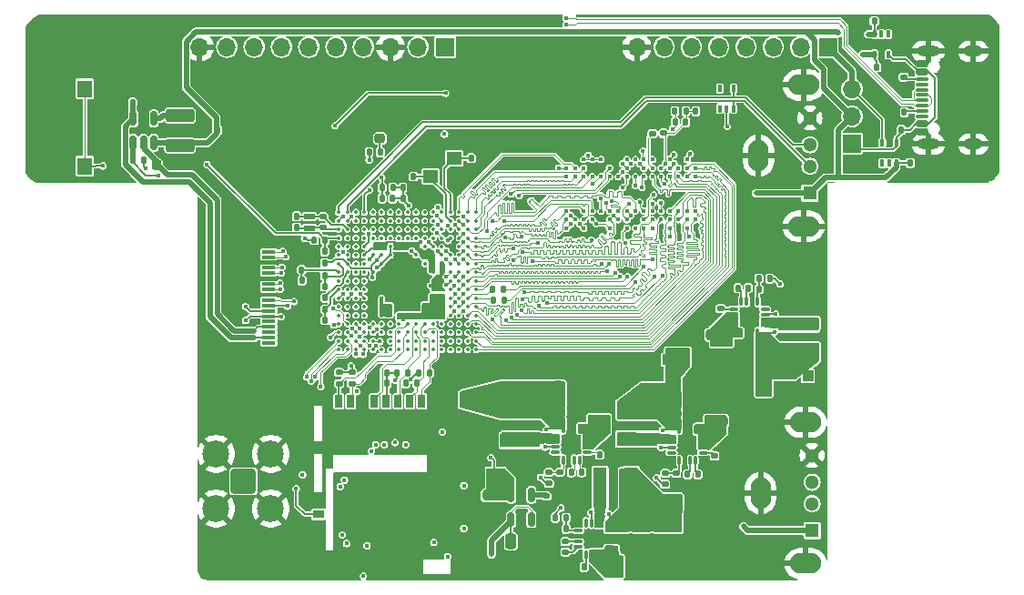
<source format=gbr>
%TF.GenerationSoftware,KiCad,Pcbnew,8.0.6*%
%TF.CreationDate,2025-04-17T11:33:28+02:00*%
%TF.ProjectId,hardware,68617264-7761-4726-952e-6b696361645f,rev?*%
%TF.SameCoordinates,Original*%
%TF.FileFunction,Copper,L1,Top*%
%TF.FilePolarity,Positive*%
%FSLAX46Y46*%
G04 Gerber Fmt 4.6, Leading zero omitted, Abs format (unit mm)*
G04 Created by KiCad (PCBNEW 8.0.6) date 2025-04-17 11:33:28*
%MOMM*%
%LPD*%
G01*
G04 APERTURE LIST*
G04 Aperture macros list*
%AMRoundRect*
0 Rectangle with rounded corners*
0 $1 Rounding radius*
0 $2 $3 $4 $5 $6 $7 $8 $9 X,Y pos of 4 corners*
0 Add a 4 corners polygon primitive as box body*
4,1,4,$2,$3,$4,$5,$6,$7,$8,$9,$2,$3,0*
0 Add four circle primitives for the rounded corners*
1,1,$1+$1,$2,$3*
1,1,$1+$1,$4,$5*
1,1,$1+$1,$6,$7*
1,1,$1+$1,$8,$9*
0 Add four rect primitives between the rounded corners*
20,1,$1+$1,$2,$3,$4,$5,0*
20,1,$1+$1,$4,$5,$6,$7,0*
20,1,$1+$1,$6,$7,$8,$9,0*
20,1,$1+$1,$8,$9,$2,$3,0*%
G04 Aperture macros list end*
%TA.AperFunction,SMDPad,CuDef*%
%ADD10C,0.340000*%
%TD*%
%TA.AperFunction,SMDPad,CuDef*%
%ADD11RoundRect,0.135000X-0.135000X-0.185000X0.135000X-0.185000X0.135000X0.185000X-0.135000X0.185000X0*%
%TD*%
%TA.AperFunction,SMDPad,CuDef*%
%ADD12RoundRect,0.140000X-0.140000X-0.170000X0.140000X-0.170000X0.140000X0.170000X-0.140000X0.170000X0*%
%TD*%
%TA.AperFunction,SMDPad,CuDef*%
%ADD13RoundRect,0.250000X0.475000X-0.250000X0.475000X0.250000X-0.475000X0.250000X-0.475000X-0.250000X0*%
%TD*%
%TA.AperFunction,SMDPad,CuDef*%
%ADD14RoundRect,0.250000X-0.250000X-0.475000X0.250000X-0.475000X0.250000X0.475000X-0.250000X0.475000X0*%
%TD*%
%TA.AperFunction,SMDPad,CuDef*%
%ADD15RoundRect,0.140000X-0.170000X0.140000X-0.170000X-0.140000X0.170000X-0.140000X0.170000X0.140000X0*%
%TD*%
%TA.AperFunction,SMDPad,CuDef*%
%ADD16RoundRect,0.140000X0.140000X0.170000X-0.140000X0.170000X-0.140000X-0.170000X0.140000X-0.170000X0*%
%TD*%
%TA.AperFunction,SMDPad,CuDef*%
%ADD17RoundRect,0.250000X-0.475000X0.250000X-0.475000X-0.250000X0.475000X-0.250000X0.475000X0.250000X0*%
%TD*%
%TA.AperFunction,SMDPad,CuDef*%
%ADD18R,3.700000X1.300000*%
%TD*%
%TA.AperFunction,SMDPad,CuDef*%
%ADD19R,1.300000X3.700000*%
%TD*%
%TA.AperFunction,SMDPad,CuDef*%
%ADD20RoundRect,0.135000X0.185000X-0.135000X0.185000X0.135000X-0.185000X0.135000X-0.185000X-0.135000X0*%
%TD*%
%TA.AperFunction,SMDPad,CuDef*%
%ADD21RoundRect,0.135000X-0.185000X0.135000X-0.185000X-0.135000X0.185000X-0.135000X0.185000X0.135000X0*%
%TD*%
%TA.AperFunction,SMDPad,CuDef*%
%ADD22R,1.000000X1.000000*%
%TD*%
%TA.AperFunction,SMDPad,CuDef*%
%ADD23O,0.850000X0.280000*%
%TD*%
%TA.AperFunction,SMDPad,CuDef*%
%ADD24O,0.280000X0.850000*%
%TD*%
%TA.AperFunction,SMDPad,CuDef*%
%ADD25R,1.700000X1.700000*%
%TD*%
%TA.AperFunction,SMDPad,CuDef*%
%ADD26R,1.400000X1.200000*%
%TD*%
%TA.AperFunction,SMDPad,CuDef*%
%ADD27R,1.000000X0.500000*%
%TD*%
%TA.AperFunction,ComponentPad*%
%ADD28R,1.300000X1.300000*%
%TD*%
%TA.AperFunction,ComponentPad*%
%ADD29C,1.300000*%
%TD*%
%TA.AperFunction,ComponentPad*%
%ADD30O,2.900000X1.900000*%
%TD*%
%TA.AperFunction,ComponentPad*%
%ADD31O,1.900000X2.900000*%
%TD*%
%TA.AperFunction,SMDPad,CuDef*%
%ADD32RoundRect,0.140000X0.170000X-0.140000X0.170000X0.140000X-0.170000X0.140000X-0.170000X-0.140000X0*%
%TD*%
%TA.AperFunction,SMDPad,CuDef*%
%ADD33C,0.399500*%
%TD*%
%TA.AperFunction,SMDPad,CuDef*%
%ADD34RoundRect,0.135000X0.135000X0.185000X-0.135000X0.185000X-0.135000X-0.185000X0.135000X-0.185000X0*%
%TD*%
%TA.AperFunction,SMDPad,CuDef*%
%ADD35R,0.700000X1.200000*%
%TD*%
%TA.AperFunction,SMDPad,CuDef*%
%ADD36R,1.000000X0.800000*%
%TD*%
%TA.AperFunction,SMDPad,CuDef*%
%ADD37R,1.000000X1.200000*%
%TD*%
%TA.AperFunction,SMDPad,CuDef*%
%ADD38R,1.000000X2.800000*%
%TD*%
%TA.AperFunction,SMDPad,CuDef*%
%ADD39R,1.300000X1.900000*%
%TD*%
%TA.AperFunction,SMDPad,CuDef*%
%ADD40RoundRect,0.250000X0.250000X0.475000X-0.250000X0.475000X-0.250000X-0.475000X0.250000X-0.475000X0*%
%TD*%
%TA.AperFunction,SMDPad,CuDef*%
%ADD41RoundRect,0.150000X0.150000X-0.512500X0.150000X0.512500X-0.150000X0.512500X-0.150000X-0.512500X0*%
%TD*%
%TA.AperFunction,SMDPad,CuDef*%
%ADD42RoundRect,0.250000X1.075000X-0.375000X1.075000X0.375000X-1.075000X0.375000X-1.075000X-0.375000X0*%
%TD*%
%TA.AperFunction,SMDPad,CuDef*%
%ADD43RoundRect,0.100000X-0.100000X0.225000X-0.100000X-0.225000X0.100000X-0.225000X0.100000X0.225000X0*%
%TD*%
%TA.AperFunction,SMDPad,CuDef*%
%ADD44RoundRect,0.150000X0.425000X-0.150000X0.425000X0.150000X-0.425000X0.150000X-0.425000X-0.150000X0*%
%TD*%
%TA.AperFunction,SMDPad,CuDef*%
%ADD45RoundRect,0.075000X0.500000X-0.075000X0.500000X0.075000X-0.500000X0.075000X-0.500000X-0.075000X0*%
%TD*%
%TA.AperFunction,ComponentPad*%
%ADD46O,2.100000X1.000000*%
%TD*%
%TA.AperFunction,ComponentPad*%
%ADD47O,1.800000X1.000000*%
%TD*%
%TA.AperFunction,SMDPad,CuDef*%
%ADD48RoundRect,0.218750X-0.256250X0.218750X-0.256250X-0.218750X0.256250X-0.218750X0.256250X0.218750X0*%
%TD*%
%TA.AperFunction,SMDPad,CuDef*%
%ADD49R,1.300000X0.300000*%
%TD*%
%TA.AperFunction,SMDPad,CuDef*%
%ADD50R,2.200000X1.800000*%
%TD*%
%TA.AperFunction,SMDPad,CuDef*%
%ADD51R,1.400000X1.600000*%
%TD*%
%TA.AperFunction,ComponentPad*%
%ADD52R,1.700000X1.700000*%
%TD*%
%TA.AperFunction,ComponentPad*%
%ADD53O,1.700000X1.700000*%
%TD*%
%TA.AperFunction,SMDPad,CuDef*%
%ADD54RoundRect,0.100000X0.100000X-0.225000X0.100000X0.225000X-0.100000X0.225000X-0.100000X-0.225000X0*%
%TD*%
%TA.AperFunction,SMDPad,CuDef*%
%ADD55RoundRect,0.225000X-0.225000X-0.250000X0.225000X-0.250000X0.225000X0.250000X-0.225000X0.250000X0*%
%TD*%
%TA.AperFunction,ComponentPad*%
%ADD56RoundRect,0.200100X-0.949900X0.949900X-0.949900X-0.949900X0.949900X-0.949900X0.949900X0.949900X0*%
%TD*%
%TA.AperFunction,ComponentPad*%
%ADD57C,2.500000*%
%TD*%
%TA.AperFunction,ViaPad*%
%ADD58C,0.400000*%
%TD*%
%TA.AperFunction,Conductor*%
%ADD59C,0.100000*%
%TD*%
%TA.AperFunction,Conductor*%
%ADD60C,0.150000*%
%TD*%
%TA.AperFunction,Conductor*%
%ADD61C,0.500000*%
%TD*%
%TA.AperFunction,Conductor*%
%ADD62C,0.200000*%
%TD*%
G04 APERTURE END LIST*
D10*
%TO.P,U2,A1,DA6*%
%TO.N,/A33_RAM/adr6*%
X121157200Y-115366000D03*
%TO.P,U2,A2,PE12*%
%TO.N,unconnected-(U2C-PE12-PadA2)*%
X120357200Y-115366000D03*
%TO.P,U2,A3,PE10*%
%TO.N,unconnected-(U2C-PE10-PadA3)*%
X119557200Y-115366000D03*
%TO.P,U2,A4,PE8*%
%TO.N,unconnected-(U2C-PE8-PadA4)*%
X118757200Y-115366000D03*
%TO.P,U2,A5,PE6*%
%TO.N,unconnected-(U2C-PE6-PadA5)*%
X117957200Y-115366000D03*
%TO.P,U2,A6,PE4*%
%TO.N,unconnected-(U2C-PE4-PadA6)*%
X117157200Y-115366000D03*
%TO.P,U2,A7,PC16*%
%TO.N,unconnected-(U2C-PC16-PadA7)*%
X116357200Y-115366000D03*
%TO.P,U2,A8,PC14*%
%TO.N,unconnected-(U2C-PC14-PadA8)*%
X115557200Y-115366000D03*
%TO.P,U2,A9,PC12*%
%TO.N,unconnected-(U2C-PC12-PadA9)*%
X114757200Y-115366000D03*
%TO.P,U2,A10,PC10*%
%TO.N,unconnected-(U2C-PC10-PadA10)*%
X113957200Y-115366000D03*
%TO.P,U2,A11,PC8*%
%TO.N,unconnected-(U2C-PC8-PadA11)*%
X113157200Y-115366000D03*
%TO.P,U2,A12,PC7*%
%TO.N,unconnected-(U2C-PC7-PadA12)*%
X112357200Y-115366000D03*
%TO.P,U2,A13,PG4*%
%TO.N,/A33_GPIO/SDC1.D2*%
X111557200Y-115366000D03*
%TO.P,U2,A14,PG2*%
%TO.N,/A33_GPIO/SDC1.D0*%
X110757200Y-115366000D03*
%TO.P,U2,A15,PG0*%
%TO.N,/A33_GPIO/SDC1.CLK*%
X109957200Y-115366000D03*
%TO.P,U2,A16,PG8*%
%TO.N,/A33_GPIO/RTS_N*%
X109157200Y-115366000D03*
%TO.P,U2,A17,PG6*%
%TO.N,/A33_GPIO/TXD*%
X108357200Y-115366000D03*
%TO.P,U2,B1,DA8*%
%TO.N,/A33_RAM/adr8*%
X121157200Y-114566000D03*
%TO.P,U2,B2,PE13*%
%TO.N,unconnected-(U2C-PE13-PadB2)*%
X120357200Y-114566000D03*
%TO.P,U2,B3,PE11*%
%TO.N,unconnected-(U2C-PE11-PadB3)*%
X119557200Y-114566000D03*
%TO.P,U2,B4,PE9*%
%TO.N,unconnected-(U2C-PE9-PadB4)*%
X118757200Y-114566000D03*
%TO.P,U2,B5,PE7*%
%TO.N,unconnected-(U2C-PE7-PadB5)*%
X117957200Y-114566000D03*
%TO.P,U2,B6,PE5*%
%TO.N,unconnected-(U2C-PE5-PadB6)*%
X117157200Y-114566000D03*
%TO.P,U2,B7,PC15*%
%TO.N,unconnected-(U2C-PC15-PadB7)*%
X116357200Y-114566000D03*
%TO.P,U2,B8,PC13*%
%TO.N,unconnected-(U2C-PC13-PadB8)*%
X115557200Y-114566000D03*
%TO.P,U2,B9,PC11*%
%TO.N,unconnected-(U2C-PC11-PadB9)*%
X114757200Y-114566000D03*
%TO.P,U2,B10,PC9*%
%TO.N,unconnected-(U2C-PC9-PadB10)*%
X113957200Y-114566000D03*
%TO.P,U2,B11,PC4*%
%TO.N,unconnected-(U2C-PC4-PadB11)*%
X113157200Y-114566000D03*
%TO.P,U2,B13,PG5*%
%TO.N,/A33_GPIO/SDC1.D3*%
X111557200Y-114566000D03*
%TO.P,U2,B14,PG3*%
%TO.N,/A33_GPIO/SDC1.D1*%
X110757200Y-114566000D03*
%TO.P,U2,B15,PG1*%
%TO.N,/A33_GPIO/SDC1.CMD*%
X109957200Y-114566000D03*
%TO.P,U2,B16,PG9*%
%TO.N,/A33_GPIO/CTS_N*%
X109157200Y-114566000D03*
%TO.P,U2,B17,PG7*%
%TO.N,/A33_GPIO/RXD*%
X108357200Y-114566000D03*
%TO.P,U2,C1,DA14*%
%TO.N,/A33_RAM/adr14*%
X121157200Y-113766000D03*
%TO.P,U2,C2,DA11*%
%TO.N,/A33_RAM/adr11*%
X120357200Y-113766000D03*
%TO.P,U2,C3,PE14*%
%TO.N,unconnected-(U2C-PE14-PadC3)*%
X119557200Y-113766000D03*
%TO.P,U2,C4,PE16*%
%TO.N,unconnected-(U2C-PE16-PadC4)*%
X118757200Y-113766000D03*
%TO.P,U2,C5,PE0*%
%TO.N,unconnected-(U2C-PE0-PadC5)*%
X117957200Y-113766000D03*
%TO.P,U2,C6,PE2*%
%TO.N,unconnected-(U2C-PE2-PadC6)*%
X117157200Y-113766000D03*
%TO.P,U2,C7,PF5*%
%TO.N,/A33_GPIO/SDC0.D2*%
X116357200Y-113766000D03*
%TO.P,U2,C8,PF3*%
%TO.N,/A33_GPIO/SDC0.CMD*%
X115557200Y-113766000D03*
%TO.P,U2,C9,PF1*%
%TO.N,/A33_GPIO/SDC0.D0*%
X114757200Y-113766000D03*
%TO.P,U2,C10,PC5*%
%TO.N,unconnected-(U2C-PC5-PadC10)*%
X113957200Y-113766000D03*
%TO.P,U2,C11,PC2*%
%TO.N,unconnected-(U2C-PC2-PadC11)*%
X113157200Y-113766000D03*
%TO.P,U2,C12,PC1*%
%TO.N,unconnected-(U2C-PC1-PadC12)*%
X112357200Y-113766000D03*
%TO.P,U2,C13,PH5*%
%TO.N,/A33_GPIO/LCD_TE*%
X111557200Y-113766000D03*
%TO.P,U2,C14,PG13*%
%TO.N,/A33_GPIO/HOST_WAKE*%
X110757200Y-113766000D03*
%TO.P,U2,C15,PG12*%
%TO.N,/WiFi/WL_REG_ON*%
X109957200Y-113766000D03*
%TO.P,U2,C16,PG11*%
%TO.N,/A33_GPIO/WAKE*%
X109157200Y-113766000D03*
%TO.P,U2,C17,PG10*%
%TO.N,/WiFi/WL_HOST_WAKE*%
X108357200Y-113766000D03*
%TO.P,U2,D1,DA1*%
%TO.N,/A33_RAM/adr1*%
X121157200Y-112966000D03*
%TO.P,U2,D2,DA4*%
%TO.N,/A33_RAM/adr4*%
X120357200Y-112966000D03*
%TO.P,U2,D3,PE15*%
%TO.N,unconnected-(U2C-PE15-PadD3)*%
X119557200Y-112966000D03*
%TO.P,U2,D4,PE17*%
%TO.N,unconnected-(U2C-PE17-PadD4)*%
X118757200Y-112966000D03*
%TO.P,U2,D5,PE1*%
%TO.N,unconnected-(U2C-PE1-PadD5)*%
X117957200Y-112966000D03*
%TO.P,U2,D6,PE3*%
%TO.N,unconnected-(U2C-PE3-PadD6)*%
X117157200Y-112966000D03*
%TO.P,U2,D7,PF4*%
%TO.N,/A33_GPIO/SDC0.D3*%
X116357200Y-112966000D03*
%TO.P,U2,D8,PF2*%
%TO.N,/A33_GPIO/SDC0.CLK*%
X115557200Y-112966000D03*
%TO.P,U2,D9,PF0*%
%TO.N,/A33_GPIO/SDC0.D1*%
X114757200Y-112966000D03*
%TO.P,U2,D10,PC6*%
%TO.N,unconnected-(U2C-PC6-PadD10)*%
X113957200Y-112966000D03*
%TO.P,U2,D11,PC3*%
%TO.N,unconnected-(U2C-PC3-PadD11)*%
X113157200Y-112966000D03*
%TO.P,U2,D12,PC0*%
%TO.N,unconnected-(U2C-PC0-PadD12)*%
X112357200Y-112966000D03*
%TO.P,U2,D13,PH4*%
%TO.N,/A33_GPIO/LCD_RST*%
X111557200Y-112966000D03*
%TO.P,U2,D14,PH3*%
%TO.N,unconnected-(U2C-PH3-PadD14)*%
X110757200Y-112966000D03*
%TO.P,U2,D15,PH2*%
%TO.N,/WiFi/LPO*%
X109957200Y-112966000D03*
%TO.P,U2,D16,PH1*%
%TO.N,/A33_GPIO/LCD_DIM*%
X109157200Y-112966000D03*
%TO.P,U2,D17,PH0*%
%TO.N,/A33_GPIO/RST_N*%
X108357200Y-112966000D03*
%TO.P,U2,E1,DA12*%
%TO.N,/A33_RAM/adr12*%
X121157200Y-112166000D03*
%TO.P,U2,E2,DA10*%
%TO.N,/A33_RAM/adr10*%
X120357200Y-112166000D03*
%TO.P,U2,E3,DA15*%
%TO.N,/A33_RAM/adr15*%
X119557200Y-112166000D03*
%TO.P,U2,E4,DA0*%
%TO.N,/A33_RAM/adr0*%
X118757200Y-112166000D03*
%TO.P,U2,E5,VDD-CPU*%
%TO.N,+1V1*%
X117957200Y-112166000D03*
%TO.P,U2,E6,VDD-CPU*%
X117157200Y-112166000D03*
%TO.P,U2,E7,VDD-CPU*%
X116357200Y-112166000D03*
%TO.P,U2,E8,VDD-SYS*%
X115557200Y-112166000D03*
%TO.P,U2,E9,VDD-SYS*%
X114757200Y-112166000D03*
%TO.P,U2,E10,VDD-SYS*%
X113957200Y-112166000D03*
%TO.P,U2,E11,VCC-IO*%
%TO.N,+3V3*%
X113157200Y-112166000D03*
%TO.P,U2,E12,VCC-IO*%
X112357200Y-112166000D03*
%TO.P,U2,E14,PH9*%
%TO.N,unconnected-(U2C-PH9-PadE14)*%
X110757200Y-112166000D03*
%TO.P,U2,E15,PH8*%
%TO.N,unconnected-(U2C-PH8-PadE15)*%
X109957200Y-112166000D03*
%TO.P,U2,E16,PH7*%
%TO.N,unconnected-(U2C-PH7-PadE16)*%
X109157200Y-112166000D03*
%TO.P,U2,E17,PH6*%
%TO.N,unconnected-(U2C-PH6-PadE17)*%
X108357200Y-112166000D03*
%TO.P,U2,F1,DA5*%
%TO.N,/A33_RAM/adr5*%
X121157200Y-111366000D03*
%TO.P,U2,F2,DA2*%
%TO.N,/A33_RAM/adr2*%
X120357200Y-111366000D03*
%TO.P,U2,F3,DA13*%
%TO.N,/A33_RAM/adr13*%
X119557200Y-111366000D03*
%TO.P,U2,F4,DA9*%
%TO.N,/A33_RAM/adr9*%
X118757200Y-111366000D03*
%TO.P,U2,F5,VDD-CPU*%
%TO.N,+1V1*%
X117957200Y-111366000D03*
%TO.P,U2,F6,VDD-CPU*%
X117157200Y-111366000D03*
%TO.P,U2,F7,VDD-CPU*%
X116357200Y-111366000D03*
%TO.P,U2,F8,GND*%
%TO.N,GND*%
X115557200Y-111366000D03*
%TO.P,U2,F9,GND*%
X114757200Y-111366000D03*
%TO.P,U2,F10,GND*%
X113957200Y-111366000D03*
%TO.P,U2,F11,VCC-IO*%
%TO.N,+3V3*%
X113157200Y-111366000D03*
%TO.P,U2,F12,VCC-IO*%
X112357200Y-111366000D03*
%TO.P,U2,F14,PB6*%
%TO.N,unconnected-(U2C-PB6-PadF14)*%
X110757200Y-111366000D03*
%TO.P,U2,F15,PB7*%
%TO.N,unconnected-(U2C-PB7-PadF15)*%
X109957200Y-111366000D03*
%TO.P,U2,F16,PB3*%
%TO.N,unconnected-(U2C-PB3-PadF16)*%
X109157200Y-111366000D03*
%TO.P,U2,F17,PB2*%
%TO.N,unconnected-(U2C-PB2-PadF17)*%
X108357200Y-111366000D03*
%TO.P,U2,G1,DCK*%
%TO.N,Net-(U2A-DCK)*%
X121157200Y-110566000D03*
%TO.P,U2,G2,DCKB*%
%TO.N,Net-(U2A-DCKB)*%
X120357200Y-110566000D03*
%TO.P,U2,G3,DRST*%
%TO.N,/A33_RAM/!RST*%
X119557200Y-110566000D03*
%TO.P,U2,G4,DA7*%
%TO.N,/A33_RAM/adr7*%
X118757200Y-110566000D03*
%TO.P,U2,G5,VDD-CPU*%
%TO.N,+1V1*%
X117957200Y-110566000D03*
%TO.P,U2,G6,VDD-CPU*%
X117157200Y-110566000D03*
%TO.P,U2,G7,GND*%
%TO.N,GND*%
X116357200Y-110566000D03*
%TO.P,U2,G8,GND*%
X115557200Y-110566000D03*
%TO.P,U2,G9,GND*%
X114757200Y-110566000D03*
%TO.P,U2,G10,GND*%
X113957200Y-110566000D03*
%TO.P,U2,G11,GND*%
X113157200Y-110566000D03*
%TO.P,U2,G12,VCC-IO*%
%TO.N,+3V3*%
X112357200Y-110566000D03*
%TO.P,U2,G14,PB4*%
%TO.N,/SD_DET*%
X110757200Y-110566000D03*
%TO.P,U2,G15,PB5*%
%TO.N,unconnected-(U2C-PB5-PadG15)*%
X109957200Y-110566000D03*
%TO.P,U2,G16,PB1*%
%TO.N,/A33_GPIO/UART_TX*%
X109157200Y-110566000D03*
%TO.P,U2,G17,PB0*%
%TO.N,/A33_GPIO/UART_RX*%
X108357200Y-110566000D03*
%TO.P,U2,H1,DQ6*%
%TO.N,/A33_RAM/d4*%
X121157200Y-109766000D03*
%TO.P,U2,H2,DQ7*%
%TO.N,/A33_RAM/d7*%
X120357200Y-109766000D03*
%TO.P,U2,H3,DA3*%
%TO.N,/A33_RAM/adr3*%
X119557200Y-109766000D03*
%TO.P,U2,H4,DBA2*%
%TO.N,/A33_RAM/dba2*%
X118757200Y-109766000D03*
%TO.P,U2,H5,VCC-DRAM*%
%TO.N,+1V35*%
X117957200Y-109766000D03*
%TO.P,U2,H6,VCC-DRAM*%
X117157200Y-109766000D03*
%TO.P,U2,H7,GND*%
%TO.N,GND*%
X116357200Y-109766000D03*
%TO.P,U2,H8,GND*%
X115557200Y-109766000D03*
%TO.P,U2,H9,GND*%
X114757200Y-109766000D03*
%TO.P,U2,H10,GND*%
X113957200Y-109766000D03*
%TO.P,U2,H11,GND*%
X113157200Y-109766000D03*
%TO.P,U2,H12,GND*%
X112357200Y-109766000D03*
%TO.P,U2,H13,AGND*%
X111557200Y-109766000D03*
%TO.P,U2,H14,HPCOM*%
%TO.N,unconnected-(U2D-HPCOM-PadH14)*%
X110757200Y-109766000D03*
%TO.P,U2,H15,LINEINL*%
%TO.N,unconnected-(U2D-LINEINL-PadH15)*%
X109957200Y-109766000D03*
%TO.P,U2,H16,HPCOMFB*%
%TO.N,unconnected-(U2D-HPCOMFB-PadH16)*%
X109157200Y-109766000D03*
%TO.P,U2,H17,HPVCCBP*%
%TO.N,/A33_Power/HPVCCBP*%
X108357200Y-109766000D03*
%TO.P,U2,J1,DQ4*%
%TO.N,/A33_RAM/d5*%
X121157200Y-108966000D03*
%TO.P,U2,J2,DQ5*%
%TO.N,/A33_RAM/d6*%
X120357200Y-108966000D03*
%TO.P,U2,J3,DBA0*%
%TO.N,/A33_RAM/dba0*%
X119557200Y-108966000D03*
%TO.P,U2,J4,DCKE*%
%TO.N,/A33_RAM/!CKE*%
X118757200Y-108966000D03*
%TO.P,U2,J5,VCC-DRAM*%
%TO.N,+1V35*%
X117957200Y-108966000D03*
%TO.P,U2,J6,VCC-DRAM*%
X117157200Y-108966000D03*
%TO.P,U2,J7,GND*%
%TO.N,GND*%
X116357200Y-108966000D03*
%TO.P,U2,J8,GND*%
X115557200Y-108966000D03*
%TO.P,U2,J9,GND*%
X114757200Y-108966000D03*
%TO.P,U2,J10,GND*%
X113957200Y-108966000D03*
%TO.P,U2,J11,GND*%
X113157200Y-108966000D03*
%TO.P,U2,J12,GND*%
X112357200Y-108966000D03*
%TO.P,U2,J14,HBIAS*%
%TO.N,unconnected-(U2D-HBIAS-PadJ14)*%
X110757200Y-108966000D03*
%TO.P,U2,J15,LINEINR*%
%TO.N,unconnected-(U2D-LINEINR-PadJ15)*%
X109957200Y-108966000D03*
%TO.P,U2,J16,HPOUTR*%
%TO.N,unconnected-(U2D-HPOUTR-PadJ16)*%
X109157200Y-108966000D03*
%TO.P,U2,J17,HPOUTL*%
%TO.N,unconnected-(U2D-HPOUTL-PadJ17)*%
X108357200Y-108966000D03*
%TO.P,U2,K1,DQS0B*%
%TO.N,/A33_RAM/!LDQS*%
X121157200Y-108166000D03*
%TO.P,U2,K2,DQS0*%
%TO.N,/A33_RAM/LDQS*%
X120357200Y-108166000D03*
%TO.P,U2,K3,DWE*%
%TO.N,/A33_RAM/!WE*%
X119557200Y-108166000D03*
%TO.P,U2,K4,DBA1*%
%TO.N,/A33_RAM/dba1*%
X118757200Y-108166000D03*
%TO.P,U2,K5,VCC-DRAM*%
%TO.N,+1V35*%
X117957200Y-108166000D03*
%TO.P,U2,K6,VDD-SYS*%
%TO.N,+1V1*%
X117157200Y-108166000D03*
%TO.P,U2,K7,GND*%
%TO.N,GND*%
X116357200Y-108166000D03*
%TO.P,U2,K8,GND*%
X115557200Y-108166000D03*
%TO.P,U2,K9,GND*%
X114757200Y-108166000D03*
%TO.P,U2,K10,GND*%
X113957200Y-108166000D03*
%TO.P,U2,K11,GND*%
X113157200Y-108166000D03*
%TO.P,U2,K12,GND*%
X112357200Y-108166000D03*
%TO.P,U2,K13,HPVCCIN*%
%TO.N,+3V0*%
X111557200Y-108166000D03*
%TO.P,U2,K14,MBIAS*%
%TO.N,unconnected-(U2D-MBIAS-PadK14)*%
X110757200Y-108166000D03*
%TO.P,U2,K15,PHONEINN*%
%TO.N,unconnected-(U2D-PHONEINN-PadK15)*%
X109957200Y-108166000D03*
%TO.P,U2,K16,VRA1*%
%TO.N,Net-(U2D-VRA1)*%
X109157200Y-108166000D03*
%TO.P,U2,K17,VRA2*%
%TO.N,Net-(U2D-VRA2)*%
X108357200Y-108166000D03*
%TO.P,U2,L1,DQ2*%
%TO.N,/A33_RAM/d2*%
X121157200Y-107366000D03*
%TO.P,U2,L2,DQ3*%
%TO.N,/A33_RAM/d3*%
X120357200Y-107366000D03*
%TO.P,U2,L3,DODT*%
%TO.N,/A33_RAM/ODT*%
X119557200Y-107366000D03*
%TO.P,U2,L4,DRAS*%
%TO.N,/A33_RAM/!RAS*%
X118757200Y-107366000D03*
%TO.P,U2,L5,VCC-DRAM*%
%TO.N,+1V35*%
X117957200Y-107366000D03*
%TO.P,U2,L6,VDD-SYS*%
%TO.N,+1V1*%
X117157200Y-107366000D03*
%TO.P,U2,L7,DODT1*%
%TO.N,unconnected-(U2A-DODT1-PadL7)*%
X116357200Y-107366000D03*
%TO.P,U2,L8,GND*%
%TO.N,GND*%
X115557200Y-107366000D03*
%TO.P,U2,L9,GND*%
X114757200Y-107366000D03*
%TO.P,U2,L10,GND*%
X113957200Y-107366000D03*
%TO.P,U2,L11,GND*%
X113157200Y-107366000D03*
%TO.P,U2,L12,VCC-USB*%
%TO.N,+3V3*%
X112357200Y-107366000D03*
%TO.P,U2,L14,LRADC0*%
%TO.N,unconnected-(U2D-LRADC0-PadL14)*%
X110757200Y-107366000D03*
%TO.P,U2,L15,PHONEINP*%
%TO.N,unconnected-(U2D-PHONEINP-PadL15)*%
X109957200Y-107366000D03*
%TO.P,U2,L16,AVCC*%
%TO.N,+3V0*%
X109157200Y-107366000D03*
%TO.P,U2,L17,VRP*%
%TO.N,Net-(U2D-VRP)*%
X108357200Y-107366000D03*
%TO.P,U2,M1,DQ0*%
%TO.N,/A33_RAM/d0*%
X121157200Y-106566000D03*
%TO.P,U2,M2,DQ1*%
%TO.N,/A33_RAM/d1*%
X120357200Y-106566000D03*
%TO.P,U2,M3,DCAS*%
%TO.N,/A33_RAM/!CAS*%
X119557200Y-106566000D03*
%TO.P,U2,M4,DVREF*%
%TO.N,/A33_RAM/DVREF*%
X118757200Y-106566000D03*
%TO.P,U2,M5,VCC-PLL*%
%TO.N,+3V0*%
X117957200Y-106566000D03*
%TO.P,U2,M6,VDD-SYS*%
%TO.N,+1V1*%
X117157200Y-106566000D03*
%TO.P,U2,M7,VDD-SYS*%
X116357200Y-106566000D03*
%TO.P,U2,M8,VCC-EFUSE*%
%TO.N,/A33_Power/VCC-EFUSE*%
X115557200Y-106566000D03*
%TO.P,U2,M9,GND*%
%TO.N,GND*%
X114757200Y-106566000D03*
%TO.P,U2,M10,GND*%
X113957200Y-106566000D03*
%TO.P,U2,M11,VCC-PD*%
%TO.N,+3V3*%
X113157200Y-106566000D03*
%TO.P,U2,M12,VCC-RTC*%
%TO.N,+3V0*%
X112357200Y-106566000D03*
%TO.P,U2,M13,RTCVIO*%
%TO.N,Net-(U2D-RTCVIO)*%
X111557200Y-106566000D03*
%TO.P,U2,M14,VDD-CPUS*%
%TO.N,+1V1*%
X110757200Y-106566000D03*
%TO.P,U2,M15,PHONEOUTP*%
%TO.N,unconnected-(U2D-PHONEOUTP-PadM15)*%
X109957200Y-106566000D03*
%TO.P,U2,M16,MIC1N*%
%TO.N,unconnected-(U2D-MIC1N-PadM16)*%
X109157200Y-106566000D03*
%TO.P,U2,M17,MIC1P*%
%TO.N,unconnected-(U2D-MIC1P-PadM17)*%
X108357200Y-106566000D03*
%TO.P,U2,N1,DQ15*%
%TO.N,/A33_RAM/d13*%
X121157200Y-105766000D03*
%TO.P,U2,N2,DQM0*%
%TO.N,/A33_RAM/LDM*%
X120357200Y-105766000D03*
%TO.P,U2,N3,DCS*%
%TO.N,/A33_RAM/!CS*%
X119557200Y-105766000D03*
%TO.P,U2,N4,GND*%
%TO.N,GND*%
X118757200Y-105766000D03*
%TO.P,U2,N5,DCS1*%
%TO.N,unconnected-(U2A-DCS1-PadN5)*%
X117957200Y-105766000D03*
%TO.P,U2,N6,VCC-DSI*%
%TO.N,+3V3*%
X117157200Y-105766000D03*
%TO.P,U2,N7,DCKE1*%
%TO.N,unconnected-(U2A-DCKE1-PadN7)*%
X116357200Y-105766000D03*
%TO.P,U2,N8,VDD-SYS*%
%TO.N,+1V1*%
X115557200Y-105766000D03*
%TO.P,U2,N9,VDD-SYS*%
X114757200Y-105766000D03*
%TO.P,U2,N10,VDD-SYS*%
X113957200Y-105766000D03*
%TO.P,U2,N11,VCC-PD*%
%TO.N,+3V3*%
X113157200Y-105766000D03*
%TO.P,U2,N12,VCC-HSIC*%
%TO.N,+1V1*%
X112357200Y-105766000D03*
%TO.P,U2,N14,NMI*%
%TO.N,Net-(U2D-NMI)*%
X110757200Y-105766000D03*
%TO.P,U2,N15,PHONEOUTN*%
%TO.N,unconnected-(U2D-PHONEOUTN-PadN15)*%
X109957200Y-105766000D03*
%TO.P,U2,N16,MIC2N*%
%TO.N,unconnected-(U2D-MIC2N-PadN16)*%
X109157200Y-105766000D03*
%TO.P,U2,N17,MIC2P*%
%TO.N,unconnected-(U2D-MIC2P-PadN17)*%
X108357200Y-105766000D03*
%TO.P,U2,P1,DQ13*%
%TO.N,/A33_RAM/d14*%
X121157200Y-104966000D03*
%TO.P,U2,P2,DQ14*%
%TO.N,/A33_RAM/d15*%
X120357200Y-104966000D03*
%TO.P,U2,P3,VDD-DLL*%
%TO.N,+2V5*%
X119557200Y-104966000D03*
%TO.P,U2,P4,DSI-D0P*%
%TO.N,/A33_GPIO/D0P*%
X118757200Y-104966000D03*
%TO.P,U2,P5,DSI-D1P*%
%TO.N,/A33_GPIO/D1P*%
X117957200Y-104966000D03*
%TO.P,U2,P6,DSI-D3P*%
%TO.N,unconnected-(U2D-DSI-D3P-PadP6)*%
X117157200Y-104966000D03*
%TO.P,U2,P7,PD15*%
%TO.N,unconnected-(U2C-PD15-PadP7)*%
X116357200Y-104966000D03*
%TO.P,U2,P8,PD13*%
%TO.N,unconnected-(U2C-PD13-PadP8)*%
X115557200Y-104966000D03*
%TO.P,U2,P9,PD11*%
%TO.N,unconnected-(U2C-PD11-PadP9)*%
X114757200Y-104966000D03*
%TO.P,U2,P10,PD7*%
%TO.N,unconnected-(U2C-PD7-PadP10)*%
X113957200Y-104966000D03*
%TO.P,U2,P11,PD5*%
%TO.N,unconnected-(U2C-PD5-PadP11)*%
X113157200Y-104966000D03*
%TO.P,U2,P12,PD3*%
%TO.N,unconnected-(U2C-PD3-PadP12)*%
X112357200Y-104966000D03*
%TO.P,U2,P13,PL9*%
%TO.N,unconnected-(U2C-PL9-PadP13)*%
X111557200Y-104966000D03*
%TO.P,U2,P14,PL5*%
%TO.N,unconnected-(U2C-PL5-PadP14)*%
X110757200Y-104966000D03*
%TO.P,U2,P15,PL1*%
%TO.N,unconnected-(U2C-PL1-PadP15)*%
X109957200Y-104966000D03*
%TO.P,U2,P16,PL0*%
%TO.N,unconnected-(U2C-PL0-PadP16)*%
X109157200Y-104966000D03*
%TO.P,U2,P17,RESET*%
%TO.N,/A33_GPIO/RESET*%
X108357200Y-104966000D03*
%TO.P,U2,R1,DQS1*%
%TO.N,/A33_RAM/UDQS*%
X121157200Y-104166000D03*
%TO.P,U2,R2,DQ12*%
%TO.N,/A33_RAM/d12*%
X120357200Y-104166000D03*
%TO.P,U2,R3,DZQ*%
%TO.N,Net-(U2A-DZQ)*%
X119557200Y-104166000D03*
%TO.P,U2,R4,DSI-D0N*%
%TO.N,/A33_GPIO/D0N*%
X118757200Y-104166000D03*
%TO.P,U2,R5,DSI-D1N*%
%TO.N,/A33_GPIO/D1N*%
X117957200Y-104166000D03*
%TO.P,U2,R6,DSI-D3N*%
%TO.N,unconnected-(U2D-DSI-D3N-PadR6)*%
X117157200Y-104166000D03*
%TO.P,U2,R7,PD14*%
%TO.N,unconnected-(U2C-PD14-PadR7)*%
X116357200Y-104166000D03*
%TO.P,U2,R8,PD12*%
%TO.N,unconnected-(U2C-PD12-PadR8)*%
X115557200Y-104166000D03*
%TO.P,U2,R9,PD10*%
%TO.N,unconnected-(U2C-PD10-PadR9)*%
X114757200Y-104166000D03*
%TO.P,U2,R10,PD6*%
%TO.N,unconnected-(U2C-PD6-PadR10)*%
X113957200Y-104166000D03*
%TO.P,U2,R11,PD4*%
%TO.N,unconnected-(U2C-PD4-PadR11)*%
X113157200Y-104166000D03*
%TO.P,U2,R12,PD2*%
%TO.N,unconnected-(U2C-PD2-PadR12)*%
X112357200Y-104166000D03*
%TO.P,U2,R13,PL8*%
%TO.N,unconnected-(U2C-PL8-PadR13)*%
X111557200Y-104166000D03*
%TO.P,U2,R14,PL4*%
%TO.N,unconnected-(U2C-PL4-PadR14)*%
X110757200Y-104166000D03*
%TO.P,U2,R15,X32KFOUT*%
%TO.N,unconnected-(U2D-X32KFOUT-PadR15)*%
X109957200Y-104166000D03*
%TO.P,U2,R16,X32KOUT*%
%TO.N,Net-(U2D-X32KOUT)*%
X109157200Y-104166000D03*
%TO.P,U2,R17,X32KIN*%
%TO.N,Net-(U2D-X32KIN)*%
X108357200Y-104166000D03*
%TO.P,U2,T1,DQS1B*%
%TO.N,/A33_RAM/!UDQS*%
X121157200Y-103366000D03*
%TO.P,U2,T2,DQ11*%
%TO.N,/A33_RAM/d11*%
X120357200Y-103366000D03*
%TO.P,U2,T3,DQM1*%
%TO.N,/A33_RAM/UDM*%
X119557200Y-103366000D03*
%TO.P,U2,T4,X24MOUT*%
%TO.N,Net-(U2D-X24MOUT)*%
X118757200Y-103366000D03*
%TO.P,U2,T5,DSI-CKP*%
%TO.N,/A33_GPIO/CLKP*%
X117957200Y-103366000D03*
%TO.P,U2,T6,DSI-D2P*%
%TO.N,unconnected-(U2D-DSI-D2P-PadT6)*%
X117157200Y-103366000D03*
%TO.P,U2,T7,PD27*%
%TO.N,unconnected-(U2C-PD27-PadT7)*%
X116357200Y-103366000D03*
%TO.P,U2,T8,PD25*%
%TO.N,unconnected-(U2C-PD25-PadT8)*%
X115557200Y-103366000D03*
%TO.P,U2,T9,PD23*%
%TO.N,unconnected-(U2C-PD23-PadT9)*%
X114757200Y-103366000D03*
%TO.P,U2,T10,PD21*%
%TO.N,unconnected-(U2C-PD21-PadT10)*%
X113957200Y-103366000D03*
%TO.P,U2,T11,PD19*%
%TO.N,unconnected-(U2C-PD19-PadT11)*%
X113157200Y-103366000D03*
%TO.P,U2,T12,PL11*%
%TO.N,unconnected-(U2C-PL11-PadT12)*%
X112357200Y-103366000D03*
%TO.P,U2,T13,PL7*%
%TO.N,unconnected-(U2C-PL7-PadT13)*%
X111557200Y-103366000D03*
%TO.P,U2,T14,PL3*%
%TO.N,unconnected-(U2C-PL3-PadT14)*%
X110757200Y-103366000D03*
%TO.P,U2,T15,HSIC-STR*%
%TO.N,unconnected-(U2D-HSIC-STR-PadT15)*%
X109957200Y-103366000D03*
%TO.P,U2,T16,USB-DM0*%
%TO.N,/A33_GPIO/USB-DM0*%
X109157200Y-103366000D03*
%TO.P,U2,T17,USB-DP0*%
%TO.N,/A33_GPIO/USB-DP0*%
X108357200Y-103366000D03*
%TO.P,U2,U1,DQ9*%
%TO.N,/A33_RAM/d9*%
X121157200Y-102566000D03*
%TO.P,U2,U2,DQ10*%
%TO.N,/A33_RAM/d10*%
X120357200Y-102566000D03*
%TO.P,U2,U3,DQ8*%
%TO.N,/A33_RAM/d8*%
X119557200Y-102566000D03*
%TO.P,U2,U4,X24MIN*%
%TO.N,Net-(U2D-X24MIN)*%
X118757200Y-102566000D03*
%TO.P,U2,U5,DSI-CKN*%
%TO.N,/A33_GPIO/CLKN*%
X117957200Y-102566000D03*
%TO.P,U2,U6,DSI-D2N*%
%TO.N,unconnected-(U2D-DSI-D2N-PadU6)*%
X117157200Y-102566000D03*
%TO.P,U2,U7,PD26*%
%TO.N,unconnected-(U2C-PD26-PadU7)*%
X116357200Y-102566000D03*
%TO.P,U2,U8,PD24*%
%TO.N,unconnected-(U2C-PD24-PadU8)*%
X115557200Y-102566000D03*
%TO.P,U2,U9,PD22*%
%TO.N,unconnected-(U2C-PD22-PadU9)*%
X114757200Y-102566000D03*
%TO.P,U2,U10,PD20*%
%TO.N,unconnected-(U2C-PD20-PadU10)*%
X113957200Y-102566000D03*
%TO.P,U2,U11,PD18*%
%TO.N,unconnected-(U2C-PD18-PadU11)*%
X113157200Y-102566000D03*
%TO.P,U2,U12,PL10*%
%TO.N,unconnected-(U2C-PL10-PadU12)*%
X112357200Y-102566000D03*
%TO.P,U2,U13,PL6*%
%TO.N,unconnected-(U2C-PL6-PadU13)*%
X111557200Y-102566000D03*
%TO.P,U2,U14,PL2*%
%TO.N,Net-(U2C-PL2)*%
X110757200Y-102566000D03*
%TO.P,U2,U15,HSIC-DAT*%
%TO.N,unconnected-(U2D-HSIC-DAT-PadU15)*%
X109957200Y-102566000D03*
%TO.P,U2,U16,USB-DM1*%
%TO.N,/A33_GPIO/USB-DM1*%
X109157200Y-102566000D03*
%TO.P,U2,U17,USB-DP1*%
%TO.N,/A33_GPIO/USB-DP1*%
X108357200Y-102566000D03*
%TD*%
D11*
%TO.P,R1,1*%
%TO.N,+1V35*%
X139634500Y-93179900D03*
%TO.P,R1,2*%
%TO.N,/DDR3/VREF*%
X140654500Y-93179900D03*
%TD*%
%TO.P,R2,1*%
%TO.N,/DDR3/VREF*%
X141579100Y-93176000D03*
%TO.P,R2,2*%
%TO.N,GND*%
X142599100Y-93176000D03*
%TD*%
D12*
%TO.P,C4,1*%
%TO.N,+1V35*%
X112410300Y-101295200D03*
%TO.P,C4,2*%
%TO.N,/A33_RAM/DVREF*%
X113370300Y-101295200D03*
%TD*%
%TO.P,C5,1*%
%TO.N,/A33_RAM/DVREF*%
X114353400Y-101295200D03*
%TO.P,C5,2*%
%TO.N,GND*%
X115313400Y-101295200D03*
%TD*%
D11*
%TO.P,R4,1*%
%TO.N,+1V35*%
X112383480Y-100277840D03*
%TO.P,R4,2*%
%TO.N,/A33_RAM/DVREF*%
X113403480Y-100277840D03*
%TD*%
%TO.P,R5,1*%
%TO.N,/A33_RAM/DVREF*%
X114323400Y-100279200D03*
%TO.P,R5,2*%
%TO.N,GND*%
X115343400Y-100279200D03*
%TD*%
D13*
%TO.P,C11,1*%
%TO.N,+5V*%
X132575300Y-122222300D03*
%TO.P,C11,2*%
%TO.N,GND*%
X132575300Y-120322300D03*
%TD*%
D12*
%TO.P,C12,1*%
%TO.N,Net-(U4-CP)*%
X129999800Y-126771400D03*
%TO.P,C12,2*%
%TO.N,Net-(U4-CN)*%
X130959800Y-126771400D03*
%TD*%
%TO.P,C13,1*%
%TO.N,Net-(U4-SS)*%
X132616000Y-125145800D03*
%TO.P,C13,2*%
%TO.N,GND*%
X133576000Y-125145800D03*
%TD*%
D14*
%TO.P,C14,1*%
%TO.N,+3V0*%
X128742400Y-121018300D03*
%TO.P,C14,2*%
%TO.N,GND*%
X130642400Y-121018300D03*
%TD*%
%TO.P,C15,1*%
%TO.N,+3V0*%
X128742400Y-118986300D03*
%TO.P,C15,2*%
%TO.N,GND*%
X130642400Y-118986300D03*
%TD*%
D13*
%TO.P,C16,1*%
%TO.N,+5V*%
X143840200Y-122031800D03*
%TO.P,C16,2*%
%TO.N,GND*%
X143840200Y-120131800D03*
%TD*%
D14*
%TO.P,C17,1*%
%TO.N,+5V*%
X134091600Y-135763000D03*
%TO.P,C17,2*%
%TO.N,GND*%
X135991600Y-135763000D03*
%TD*%
D12*
%TO.P,C18,1*%
%TO.N,Net-(U5-CP)*%
X140820200Y-126949200D03*
%TO.P,C18,2*%
%TO.N,Net-(U5-CN)*%
X141780200Y-126949200D03*
%TD*%
D15*
%TO.P,C19,1*%
%TO.N,Net-(U5-SS)*%
X143319500Y-125250000D03*
%TO.P,C19,2*%
%TO.N,GND*%
X143319500Y-126210000D03*
%TD*%
%TO.P,C20,1*%
%TO.N,Net-(U6-CP)*%
X129463800Y-133225600D03*
%TO.P,C20,2*%
%TO.N,Net-(U6-CN)*%
X129463800Y-134185600D03*
%TD*%
D16*
%TO.P,C21,1*%
%TO.N,Net-(U6-SS)*%
X131191000Y-135585200D03*
%TO.P,C21,2*%
%TO.N,GND*%
X130231000Y-135585200D03*
%TD*%
D14*
%TO.P,C22,1*%
%TO.N,+1V35*%
X139608520Y-118872000D03*
%TO.P,C22,2*%
%TO.N,GND*%
X141508520Y-118872000D03*
%TD*%
D17*
%TO.P,C23,1*%
%TO.N,+1V1*%
X135483600Y-131612600D03*
%TO.P,C23,2*%
%TO.N,GND*%
X135483600Y-133512600D03*
%TD*%
D14*
%TO.P,C24,1*%
%TO.N,+1V35*%
X139613600Y-120904000D03*
%TO.P,C24,2*%
%TO.N,GND*%
X141513600Y-120904000D03*
%TD*%
D17*
%TO.P,C25,1*%
%TO.N,+1V1*%
X137541000Y-131612600D03*
%TO.P,C25,2*%
%TO.N,GND*%
X137541000Y-133512600D03*
%TD*%
D18*
%TO.P,L2,1,1*%
%TO.N,Net-(L2-Pad1)*%
X125234700Y-123810600D03*
%TO.P,L2,2,2*%
%TO.N,+3V0*%
X125234700Y-120910600D03*
%TD*%
%TO.P,L3,1,1*%
%TO.N,Net-(L3-Pad1)*%
X136118600Y-123700200D03*
%TO.P,L3,2,2*%
%TO.N,+1V35*%
X136118600Y-120800200D03*
%TD*%
D19*
%TO.P,L4,1,1*%
%TO.N,Net-(L4-Pad1)*%
X132662000Y-128200000D03*
%TO.P,L4,2,2*%
%TO.N,+1V1*%
X135562000Y-128200000D03*
%TD*%
D20*
%TO.P,R11,1*%
%TO.N,+1V35*%
X138734800Y-127891000D03*
%TO.P,R11,2*%
%TO.N,Net-(U5-FB)*%
X138734800Y-126871000D03*
%TD*%
D21*
%TO.P,R12,1*%
%TO.N,Net-(U5-FB)*%
X139750800Y-126871000D03*
%TO.P,R12,2*%
%TO.N,GND*%
X139750800Y-127891000D03*
%TD*%
D11*
%TO.P,R13,1*%
%TO.N,+1V1*%
X128496600Y-131038600D03*
%TO.P,R13,2*%
%TO.N,Net-(U6-FB)*%
X129516600Y-131038600D03*
%TD*%
D22*
%TO.P,TP13,1,1*%
%TO.N,+3V0*%
X126300000Y-118800000D03*
%TD*%
%TO.P,TP15,1,1*%
%TO.N,+1V35*%
X139000000Y-116300000D03*
%TD*%
%TO.P,TP16,1,1*%
%TO.N,+1V1*%
X139649200Y-129743200D03*
%TD*%
D23*
%TO.P,U4,1,SW*%
%TO.N,Net-(L2-Pad1)*%
X128521460Y-123417900D03*
%TO.P,U4,2,SW*%
X128521460Y-123917900D03*
%TO.P,U4,3,DEF*%
%TO.N,+5V*%
X128521460Y-124417900D03*
%TO.P,U4,4,PG*%
%TO.N,unconnected-(U4-PG-Pad4)*%
X128521460Y-124917900D03*
D24*
%TO.P,U4,5,FB*%
%TO.N,Net-(U4-FB)*%
X129247200Y-125643640D03*
%TO.P,U4,6,AGND*%
%TO.N,GND*%
X129747200Y-125643640D03*
%TO.P,U4,7,CP*%
%TO.N,Net-(U4-CP)*%
X130247200Y-125643640D03*
%TO.P,U4,8,CN*%
%TO.N,Net-(U4-CN)*%
X130747200Y-125643640D03*
D23*
%TO.P,U4,9,SS*%
%TO.N,Net-(U4-SS)*%
X131472940Y-124917900D03*
%TO.P,U4,10,AVIN*%
%TO.N,+5V*%
X131472940Y-124417900D03*
%TO.P,U4,11,PVIN*%
X131472940Y-123917900D03*
%TO.P,U4,12,PVIN*%
X131472940Y-123417900D03*
D24*
%TO.P,U4,13,EN*%
X130747200Y-122692160D03*
%TO.P,U4,14,PGND*%
%TO.N,GND*%
X130247200Y-122692160D03*
%TO.P,U4,15,PGND*%
X129747200Y-122692160D03*
%TO.P,U4,16,VOS*%
%TO.N,+3V0*%
X129247200Y-122692160D03*
D25*
%TO.P,U4,17,PAD*%
%TO.N,GND*%
X129997200Y-124167900D03*
%TD*%
D23*
%TO.P,U5,1,SW*%
%TO.N,Net-(L3-Pad1)*%
X139324080Y-123470160D03*
%TO.P,U5,2,SW*%
X139324080Y-123970160D03*
%TO.P,U5,3,DEF*%
%TO.N,+5V*%
X139324080Y-124470160D03*
%TO.P,U5,4,PG*%
%TO.N,unconnected-(U5-PG-Pad4)*%
X139324080Y-124970160D03*
D24*
%TO.P,U5,5,FB*%
%TO.N,Net-(U5-FB)*%
X140049820Y-125695900D03*
%TO.P,U5,6,AGND*%
%TO.N,GND*%
X140549820Y-125695900D03*
%TO.P,U5,7,CP*%
%TO.N,Net-(U5-CP)*%
X141049820Y-125695900D03*
%TO.P,U5,8,CN*%
%TO.N,Net-(U5-CN)*%
X141549820Y-125695900D03*
D23*
%TO.P,U5,9,SS*%
%TO.N,Net-(U5-SS)*%
X142275560Y-124970160D03*
%TO.P,U5,10,AVIN*%
%TO.N,+5V*%
X142275560Y-124470160D03*
%TO.P,U5,11,PVIN*%
X142275560Y-123970160D03*
%TO.P,U5,12,PVIN*%
X142275560Y-123470160D03*
D24*
%TO.P,U5,13,EN*%
X141549820Y-122744420D03*
%TO.P,U5,14,PGND*%
%TO.N,GND*%
X141049820Y-122744420D03*
%TO.P,U5,15,PGND*%
X140549820Y-122744420D03*
%TO.P,U5,16,VOS*%
%TO.N,+1V35*%
X140049820Y-122744420D03*
D25*
%TO.P,U5,17,PAD*%
%TO.N,GND*%
X140799820Y-124220160D03*
%TD*%
D24*
%TO.P,U6,1,SW*%
%TO.N,Net-(L4-Pad1)*%
X132850320Y-131483100D03*
%TO.P,U6,2,SW*%
X132350320Y-131483100D03*
%TO.P,U6,3,DEF*%
%TO.N,+5V*%
X131850320Y-131483100D03*
%TO.P,U6,4,PG*%
%TO.N,unconnected-(U6-PG-Pad4)*%
X131350320Y-131483100D03*
D23*
%TO.P,U6,5,FB*%
%TO.N,Net-(U6-FB)*%
X130624580Y-132208840D03*
%TO.P,U6,6,AGND*%
%TO.N,GND*%
X130624580Y-132708840D03*
%TO.P,U6,7,CP*%
%TO.N,Net-(U6-CP)*%
X130624580Y-133208840D03*
%TO.P,U6,8,CN*%
%TO.N,Net-(U6-CN)*%
X130624580Y-133708840D03*
D24*
%TO.P,U6,9,SS*%
%TO.N,Net-(U6-SS)*%
X131350320Y-134434580D03*
%TO.P,U6,10,AVIN*%
%TO.N,+5V*%
X131850320Y-134434580D03*
%TO.P,U6,11,PVIN*%
X132350320Y-134434580D03*
%TO.P,U6,12,PVIN*%
X132850320Y-134434580D03*
D23*
%TO.P,U6,13,EN*%
X133576060Y-133708840D03*
%TO.P,U6,14,PGND*%
%TO.N,GND*%
X133576060Y-133208840D03*
%TO.P,U6,15,PGND*%
X133576060Y-132708840D03*
%TO.P,U6,16,VOS*%
%TO.N,+1V1*%
X133576060Y-132208840D03*
D25*
%TO.P,U6,17,PAD*%
%TO.N,GND*%
X132100320Y-132958840D03*
%TD*%
D14*
%TO.P,C26,1*%
%TO.N,+3V3*%
X124373600Y-133200000D03*
%TO.P,C26,2*%
%TO.N,GND*%
X126273600Y-133200000D03*
%TD*%
D15*
%TO.P,C27,1*%
%TO.N,Net-(U7-BP)*%
X127685800Y-128983800D03*
%TO.P,C27,2*%
%TO.N,GND*%
X127685800Y-129943800D03*
%TD*%
D17*
%TO.P,C28,1*%
%TO.N,+2V5*%
X122453400Y-128920200D03*
%TO.P,C28,2*%
%TO.N,GND*%
X122453400Y-130820200D03*
%TD*%
D22*
%TO.P,TP18,1,1*%
%TO.N,+2V5*%
X122600000Y-126900000D03*
%TD*%
D16*
%TO.P,C29,1*%
%TO.N,/A33_Power/HPVCCBP*%
X107109200Y-111633000D03*
%TO.P,C29,2*%
%TO.N,GND*%
X106149200Y-111633000D03*
%TD*%
%TO.P,C30,1*%
%TO.N,/A33_Power/HPVCCBP*%
X107109200Y-112623600D03*
%TO.P,C30,2*%
%TO.N,GND*%
X106149200Y-112623600D03*
%TD*%
%TO.P,C33,1*%
%TO.N,+3V0*%
X107058400Y-107300000D03*
%TO.P,C33,2*%
%TO.N,GND*%
X106098400Y-107300000D03*
%TD*%
D26*
%TO.P,Y1,1,1*%
%TO.N,Net-(U2D-X24MOUT)*%
X116933800Y-99249600D03*
%TO.P,Y1,2,2*%
%TO.N,GND*%
X119133800Y-99249600D03*
%TO.P,Y1,3,3*%
%TO.N,Net-(U2D-X24MIN)*%
X119133800Y-97549600D03*
%TO.P,Y1,4,4*%
%TO.N,GND*%
X116933800Y-97549600D03*
%TD*%
D12*
%TO.P,C95,1*%
%TO.N,GND*%
X103497440Y-104000000D03*
%TO.P,C95,2*%
%TO.N,Net-(U2D-X32KIN)*%
X104457440Y-104000000D03*
%TD*%
%TO.P,C96,1*%
%TO.N,GND*%
X103497440Y-102961440D03*
%TO.P,C96,2*%
%TO.N,Net-(U2D-X32KOUT)*%
X104457440Y-102961440D03*
%TD*%
%TO.P,C97,1*%
%TO.N,Net-(U2D-X24MIN)*%
X120685680Y-97530920D03*
%TO.P,C97,2*%
%TO.N,GND*%
X121645680Y-97530920D03*
%TD*%
D16*
%TO.P,C98,1*%
%TO.N,Net-(U2D-X24MOUT)*%
X115318480Y-99247960D03*
%TO.P,C98,2*%
%TO.N,GND*%
X114358480Y-99247960D03*
%TD*%
D12*
%TO.P,C100,1*%
%TO.N,GND*%
X106098400Y-106217720D03*
%TO.P,C100,2*%
%TO.N,/A33_GPIO/RESET*%
X107058400Y-106217720D03*
%TD*%
D16*
%TO.P,C101,1*%
%TO.N,Net-(U2D-VRA1)*%
X107109200Y-110540800D03*
%TO.P,C101,2*%
%TO.N,GND*%
X106149200Y-110540800D03*
%TD*%
%TO.P,C103,1*%
%TO.N,Net-(U2D-VRP)*%
X107083800Y-109474000D03*
%TO.P,C103,2*%
%TO.N,GND*%
X106123800Y-109474000D03*
%TD*%
%TO.P,C104,1*%
%TO.N,Net-(U2D-VRP)*%
X107083800Y-108483400D03*
%TO.P,C104,2*%
%TO.N,GND*%
X106123800Y-108483400D03*
%TD*%
D20*
%TO.P,R29,1*%
%TO.N,Net-(U2D-X32KIN)*%
X106928920Y-104015000D03*
%TO.P,R29,2*%
%TO.N,Net-(U2D-X32KOUT)*%
X106928920Y-102995000D03*
%TD*%
D27*
%TO.P,Y2,1,1*%
%TO.N,Net-(U2D-X32KIN)*%
X105640840Y-104060160D03*
%TO.P,Y2,2,2*%
%TO.N,Net-(U2D-X32KOUT)*%
X105640840Y-102960160D03*
%TD*%
D28*
%TO.P,J2,1,VBUS*%
%TO.N,+5V*%
X152385000Y-132200000D03*
D29*
%TO.P,J2,2,D-*%
%TO.N,/A33_GPIO/USB-DM0*%
X152385000Y-129700000D03*
%TO.P,J2,3,D+*%
%TO.N,/A33_GPIO/USB-DP0*%
X152385000Y-127700000D03*
%TO.P,J2,4,GND*%
%TO.N,GND*%
X152385000Y-125200000D03*
D30*
%TO.P,J2,5,Shield*%
X151785000Y-135270000D03*
D31*
X147605000Y-128700000D03*
D30*
X151785000Y-122130000D03*
%TD*%
D11*
%TO.P,R27,1*%
%TO.N,Net-(U2A-DCK)*%
X122781600Y-110744000D03*
%TO.P,R27,2*%
%TO.N,/A33_RAM/CK*%
X123801600Y-110744000D03*
%TD*%
%TO.P,R28,1*%
%TO.N,Net-(U2A-DCKB)*%
X122629200Y-109728000D03*
%TO.P,R28,2*%
%TO.N,/A33_RAM/!CK*%
X123649200Y-109728000D03*
%TD*%
D32*
%TO.P,C3,1*%
%TO.N,/DDR3/VREF*%
X138569700Y-95222000D03*
%TO.P,C3,2*%
%TO.N,GND*%
X138569700Y-94262000D03*
%TD*%
D21*
%TO.P,R3,1*%
%TO.N,GND*%
X137566400Y-94232000D03*
%TO.P,R3,2*%
%TO.N,/DDR3/ZQ*%
X137566400Y-95252000D03*
%TD*%
D33*
%TO.P,U1,A1,VDDQ*%
%TO.N,+1V35*%
X129553200Y-104063200D03*
%TO.P,U1,A2,DQ13*%
%TO.N,/A33_RAM/d13*%
X129553200Y-103263200D03*
%TO.P,U1,A3,DQ15*%
%TO.N,/A33_RAM/d15*%
X129553200Y-102463200D03*
%TO.P,U1,A7,DQ12*%
%TO.N,/A33_RAM/d9*%
X129553200Y-99263200D03*
%TO.P,U1,A8,VDDQ*%
%TO.N,+1V35*%
X129553200Y-98463200D03*
%TO.P,U1,A9,VSS*%
%TO.N,GND*%
X129553200Y-97663200D03*
%TO.P,U1,B1,VSSQ*%
X130353200Y-104063200D03*
%TO.P,U1,B2,VDD*%
%TO.N,+1V35*%
X130353200Y-103263200D03*
%TO.P,U1,B3,VSS*%
%TO.N,GND*%
X130353200Y-102463200D03*
%TO.P,U1,B7,~{UDQS}*%
%TO.N,/A33_RAM/!UDQS*%
X130353200Y-99263200D03*
%TO.P,U1,B8,DQ14*%
%TO.N,/A33_RAM/d8*%
X130353200Y-98463200D03*
%TO.P,U1,B9,VSSQ*%
%TO.N,GND*%
X130353200Y-97663200D03*
%TO.P,U1,C1,VDDQ*%
%TO.N,+1V35*%
X131153200Y-104063200D03*
%TO.P,U1,C2,DQ11*%
%TO.N,/A33_RAM/d11*%
X131153200Y-103263200D03*
%TO.P,U1,C3,DQ9*%
%TO.N,/A33_RAM/d14*%
X131153200Y-102463200D03*
%TO.P,U1,C7,UDQS*%
%TO.N,/A33_RAM/UDQS*%
X131153200Y-99263200D03*
%TO.P,U1,C8,DQ10*%
%TO.N,/A33_RAM/d10*%
X131153200Y-98463200D03*
%TO.P,U1,C9,VDDQ*%
%TO.N,+1V35*%
X131153200Y-97663200D03*
%TO.P,U1,D1,VSSQ*%
%TO.N,GND*%
X131953200Y-104063200D03*
%TO.P,U1,D2,VDDQ*%
%TO.N,+1V35*%
X131953200Y-103263200D03*
%TO.P,U1,D3,UDM*%
%TO.N,/A33_RAM/UDM*%
X131953200Y-102463200D03*
%TO.P,U1,D7,DQ8*%
%TO.N,/A33_RAM/d12*%
X131953200Y-99263200D03*
%TO.P,U1,D8,VSSQ*%
%TO.N,GND*%
X131953200Y-98463200D03*
%TO.P,U1,D9,VDD*%
%TO.N,+1V35*%
X131953200Y-97663200D03*
%TO.P,U1,E1,VSS*%
%TO.N,GND*%
X132753200Y-104063200D03*
%TO.P,U1,E2,VSSQ*%
X132753200Y-103263200D03*
%TO.P,U1,E3,DQ0*%
%TO.N,/A33_RAM/d0*%
X132753200Y-102463200D03*
%TO.P,U1,E7,LDM*%
%TO.N,/A33_RAM/LDM*%
X132753200Y-99263200D03*
%TO.P,U1,E8,VSSQ*%
%TO.N,GND*%
X132753200Y-98463200D03*
%TO.P,U1,E9,VDDQ*%
%TO.N,+1V35*%
X132753200Y-97663200D03*
%TO.P,U1,F1,VDDQ*%
X133553200Y-104063200D03*
%TO.P,U1,F2,DQ2*%
%TO.N,/A33_RAM/d2*%
X133553200Y-103263200D03*
%TO.P,U1,F3,LDQS*%
%TO.N,/A33_RAM/LDQS*%
X133553200Y-102463200D03*
%TO.P,U1,F7,DQ1*%
%TO.N,/A33_RAM/d1*%
X133553200Y-99263200D03*
%TO.P,U1,F8,DQ3*%
%TO.N,/A33_RAM/d3*%
X133553200Y-98463200D03*
%TO.P,U1,F9,VSSQ*%
%TO.N,GND*%
X133553200Y-97663200D03*
%TO.P,U1,G1,VSSQ*%
X134353200Y-104063200D03*
%TO.P,U1,G2,DQ6*%
%TO.N,/A33_RAM/d6*%
X134353200Y-103263200D03*
%TO.P,U1,G3,~{LDQS}*%
%TO.N,/A33_RAM/!LDQS*%
X134353200Y-102463200D03*
%TO.P,U1,G7,VDD*%
%TO.N,+1V35*%
X134353200Y-99263200D03*
%TO.P,U1,G8,VSS*%
%TO.N,GND*%
X134353200Y-98463200D03*
%TO.P,U1,G9,VSSQ*%
X134353200Y-97663200D03*
%TO.P,U1,H1,VREFDQ*%
%TO.N,/DDR3/VREF*%
X135153200Y-104063200D03*
%TO.P,U1,H2,VDDQ*%
%TO.N,+1V35*%
X135153200Y-103263200D03*
%TO.P,U1,H3,DQ4*%
%TO.N,/A33_RAM/d4*%
X135153200Y-102463200D03*
%TO.P,U1,H7,DQ7*%
%TO.N,/A33_RAM/d7*%
X135153200Y-99263200D03*
%TO.P,U1,H8,DQ5*%
%TO.N,/A33_RAM/d5*%
X135153200Y-98463200D03*
%TO.P,U1,H9,VDDQ*%
%TO.N,+1V35*%
X135153200Y-97663200D03*
%TO.P,U1,J1,NC*%
%TO.N,unconnected-(U1B-NC-PadJ1)*%
X135953200Y-104063200D03*
%TO.P,U1,J2,VSS*%
%TO.N,GND*%
X135953200Y-103263200D03*
%TO.P,U1,J3,~{RAS}*%
%TO.N,/A33_RAM/!RAS*%
X135953200Y-102463200D03*
%TO.P,U1,J7,CK*%
%TO.N,/A33_RAM/CK*%
X135953200Y-99263200D03*
%TO.P,U1,J8,VSS*%
%TO.N,GND*%
X135953200Y-98463200D03*
%TO.P,U1,J9,NC*%
%TO.N,unconnected-(U1B-NC-PadJ9)*%
X135953200Y-97663200D03*
%TO.P,U1,K1,ODT*%
%TO.N,/A33_RAM/ODT*%
X136753200Y-104063200D03*
%TO.P,U1,K2,VDD*%
%TO.N,+1V35*%
X136753200Y-103263200D03*
%TO.P,U1,K3,~{CAS}*%
%TO.N,/A33_RAM/!CAS*%
X136753200Y-102463200D03*
%TO.P,U1,K7,~{CK}*%
%TO.N,/A33_RAM/!CK*%
X136753200Y-99263200D03*
%TO.P,U1,K8,VDD*%
%TO.N,+1V35*%
X136753200Y-98463200D03*
%TO.P,U1,K9,CKE*%
%TO.N,/A33_RAM/!CKE*%
X136753200Y-97663200D03*
%TO.P,U1,L1,NC*%
%TO.N,unconnected-(U1B-NC-PadL1)*%
X137553200Y-104063200D03*
%TO.P,U1,L2,~{CS}*%
%TO.N,/A33_RAM/!CS*%
X137553200Y-103263200D03*
%TO.P,U1,L3,~{WE}*%
%TO.N,/A33_RAM/!WE*%
X137553200Y-102463200D03*
%TO.P,U1,L7,A10/AP*%
%TO.N,/A33_RAM/adr10*%
X137553200Y-99263200D03*
%TO.P,U1,L8,ZQ*%
%TO.N,/DDR3/ZQ*%
X137553200Y-98463200D03*
%TO.P,U1,L9,NC*%
%TO.N,unconnected-(U1B-NC-PadL9)*%
X137553200Y-97663200D03*
%TO.P,U1,M1,VSS*%
%TO.N,GND*%
X138353200Y-104063200D03*
%TO.P,U1,M2,BA0*%
%TO.N,/A33_RAM/dba0*%
X138353200Y-103263200D03*
%TO.P,U1,M3,BA2*%
%TO.N,/A33_RAM/dba2*%
X138353200Y-102463200D03*
%TO.P,U1,M7,A15*%
%TO.N,/A33_RAM/adr15*%
X138353200Y-99263200D03*
%TO.P,U1,M8,VREFCA*%
%TO.N,/DDR3/VREF*%
X138353200Y-98463200D03*
%TO.P,U1,M9,VSS*%
%TO.N,GND*%
X138353200Y-97663200D03*
%TO.P,U1,N1,VDD*%
%TO.N,+1V35*%
X139153200Y-104063200D03*
%TO.P,U1,N2,A3*%
%TO.N,/A33_RAM/adr3*%
X139153200Y-103263200D03*
%TO.P,U1,N3,A0*%
%TO.N,/A33_RAM/adr0*%
X139153200Y-102463200D03*
%TO.P,U1,N7,A12/~{BC}*%
%TO.N,/A33_RAM/adr12*%
X139153200Y-99263200D03*
%TO.P,U1,N8,BA1*%
%TO.N,/A33_RAM/dba1*%
X139153200Y-98463200D03*
%TO.P,U1,N9,VDD*%
%TO.N,+1V35*%
X139153200Y-97663200D03*
%TO.P,U1,P1,VSS*%
%TO.N,GND*%
X139953200Y-104063200D03*
%TO.P,U1,P2,A5*%
%TO.N,/A33_RAM/adr5*%
X139953200Y-103263200D03*
%TO.P,U1,P3,A2*%
%TO.N,/A33_RAM/adr2*%
X139953200Y-102463200D03*
%TO.P,U1,P7,A1*%
%TO.N,/A33_RAM/adr1*%
X139953200Y-99263200D03*
%TO.P,U1,P8,A4*%
%TO.N,/A33_RAM/adr4*%
X139953200Y-98463200D03*
%TO.P,U1,P9,VSS*%
%TO.N,GND*%
X139953200Y-97663200D03*
%TO.P,U1,R1,VDD*%
%TO.N,+1V35*%
X140753200Y-104063200D03*
%TO.P,U1,R2,A7*%
%TO.N,/A33_RAM/adr7*%
X140753200Y-103263200D03*
%TO.P,U1,R3,A9*%
%TO.N,/A33_RAM/adr9*%
X140753200Y-102463200D03*
%TO.P,U1,R7,A11*%
%TO.N,/A33_RAM/adr11*%
X140753200Y-99263200D03*
%TO.P,U1,R8,A6*%
%TO.N,/A33_RAM/adr6*%
X140753200Y-98463200D03*
%TO.P,U1,R9,VDD*%
%TO.N,+1V35*%
X140753200Y-97663200D03*
%TO.P,U1,T1,VSS*%
%TO.N,GND*%
X141553200Y-104063200D03*
%TO.P,U1,T2,~{RESET}*%
%TO.N,/A33_RAM/!RST*%
X141553200Y-103263200D03*
%TO.P,U1,T3,A13*%
%TO.N,/A33_RAM/adr13*%
X141553200Y-102463200D03*
%TO.P,U1,T7,A14*%
%TO.N,/A33_RAM/adr14*%
X141553200Y-99263200D03*
%TO.P,U1,T8,A8*%
%TO.N,/A33_RAM/adr8*%
X141553200Y-98463200D03*
%TO.P,U1,T9,VSS*%
%TO.N,GND*%
X141553200Y-97663200D03*
%TD*%
D28*
%TO.P,J3,1,VBUS*%
%TO.N,+5V*%
X152200000Y-100800000D03*
D29*
%TO.P,J3,2,D-*%
%TO.N,/A33_GPIO/USB-DM1*%
X152200000Y-98300000D03*
%TO.P,J3,3,D+*%
%TO.N,/A33_GPIO/USB-DP1*%
X152200000Y-96300000D03*
%TO.P,J3,4,GND*%
%TO.N,GND*%
X152200000Y-93800000D03*
D30*
%TO.P,J3,5,Shield*%
X151600000Y-103870000D03*
D31*
X147420000Y-97300000D03*
D30*
X151600000Y-90730000D03*
%TD*%
D20*
%TO.P,R9,1*%
%TO.N,+3V0*%
X127914400Y-127789400D03*
%TO.P,R9,2*%
%TO.N,Net-(U4-FB)*%
X127914400Y-126769400D03*
%TD*%
D21*
%TO.P,R10,1*%
%TO.N,Net-(U4-FB)*%
X128930400Y-126769400D03*
%TO.P,R10,2*%
%TO.N,GND*%
X128930400Y-127789400D03*
%TD*%
D34*
%TO.P,R31,1*%
%TO.N,/A33_GPIO/RESET*%
X107101100Y-105143300D03*
%TO.P,R31,2*%
%TO.N,+3V3*%
X106081100Y-105143300D03*
%TD*%
D16*
%TO.P,C102,1*%
%TO.N,Net-(U2D-VRA2)*%
X104922260Y-107927140D03*
%TO.P,C102,2*%
%TO.N,GND*%
X103962260Y-107927140D03*
%TD*%
D11*
%TO.P,R32,1*%
%TO.N,GND*%
X103909400Y-108915200D03*
%TO.P,R32,2*%
%TO.N,Net-(U2D-VRA2)*%
X104929400Y-108915200D03*
%TD*%
D16*
%TO.P,C93,1*%
%TO.N,+3V3*%
X112860000Y-118500000D03*
%TO.P,C93,2*%
%TO.N,GND*%
X111900000Y-118500000D03*
%TD*%
%TO.P,C94,1*%
%TO.N,+3V3*%
X112860000Y-117500000D03*
%TO.P,C94,2*%
%TO.N,GND*%
X111900000Y-117500000D03*
%TD*%
D35*
%TO.P,J1,1,DAT2*%
%TO.N,/A33_GPIO/SDC0.D2*%
X116084400Y-120164000D03*
%TO.P,J1,2,DAT3/CD*%
%TO.N,/A33_GPIO/SDC0.D3*%
X114984400Y-120164000D03*
%TO.P,J1,3,CMD*%
%TO.N,/A33_GPIO/SDC0.CMD*%
X113884400Y-120164000D03*
%TO.P,J1,4,VDD*%
%TO.N,+3V3*%
X112784400Y-120164000D03*
%TO.P,J1,5,CLK*%
%TO.N,/A33_GPIO/SDC0.CLK*%
X111684400Y-120164000D03*
%TO.P,J1,6,VSS*%
%TO.N,GND*%
X110584400Y-120164000D03*
%TO.P,J1,7,DAT0*%
%TO.N,/A33_GPIO/SDC0.D0*%
X109484400Y-120164000D03*
%TO.P,J1,8,DAT1*%
%TO.N,/A33_GPIO/SDC0.D1*%
X108384400Y-120164000D03*
%TO.P,J1,9,DET_B*%
%TO.N,GND*%
X107434400Y-120164000D03*
D36*
%TO.P,J1,10,DET_A*%
%TO.N,/SD_DET*%
X106484400Y-130664000D03*
D37*
%TO.P,J1,11,SHIELD*%
%TO.N,GND*%
X106484400Y-124464000D03*
D38*
X106484400Y-134814000D03*
D37*
X117634400Y-120164000D03*
D39*
X119984400Y-135264000D03*
%TD*%
D18*
%TO.P,L1,1,1*%
%TO.N,Net-(L1-Pad1)*%
X151130000Y-112977000D03*
%TO.P,L1,2,2*%
%TO.N,+3V3*%
X151130000Y-115877000D03*
%TD*%
D40*
%TO.P,C9,1*%
%TO.N,+3V3*%
X147762000Y-115544600D03*
%TO.P,C9,2*%
%TO.N,GND*%
X145862000Y-115544600D03*
%TD*%
D23*
%TO.P,U3,1,SW*%
%TO.N,Net-(L1-Pad1)*%
X148033740Y-113078960D03*
%TO.P,U3,2,SW*%
X148033740Y-112578960D03*
%TO.P,U3,3,DEF*%
%TO.N,+5V*%
X148033740Y-112078960D03*
%TO.P,U3,4,PG*%
%TO.N,unconnected-(U3-PG-Pad4)*%
X148033740Y-111578960D03*
D24*
%TO.P,U3,5,FB*%
%TO.N,Net-(U3-FB)*%
X147308000Y-110853220D03*
%TO.P,U3,6,AGND*%
%TO.N,GND*%
X146808000Y-110853220D03*
%TO.P,U3,7,CP*%
%TO.N,Net-(U3-CP)*%
X146308000Y-110853220D03*
%TO.P,U3,8,CN*%
%TO.N,Net-(U3-CN)*%
X145808000Y-110853220D03*
D23*
%TO.P,U3,9,SS*%
%TO.N,Net-(U3-SS)*%
X145082260Y-111578960D03*
%TO.P,U3,10,AVIN*%
%TO.N,+5V*%
X145082260Y-112078960D03*
%TO.P,U3,11,PVIN*%
X145082260Y-112578960D03*
%TO.P,U3,12,PVIN*%
X145082260Y-113078960D03*
D24*
%TO.P,U3,13,EN*%
X145808000Y-113804700D03*
%TO.P,U3,14,PGND*%
%TO.N,GND*%
X146308000Y-113804700D03*
%TO.P,U3,15,PGND*%
X146808000Y-113804700D03*
%TO.P,U3,16,VOS*%
%TO.N,+3V3*%
X147308000Y-113804700D03*
D25*
%TO.P,U3,17,PAD*%
%TO.N,GND*%
X146558000Y-112328960D03*
%TD*%
D34*
%TO.P,R7,1*%
%TO.N,+3V3*%
X148465000Y-108737400D03*
%TO.P,R7,2*%
%TO.N,Net-(U3-FB)*%
X147445000Y-108737400D03*
%TD*%
D11*
%TO.P,R8,1*%
%TO.N,Net-(U3-FB)*%
X147445000Y-109728000D03*
%TO.P,R8,2*%
%TO.N,GND*%
X148465000Y-109728000D03*
%TD*%
D22*
%TO.P,TP14,1,1*%
%TO.N,+3V3*%
X152000000Y-117800000D03*
%TD*%
D40*
%TO.P,C10,1*%
%TO.N,+3V3*%
X147762000Y-117602000D03*
%TO.P,C10,2*%
%TO.N,GND*%
X145862000Y-117602000D03*
%TD*%
D17*
%TO.P,C6,1*%
%TO.N,+5V*%
X143230600Y-113985000D03*
%TO.P,C6,2*%
%TO.N,GND*%
X143230600Y-115885000D03*
%TD*%
D16*
%TO.P,C7,1*%
%TO.N,Net-(U3-CP)*%
X146453800Y-109626400D03*
%TO.P,C7,2*%
%TO.N,Net-(U3-CN)*%
X145493800Y-109626400D03*
%TD*%
D32*
%TO.P,C8,1*%
%TO.N,Net-(U3-SS)*%
X143891000Y-111528800D03*
%TO.P,C8,2*%
%TO.N,GND*%
X143891000Y-110568800D03*
%TD*%
D12*
%TO.P,C1,1*%
%TO.N,+1V35*%
X139664500Y-94183200D03*
%TO.P,C1,2*%
%TO.N,/DDR3/VREF*%
X140624500Y-94183200D03*
%TD*%
D41*
%TO.P,U7,1,IN*%
%TO.N,+3V3*%
X124383760Y-131149940D03*
%TO.P,U7,2,GND*%
%TO.N,GND*%
X125333760Y-131149940D03*
%TO.P,U7,3,EN*%
%TO.N,+3V3*%
X126283760Y-131149940D03*
%TO.P,U7,4,BP*%
%TO.N,Net-(U7-BP)*%
X126283760Y-128874940D03*
%TO.P,U7,5,OUT*%
%TO.N,+2V5*%
X124383760Y-128874940D03*
%TD*%
D34*
%TO.P,R14,1*%
%TO.N,Net-(U6-FB)*%
X129516600Y-132054600D03*
%TO.P,R14,2*%
%TO.N,GND*%
X128496600Y-132054600D03*
%TD*%
D20*
%TO.P,R41,1*%
%TO.N,/A33_GPIO/SDC0.D1*%
X108400000Y-118510000D03*
%TO.P,R41,2*%
%TO.N,+3V3*%
X108400000Y-117490000D03*
%TD*%
D34*
%TO.P,R25,1*%
%TO.N,/A33_GPIO/SDC0.D3*%
X115610000Y-118500000D03*
%TO.P,R25,2*%
%TO.N,+3V3*%
X114590000Y-118500000D03*
%TD*%
D42*
%TO.P,L6,1,1*%
%TO.N,+5V*%
X93600000Y-96375000D03*
%TO.P,L6,2,2*%
%TO.N,Net-(U9-SW)*%
X93600000Y-93575000D03*
%TD*%
D20*
%TO.P,R42,1*%
%TO.N,/A33_GPIO/SDC0.D0*%
X109600000Y-118510000D03*
%TO.P,R42,2*%
%TO.N,+3V3*%
X109600000Y-117490000D03*
%TD*%
D34*
%TO.P,R24,1*%
%TO.N,/A33_GPIO/SDC0.D2*%
X116810000Y-117500000D03*
%TO.P,R24,2*%
%TO.N,+3V3*%
X115790000Y-117500000D03*
%TD*%
D12*
%TO.P,C57,1*%
%TO.N,+5V*%
X161520000Y-98000000D03*
%TO.P,C57,2*%
%TO.N,GND*%
X162480000Y-98000000D03*
%TD*%
D43*
%TO.P,U11,1,VIN*%
%TO.N,V_USB*%
X160232500Y-96090000D03*
%TO.P,U11,2,GND*%
%TO.N,GND*%
X159582500Y-96090000D03*
%TO.P,U11,3,~{CE}*%
%TO.N,+5V_Flipper*%
X158932500Y-96090000D03*
%TO.P,U11,4,NC*%
%TO.N,unconnected-(U11-NC-Pad4)*%
X158932500Y-97990000D03*
%TO.P,U11,5,ST*%
%TO.N,unconnected-(U11-ST-Pad5)*%
X159582500Y-97990000D03*
%TO.P,U11,6,VOUT*%
%TO.N,+5V*%
X160232500Y-97990000D03*
%TD*%
D44*
%TO.P,J5,A1,GND*%
%TO.N,GND*%
X162645000Y-95120000D03*
%TO.P,J5,A4,VBUS*%
%TO.N,V_USB*%
X162645000Y-94320000D03*
D45*
%TO.P,J5,A5,CC1*%
%TO.N,Net-(J5-CC1)*%
X162645000Y-93170000D03*
%TO.P,J5,A6,D+*%
%TO.N,/A33_GPIO/D+*%
X162645000Y-92170000D03*
%TO.P,J5,A7,D-*%
%TO.N,/A33_GPIO/D-*%
X162645000Y-91670000D03*
%TO.P,J5,A8,SBU1*%
%TO.N,unconnected-(J5-SBU1-PadA8)*%
X162645000Y-90670000D03*
D44*
%TO.P,J5,A9,VBUS*%
%TO.N,V_USB*%
X162645000Y-89520000D03*
%TO.P,J5,A12,GND*%
%TO.N,GND*%
X162645000Y-88720000D03*
%TO.P,J5,B1,GND*%
X162645000Y-88720000D03*
%TO.P,J5,B4,VBUS*%
%TO.N,V_USB*%
X162645000Y-89520000D03*
D45*
%TO.P,J5,B5,CC2*%
%TO.N,Net-(J5-CC2)*%
X162645000Y-90170000D03*
%TO.P,J5,B6,D+*%
%TO.N,/A33_GPIO/D+*%
X162645000Y-91170000D03*
%TO.P,J5,B7,D-*%
%TO.N,/A33_GPIO/D-*%
X162645000Y-92670000D03*
%TO.P,J5,B8,SBU2*%
%TO.N,unconnected-(J5-SBU2-PadB8)*%
X162645000Y-93670000D03*
D44*
%TO.P,J5,B9,VBUS*%
%TO.N,V_USB*%
X162645000Y-94320000D03*
%TO.P,J5,B12,GND*%
%TO.N,GND*%
X162645000Y-95120000D03*
D46*
%TO.P,J5,S1,SHIELD*%
X163220000Y-96240000D03*
D47*
X167400000Y-96240000D03*
D46*
X163220000Y-87600000D03*
D47*
X167400000Y-87600000D03*
%TD*%
D43*
%TO.P,U15,1*%
%TO.N,/A33_GPIO/USB-DP1*%
X145100000Y-91050000D03*
%TO.P,U15,2*%
%TO.N,GND*%
X144450000Y-91050000D03*
%TO.P,U15,3*%
%TO.N,unconnected-(U15-Pad3)*%
X143800000Y-91050000D03*
%TO.P,U15,4*%
%TO.N,unconnected-(U15-Pad4)*%
X143800000Y-92950000D03*
%TO.P,U15,5*%
%TO.N,+5V*%
X144450000Y-92950000D03*
%TO.P,U15,6*%
%TO.N,/A33_GPIO/USB-DM1*%
X145100000Y-92950000D03*
%TD*%
D48*
%TO.P,D1,1,K*%
%TO.N,GND*%
X112200000Y-94112500D03*
%TO.P,D1,2,A*%
%TO.N,Net-(D1-A)*%
X112200000Y-95687500D03*
%TD*%
D49*
%TO.P,J8,1,Pin_1*%
%TO.N,GND*%
X101850000Y-105250000D03*
%TO.P,J8,2,Pin_2*%
X101850000Y-105750000D03*
%TO.P,J8,3,Pin_3*%
%TO.N,/A33_GPIO/D0N*%
X101850000Y-106250000D03*
%TO.P,J8,4,Pin_4*%
%TO.N,/A33_GPIO/D0P*%
X101850000Y-106750000D03*
%TO.P,J8,5,Pin_5*%
%TO.N,GND*%
X101850000Y-107250000D03*
%TO.P,J8,6,Pin_6*%
%TO.N,/A33_GPIO/CLKN*%
X101850000Y-107750000D03*
%TO.P,J8,7,Pin_7*%
%TO.N,/A33_GPIO/CLKP*%
X101850000Y-108250000D03*
%TO.P,J8,8,Pin_8*%
%TO.N,GND*%
X101850000Y-108750000D03*
%TO.P,J8,9,Pin_9*%
%TO.N,/A33_GPIO/D1N*%
X101850000Y-109250000D03*
%TO.P,J8,10,Pin_10*%
%TO.N,/A33_GPIO/D1P*%
X101850000Y-109750000D03*
%TO.P,J8,11,Pin_11*%
%TO.N,GND*%
X101850000Y-110250000D03*
%TO.P,J8,12,Pin_12*%
%TO.N,/A33_GPIO/LCD_RST*%
X101850000Y-110750000D03*
%TO.P,J8,13,Pin_13*%
%TO.N,/A33_GPIO/LCD_TE*%
X101850000Y-111250000D03*
%TO.P,J8,14,Pin_14*%
%TO.N,Net-(J8-Pin_14)*%
X101850000Y-111750000D03*
%TO.P,J8,15,Pin_15*%
%TO.N,+3V3*%
X101850000Y-112250000D03*
%TO.P,J8,16,Pin_16*%
%TO.N,unconnected-(J8-Pin_16-Pad16)*%
X101850000Y-112750000D03*
%TO.P,J8,17,Pin_17*%
%TO.N,/DSI/LED_A*%
X101850000Y-113250000D03*
%TO.P,J8,18,Pin_18*%
%TO.N,unconnected-(J8-Pin_18-Pad18)*%
X101850000Y-113750000D03*
%TO.P,J8,19,Pin_19*%
%TO.N,/DSI/LED_K*%
X101850000Y-114250000D03*
%TO.P,J8,20,Pin_20*%
%TO.N,unconnected-(J8-Pin_20-Pad20)*%
X101850000Y-114750000D03*
D50*
%TO.P,J8,MP,MountPin*%
%TO.N,GND*%
X98600000Y-103350000D03*
X98600000Y-116650000D03*
%TD*%
D51*
%TO.P,SW1,1,1*%
%TO.N,GND*%
X81750000Y-98280000D03*
X81750000Y-91080000D03*
%TO.P,SW1,2,2*%
%TO.N,/A33_GPIO/RESET*%
X84750000Y-98280000D03*
X84750000Y-91080000D03*
%TD*%
D11*
%TO.P,R43,1*%
%TO.N,GND*%
X159950000Y-93270000D03*
%TO.P,R43,2*%
%TO.N,Net-(J5-CC1)*%
X160970000Y-93270000D03*
%TD*%
%TO.P,R45,1*%
%TO.N,Net-(U2C-PL2)*%
X111190000Y-97000000D03*
%TO.P,R45,2*%
%TO.N,Net-(D1-A)*%
X112210000Y-97000000D03*
%TD*%
%TO.P,R20,1*%
%TO.N,/DSI/LED_K*%
X89190000Y-92375000D03*
%TO.P,R20,2*%
%TO.N,GND*%
X90210000Y-92375000D03*
%TD*%
D52*
%TO.P,J10,1,Pin_1*%
%TO.N,V_USB*%
X156100000Y-96200000D03*
D53*
%TO.P,J10,2,Pin_2*%
%TO.N,+5V*%
X156100000Y-93660000D03*
%TO.P,J10,3,Pin_3*%
%TO.N,+5V_Flipper*%
X156100000Y-91120000D03*
%TD*%
D34*
%TO.P,R21,1*%
%TO.N,+3V3*%
X90210000Y-97700000D03*
%TO.P,R21,2*%
%TO.N,/A33_GPIO/LCD_DIM*%
X89190000Y-97700000D03*
%TD*%
D21*
%TO.P,R44,1*%
%TO.N,GND*%
X160900000Y-88990000D03*
%TO.P,R44,2*%
%TO.N,Net-(J5-CC2)*%
X160900000Y-90010000D03*
%TD*%
D34*
%TO.P,R22,1*%
%TO.N,/A33_GPIO/SDC0.CMD*%
X114810000Y-117500000D03*
%TO.P,R22,2*%
%TO.N,+3V3*%
X113790000Y-117500000D03*
%TD*%
D54*
%TO.P,U12,1,VIN*%
%TO.N,+5V_Flipper*%
X158200000Y-87890000D03*
%TO.P,U12,2,GND*%
%TO.N,GND*%
X158850000Y-87890000D03*
%TO.P,U12,3,~{CE}*%
%TO.N,V_USB*%
X159500000Y-87890000D03*
%TO.P,U12,4,NC*%
%TO.N,unconnected-(U12-NC-Pad4)*%
X159500000Y-85990000D03*
%TO.P,U12,5,ST*%
%TO.N,unconnected-(U12-ST-Pad5)*%
X158850000Y-85990000D03*
%TO.P,U12,6,VOUT*%
%TO.N,+5V*%
X158200000Y-85990000D03*
%TD*%
D12*
%TO.P,C34,1*%
%TO.N,+5V*%
X97120000Y-94900000D03*
%TO.P,C34,2*%
%TO.N,GND*%
X98080000Y-94900000D03*
%TD*%
%TO.P,C52,1*%
%TO.N,+5V_Flipper*%
X158410000Y-89090000D03*
%TO.P,C52,2*%
%TO.N,GND*%
X159370000Y-89090000D03*
%TD*%
D55*
%TO.P,C35,1*%
%TO.N,/DSI/LED_A*%
X91425000Y-98175000D03*
%TO.P,C35,2*%
%TO.N,GND*%
X92975000Y-98175000D03*
%TD*%
D41*
%TO.P,U9,1,CTRL*%
%TO.N,/A33_GPIO/LCD_DIM*%
X89250000Y-96112500D03*
%TO.P,U9,2,Vout*%
%TO.N,/DSI/LED_A*%
X90200000Y-96112500D03*
%TO.P,U9,3,Vin*%
%TO.N,+5V*%
X91150000Y-96112500D03*
%TO.P,U9,4,SW*%
%TO.N,Net-(U9-SW)*%
X91150000Y-93837500D03*
%TO.P,U9,5,GND*%
%TO.N,GND*%
X90200000Y-93837500D03*
%TO.P,U9,6,FB*%
%TO.N,/DSI/LED_K*%
X89250000Y-93837500D03*
%TD*%
D16*
%TO.P,C58,1*%
%TO.N,+5V*%
X158180000Y-84790000D03*
%TO.P,C58,2*%
%TO.N,GND*%
X157220000Y-84790000D03*
%TD*%
%TO.P,C51,1*%
%TO.N,V_USB*%
X160680000Y-94900000D03*
%TO.P,C51,2*%
%TO.N,GND*%
X159720000Y-94900000D03*
%TD*%
D52*
%TO.P,J6,1,Pin_1*%
%TO.N,Net-(J6-Pin_1)*%
X118280000Y-87200000D03*
D53*
%TO.P,J6,2,Pin_2*%
%TO.N,/Flipper_SWC*%
X115740000Y-87200000D03*
%TO.P,J6,3,Pin_3*%
%TO.N,GND*%
X113200000Y-87200000D03*
%TO.P,J6,4,Pin_4*%
%TO.N,/Flipper_SIO*%
X110660000Y-87200000D03*
%TO.P,J6,5,Pin_5*%
%TO.N,/UART_TXD*%
X108120000Y-87200000D03*
%TO.P,J6,6,Pin_6*%
%TO.N,/UART_RXD*%
X105580000Y-87200000D03*
%TO.P,J6,7,Pin_7*%
%TO.N,/Flipper_C1*%
X103040000Y-87200000D03*
%TO.P,J6,8,Pin_8*%
%TO.N,/Flipper_C0*%
X100500000Y-87200000D03*
%TO.P,J6,9,Pin_9*%
%TO.N,/Flipper_1W*%
X97960000Y-87200000D03*
%TO.P,J6,10,Pin_10*%
%TO.N,GND*%
X95420000Y-87200000D03*
%TD*%
D52*
%TO.P,J4,1,Pin_1*%
%TO.N,+5V_Flipper*%
X153860000Y-87200000D03*
D53*
%TO.P,J4,2,Pin_2*%
%TO.N,/Flipper_A7*%
X151320000Y-87200000D03*
%TO.P,J4,3,Pin_3*%
%TO.N,/Flipper_A6*%
X148780000Y-87200000D03*
%TO.P,J4,4,Pin_4*%
%TO.N,/Flipper_A4*%
X146240000Y-87200000D03*
%TO.P,J4,5,Pin_5*%
%TO.N,/Flipper_B3*%
X143700000Y-87200000D03*
%TO.P,J4,6,Pin_6*%
%TO.N,/Flipper_B2*%
X141160000Y-87200000D03*
%TO.P,J4,7,Pin_7*%
%TO.N,/Flipper_C3*%
X138620000Y-87200000D03*
%TO.P,J4,8,Pin_8*%
%TO.N,GND*%
X136080000Y-87200000D03*
%TD*%
D56*
%TO.P,J7,1,In*%
%TO.N,Net-(J7-In)*%
X99500000Y-127600000D03*
D57*
%TO.P,J7,2,Ext*%
%TO.N,GND*%
X102040000Y-125060000D03*
X96960000Y-125060000D03*
X102040000Y-130140000D03*
X96960000Y-130140000D03*
%TD*%
D58*
%TO.N,/DDR3/VREF*%
X138742341Y-98051525D03*
X134990610Y-105386569D03*
%TO.N,/A33_RAM/DVREF*%
X118363999Y-106170999D03*
X114833400Y-101930200D03*
%TO.N,Net-(U2D-RTCVIO)*%
X111201200Y-106934000D03*
%TO.N,/A33_GPIO/RESET*%
X86430000Y-98270000D03*
X96116979Y-98134561D03*
%TO.N,/A33_GPIO/USB-DP0*%
X108737400Y-102997000D03*
%TO.N,/A33_GPIO/USB-DM0*%
X109550200Y-102971600D03*
%TO.N,+3.3VA*%
X111400000Y-124800000D03*
X120000000Y-132000000D03*
X105000000Y-127000000D03*
X118500000Y-134600000D03*
X118000000Y-123000000D03*
X120000000Y-128000000D03*
X110053325Y-119264479D03*
%TO.N,Net-(U2A-DZQ)*%
X119151400Y-103764080D03*
%TO.N,/A33_Power/VCC-EFUSE*%
X115163600Y-106172000D03*
%TO.N,/A33_RAM/CK*%
X135940800Y-109067600D03*
X135940800Y-100101400D03*
%TO.N,/A33_RAM/!CK*%
X136728200Y-107645200D03*
X136570720Y-100243640D03*
%TO.N,Net-(U2D-NMI)*%
X111150400Y-104571800D03*
%TO.N,/A33_RAM/LDM*%
X131851400Y-105168799D03*
X132003800Y-99923600D03*
%TO.N,/A33_RAM/adr13*%
X124433024Y-112392546D03*
X119913400Y-110972600D03*
%TO.N,/A33_RAM/!WE*%
X126371400Y-107118200D03*
X119151400Y-108559600D03*
X137552951Y-101764351D03*
X137530840Y-106963474D03*
%TO.N,/A33_RAM/adr7*%
X125361700Y-111721900D03*
X119151400Y-110210600D03*
%TO.N,/A33_RAM/!CKE*%
X136652000Y-96875600D03*
X118364000Y-109347000D03*
%TO.N,/A33_RAM/d1*%
X125145800Y-100990400D03*
X124612400Y-105968799D03*
%TO.N,/A33_RAM/UDM*%
X122682000Y-103403400D03*
X119948960Y-103759000D03*
%TO.N,/A33_RAM/!CS*%
X125399800Y-104876600D03*
X119938800Y-105384600D03*
X125488700Y-106273600D03*
X123850400Y-104918789D03*
%TO.N,/A33_RAM/!RST*%
X119913400Y-110210600D03*
X124967299Y-112122000D03*
%TO.N,/A33_RAM/d3*%
X119964200Y-106959400D03*
X124387243Y-100866843D03*
%TO.N,/A33_RAM/!CAS*%
X136342123Y-101645915D03*
X119926100Y-106184700D03*
%TO.N,/A33_RAM/d4*%
X135204200Y-108559600D03*
X135535863Y-102868491D03*
%TO.N,/A33_RAM/d0*%
X132715000Y-101320600D03*
X126935280Y-105434214D03*
%TO.N,/A33_RAM/d5*%
X134756582Y-98089689D03*
X134086600Y-108204000D03*
%TO.N,/A33_RAM/d6*%
X133363430Y-108065980D03*
X133940600Y-102870000D03*
%TO.N,/A33_RAM/LDQS*%
X132829914Y-107363475D03*
X133273800Y-101676200D03*
%TO.N,/A33_RAM/adr15*%
X138633200Y-99949000D03*
X119938800Y-111785400D03*
X138455400Y-108483400D03*
X127762000Y-111029800D03*
%TO.N,/A33_RAM/!LDQS*%
X133479647Y-107366090D03*
X133793904Y-101497335D03*
%TO.N,/A33_RAM/!RAS*%
X122148600Y-104368600D03*
X118363999Y-106959400D03*
%TO.N,/A33_RAM/adr9*%
X123901200Y-112642556D03*
X119151400Y-110972600D03*
%TO.N,/A33_RAM/adr3*%
X126960754Y-111309200D03*
X119964200Y-109347000D03*
%TO.N,/A33_RAM/dba2*%
X138303000Y-101676200D03*
X119126000Y-109372400D03*
X137693400Y-108534200D03*
X125450600Y-110667800D03*
%TO.N,/A33_RAM/d7*%
X134785100Y-100266500D03*
X134518400Y-108566000D03*
%TO.N,/A33_RAM/ODT*%
X124643857Y-107048057D03*
X119176800Y-106959400D03*
%TO.N,/A33_RAM/dba1*%
X139549162Y-98044568D03*
X118364000Y-108559600D03*
%TO.N,/A33_RAM/d11*%
X119964200Y-102997000D03*
X123774200Y-103378000D03*
%TO.N,/A33_RAM/dba0*%
X125636202Y-110024998D03*
X119954406Y-108546999D03*
%TO.N,/A33_RAM/adr0*%
X119126000Y-111785400D03*
X122669300Y-112547400D03*
%TO.N,+1V35*%
X138463020Y-122861260D03*
X137936419Y-127287659D03*
X140716000Y-115519200D03*
X140017500Y-115519200D03*
X140017500Y-116255800D03*
X140716000Y-116255800D03*
X135354190Y-101752400D03*
X140924280Y-104825800D03*
X139547600Y-97231200D03*
X135548514Y-98081160D03*
X134740600Y-98864570D03*
X128828800Y-98463449D03*
X129921000Y-103682800D03*
X112369600Y-99364800D03*
X141071600Y-97129600D03*
X139407900Y-94822000D03*
X137655300Y-100939600D03*
X116900000Y-109400000D03*
X136348499Y-98045255D03*
X130755218Y-103688222D03*
X132313448Y-103647932D03*
X139186920Y-104851200D03*
X129941933Y-102874467D03*
X131572000Y-97282000D03*
%TO.N,GND*%
X132562600Y-119278400D03*
X133400800Y-119278400D03*
X129743200Y-120789700D03*
X129743200Y-121615200D03*
X128701800Y-125476000D03*
X127812800Y-125476000D03*
X138734800Y-125526800D03*
X142519400Y-118162260D03*
X140545820Y-120878600D03*
X139504420Y-125528260D03*
X144297400Y-119227600D03*
X143314420Y-119229060D03*
X140545820Y-121667460D03*
X142519400Y-118922800D03*
X130792220Y-131663440D03*
X130797300Y-130860800D03*
X135500000Y-132600000D03*
X137500000Y-132600000D03*
X136989820Y-135458200D03*
X136989820Y-136362440D03*
X138379200Y-134683500D03*
X137477500Y-134683500D03*
X144830800Y-117602000D03*
X144830800Y-118386860D03*
X143154400Y-117218460D03*
X143916400Y-117218460D03*
X146812000Y-114881660D03*
X146812000Y-115389660D03*
X148640800Y-111020860D03*
X147853400Y-111020860D03*
X122400000Y-129900000D03*
X130728804Y-102861767D03*
X146800000Y-117600000D03*
X101300000Y-131900000D03*
X138328400Y-104749600D03*
X127600000Y-131100000D03*
X121920000Y-122428000D03*
X135260080Y-104805480D03*
X124460000Y-135636000D03*
X118400000Y-121400000D03*
X99200000Y-131100000D03*
X131572000Y-129032000D03*
X124460000Y-97790000D03*
X111200000Y-101800000D03*
X100900000Y-132800000D03*
X150876000Y-111760000D03*
X110500000Y-118900000D03*
X114363500Y-107759500D03*
X99000000Y-130500000D03*
X111150400Y-109347000D03*
X150100000Y-92500000D03*
X114363500Y-108559600D03*
X99100000Y-99900000D03*
X141732000Y-94488000D03*
X114376200Y-110921800D03*
X144780000Y-123444000D03*
X95800000Y-102800000D03*
X101750000Y-89200000D03*
X135107680Y-107878880D03*
X128016000Y-95504000D03*
X105000000Y-123300000D03*
X135530329Y-98863201D03*
X127000000Y-97790000D03*
X145796000Y-107188000D03*
X105400000Y-110000000D03*
X105000000Y-107000000D03*
X104100000Y-131600000D03*
X113563400Y-109385100D03*
X101650000Y-84750000D03*
X129400000Y-104600000D03*
X103900000Y-109700000D03*
X140258800Y-97142300D03*
X143764000Y-94488000D03*
X100000000Y-129300000D03*
X161200000Y-87900000D03*
X140096240Y-104759760D03*
X112750600Y-109372400D03*
X104100000Y-105500000D03*
X144272000Y-109728000D03*
X133900000Y-87300000D03*
X100100000Y-130500000D03*
X114363500Y-109372400D03*
X142252700Y-97155000D03*
X127600000Y-131600000D03*
X131724400Y-119164100D03*
X105800000Y-131600000D03*
X95600000Y-93600000D03*
X141772640Y-104744520D03*
X128400000Y-84600000D03*
X125730000Y-97790000D03*
X145796000Y-105664000D03*
X106900000Y-102200000D03*
X99900000Y-132200000D03*
X115000000Y-121900000D03*
X158800000Y-97200000D03*
X144780000Y-98552000D03*
X119092337Y-105363599D03*
X104400000Y-133300000D03*
X153900000Y-97700000D03*
X127600000Y-132100000D03*
X121200000Y-136000000D03*
X136652000Y-125476000D03*
X100000000Y-129900000D03*
X103800000Y-133300000D03*
X131064000Y-95504000D03*
X106250000Y-88500000D03*
X143764000Y-96520000D03*
X105000000Y-113100000D03*
X101500000Y-132900000D03*
X104700000Y-131600000D03*
X105400000Y-136000000D03*
X133464300Y-100215700D03*
X132283200Y-101904800D03*
X99500000Y-131700000D03*
X100400000Y-132600000D03*
X103200000Y-133300000D03*
X113563400Y-110172500D03*
X154200000Y-89300000D03*
X119800000Y-92700000D03*
X158400000Y-92300000D03*
X91200000Y-95000000D03*
X99000000Y-129300000D03*
X131724400Y-118110000D03*
X132257800Y-104736900D03*
X164500000Y-88400000D03*
X133146800Y-98056700D03*
X125300000Y-133200000D03*
X151384000Y-118872000D03*
X132080000Y-136144000D03*
X94500000Y-97900000D03*
X100700000Y-131500000D03*
X125476000Y-102108000D03*
X100300000Y-131100000D03*
X103124000Y-119380000D03*
X106900000Y-119400000D03*
X137172700Y-99834700D03*
X114376200Y-110159800D03*
X108600000Y-100700000D03*
X133604000Y-95504000D03*
X164700000Y-95600000D03*
X161700000Y-96000000D03*
X150876000Y-110744000D03*
X140600000Y-118900000D03*
X99000000Y-129900000D03*
X132588000Y-115824000D03*
X140716000Y-113284000D03*
%TO.N,+2V5*%
X122529600Y-125425200D03*
X119913400Y-104571800D03*
%TO.N,+1V1*%
X111798100Y-105625900D03*
X133459220Y-130622040D03*
X129032821Y-130095439D03*
X137600000Y-129300000D03*
X136799900Y-129300000D03*
X136799900Y-128233200D03*
X137600000Y-128233200D03*
X117558820Y-111747300D03*
X116776500Y-106959400D03*
X114335620Y-112575280D03*
X115938300Y-105371900D03*
%TO.N,+3V0*%
X121577100Y-119900700D03*
X119913400Y-120523000D03*
X127133799Y-127235399D03*
X111912400Y-107010200D03*
X127660400Y-122809000D03*
X121005600Y-120523000D03*
X117563999Y-106197400D03*
X111495840Y-108610400D03*
X120459500Y-119900700D03*
%TO.N,+3V3*%
X149421401Y-109261461D03*
X148894800Y-113687860D03*
X147800000Y-119300000D03*
X99700000Y-112650000D03*
X108010000Y-94520000D03*
X118300000Y-91500000D03*
X103000000Y-112300000D03*
X108757201Y-106233732D03*
X105180000Y-104990000D03*
X113600000Y-118200000D03*
X122575000Y-134400000D03*
X90400000Y-98500000D03*
X148300000Y-118800000D03*
X118200000Y-95300000D03*
X148300000Y-119300000D03*
X111937800Y-107746800D03*
X147800000Y-118800000D03*
X116763800Y-105359200D03*
X115011363Y-118165953D03*
X112750600Y-111760000D03*
X109517157Y-116882843D03*
%TO.N,+5V*%
X138361420Y-124486860D03*
X142171420Y-122886660D03*
X131833620Y-130520440D03*
X133433820Y-134330440D03*
X143162020Y-124055060D03*
X143974820Y-123343860D03*
X144195800Y-112494060D03*
X143383000Y-113205260D03*
X145186400Y-113652300D03*
X148996400Y-112052100D03*
X144500000Y-94600000D03*
X131368800Y-122834400D03*
X132359400Y-124002800D03*
X147200000Y-100800000D03*
X146000000Y-131800000D03*
X154800000Y-85900000D03*
X157600000Y-86000000D03*
X134289800Y-134327900D03*
X127558800Y-124434600D03*
X133172200Y-123291600D03*
%TO.N,/A33_GPIO/LCD_RST*%
X104200000Y-110875000D03*
X111200000Y-113300000D03*
%TO.N,/A33_GPIO/LCD_TE*%
X103600000Y-111300000D03*
X111900000Y-113430000D03*
%TO.N,/SD_DET*%
X110375700Y-110185200D03*
X104407790Y-128300000D03*
%TO.N,/A33_GPIO/RST_N*%
X117200000Y-133300000D03*
X107900000Y-113065305D03*
%TO.N,/A33_GPIO/TXD*%
X105800000Y-118300000D03*
X108692200Y-132600000D03*
%TO.N,/A33_GPIO/WAKE*%
X109500000Y-114100000D03*
X108500000Y-128100000D03*
%TO.N,/A33_GPIO/RXD*%
X105384400Y-117900000D03*
X110644955Y-136429444D03*
%TO.N,/WiFi/LPO*%
X110340000Y-113350000D03*
%TO.N,/WiFi/WL_HOST_WAKE*%
X107600000Y-114200000D03*
%TO.N,/WiFi/WL_REG_ON*%
X109600000Y-113400000D03*
%TO.N,/A33_GPIO/RTS_N*%
X106190918Y-117907461D03*
X109092200Y-133400000D03*
%TO.N,/A33_GPIO/CTS_N*%
X106700000Y-118800000D03*
X111000000Y-133600000D03*
%TO.N,/A33_GPIO/HOST_WAKE*%
X108900000Y-127500000D03*
X110329647Y-114128886D03*
%TO.N,/A33_GPIO/LCD_DIM*%
X107858189Y-111512254D03*
X91600000Y-99125000D03*
%TO.N,/A33_GPIO/D0N*%
X118525000Y-103831278D03*
X103175000Y-106200000D03*
%TO.N,/A33_GPIO/D0P*%
X118525000Y-105208959D03*
X103425081Y-106721257D03*
%TO.N,/A33_GPIO/D1N*%
X102890901Y-109190901D03*
X117563999Y-103721156D03*
%TO.N,/A33_GPIO/D1P*%
X117529647Y-104528886D03*
X102903131Y-109740767D03*
%TO.N,Net-(J8-Pin_14)*%
X99700000Y-111350000D03*
%TO.N,/A33_GPIO/CLKP*%
X102994226Y-108232341D03*
X117529647Y-102928886D03*
%TO.N,/A33_GPIO/CLKN*%
X117600000Y-102100000D03*
X103090901Y-107690901D03*
%TO.N,+5V_Flipper*%
X157075000Y-87925000D03*
%TO.N,/A33_GPIO/D-*%
X129497214Y-85125000D03*
%TO.N,/A33_GPIO/D+*%
X129497214Y-84475000D03*
%TO.N,/A33_GPIO/SDC1.D1*%
X111194004Y-114993856D03*
X114600000Y-124200000D03*
%TO.N,/A33_GPIO/SDC1.CMD*%
X111800000Y-124200000D03*
X110394004Y-114993856D03*
%TO.N,/A33_GPIO/SDC1.CLK*%
X112600000Y-124200000D03*
X110000000Y-115800000D03*
%TO.N,/A33_GPIO/SDC1.D0*%
X110600000Y-115800000D03*
X113600000Y-124000000D03*
%TO.N,/A33_GPIO/SDC1.D3*%
X112200000Y-114600000D03*
%TO.N,/A33_GPIO/SDC1.D2*%
X111811084Y-115019812D03*
%TO.N,/A33_GPIO/UART_RX*%
X108737400Y-110159800D03*
%TO.N,/A33_GPIO/UART_TX*%
X109550200Y-110173000D03*
%TO.N,Net-(U2C-PL2)*%
X111200000Y-97700000D03*
X111203220Y-100503220D03*
%TD*%
D59*
%TO.N,/DDR3/VREF*%
X134790611Y-105186570D02*
X134990610Y-105386569D01*
X138742341Y-98051525D02*
X138742341Y-97833259D01*
X138742341Y-98074059D02*
X138353200Y-98463200D01*
X138742341Y-98051525D02*
X138742341Y-98074059D01*
X140654500Y-94153200D02*
X140624500Y-94183200D01*
X141575200Y-93179900D02*
X141579100Y-93176000D01*
X134790611Y-104425789D02*
X134790611Y-105186570D01*
X135153200Y-104063200D02*
X134790611Y-104425789D01*
X134953451Y-105349410D02*
X134990610Y-105386569D01*
X138742341Y-97833259D02*
X138753449Y-97822151D01*
X140654500Y-93179900D02*
X141575200Y-93179900D01*
X138753449Y-97822151D02*
X138753449Y-95230549D01*
X140624500Y-94183200D02*
X139585700Y-95222000D01*
X139585700Y-95222000D02*
X138569700Y-95222000D01*
X140654500Y-93179900D02*
X140654500Y-94153200D01*
X140637200Y-94170500D02*
X140624500Y-94183200D01*
D60*
%TO.N,/A33_RAM/DVREF*%
X114322040Y-100277840D02*
X114323400Y-100279200D01*
X118757200Y-106566000D02*
X118362199Y-106170999D01*
X114353400Y-101295200D02*
X113370300Y-101295200D01*
X114353400Y-101295200D02*
X114353400Y-101450200D01*
X113403480Y-100277840D02*
X114322040Y-100277840D01*
X114323400Y-100279200D02*
X114323400Y-101265200D01*
X118757200Y-106564200D02*
X118363999Y-106170999D01*
X118757200Y-106566000D02*
X118757200Y-106564200D01*
X114353400Y-101450200D02*
X114833400Y-101930200D01*
X114323400Y-101265200D02*
X114353400Y-101295200D01*
%TO.N,Net-(U3-CP)*%
X146308000Y-110853220D02*
X146308000Y-109772200D01*
X146308000Y-109772200D02*
X146453800Y-109626400D01*
%TO.N,Net-(U3-CN)*%
X145808000Y-110853220D02*
X145808000Y-109940600D01*
X145808000Y-109940600D02*
X145493800Y-109626400D01*
%TO.N,Net-(U3-SS)*%
X145082260Y-111578960D02*
X143941160Y-111578960D01*
X143941160Y-111578960D02*
X143891000Y-111528800D01*
D59*
%TO.N,Net-(U4-CN)*%
X130747200Y-126558800D02*
X130959800Y-126771400D01*
X130747200Y-125643640D02*
X130747200Y-126558800D01*
%TO.N,Net-(U4-CP)*%
X130247200Y-125643640D02*
X130247200Y-126524000D01*
X130247200Y-126524000D02*
X129999800Y-126771400D01*
%TO.N,Net-(U4-SS)*%
X132357500Y-124917900D02*
X132613400Y-125173800D01*
X131472940Y-124917900D02*
X132357500Y-124917900D01*
D60*
%TO.N,Net-(U5-CP)*%
X141049820Y-125695900D02*
X141049820Y-126719580D01*
X141049820Y-126719580D02*
X140820200Y-126949200D01*
%TO.N,Net-(U5-CN)*%
X141549820Y-125695900D02*
X141549820Y-126718820D01*
X141549820Y-126718820D02*
X141780200Y-126949200D01*
%TO.N,Net-(U5-SS)*%
X143128560Y-124970160D02*
X143383000Y-125224600D01*
X142275560Y-124970160D02*
X143128560Y-124970160D01*
%TO.N,Net-(U6-CP)*%
X130624580Y-133208840D02*
X129650240Y-133208840D01*
X129650240Y-133208840D02*
X129463800Y-133022400D01*
%TO.N,Net-(U6-CN)*%
X130147820Y-134185600D02*
X130624580Y-133708840D01*
X129463800Y-134185600D02*
X130147820Y-134185600D01*
%TO.N,Net-(U6-SS)*%
X131350320Y-134434580D02*
X131350320Y-135425880D01*
X131350320Y-135425880D02*
X131191000Y-135585200D01*
D61*
%TO.N,Net-(U7-BP)*%
X126283760Y-128912440D02*
X127614440Y-128912440D01*
X127614440Y-128912440D02*
X127685800Y-128983800D01*
D60*
%TO.N,/A33_Power/HPVCCBP*%
X107109200Y-111633000D02*
X107109200Y-112623600D01*
X108357200Y-109766000D02*
X107614210Y-110508990D01*
X107614210Y-111127990D02*
X107109200Y-111633000D01*
X107614210Y-110508990D02*
X107614210Y-111127990D01*
%TO.N,Net-(U2D-X32KIN)*%
X108357200Y-104166000D02*
X107079920Y-104166000D01*
X104461080Y-104060160D02*
X104457440Y-104063800D01*
X105640840Y-104060160D02*
X104461080Y-104060160D01*
X105686000Y-104015000D02*
X105640840Y-104060160D01*
X107079920Y-104166000D02*
X106928920Y-104015000D01*
X104559640Y-104166000D02*
X104457440Y-104063800D01*
X106928920Y-104015000D02*
X105686000Y-104015000D01*
%TO.N,Net-(U2D-X32KOUT)*%
X106928920Y-102995000D02*
X104491000Y-102995000D01*
X104491000Y-102995000D02*
X104457440Y-102961440D01*
X109157200Y-104166000D02*
X108762199Y-103770999D01*
X108762199Y-103770999D02*
X107704919Y-103770999D01*
X107704919Y-103770999D02*
X106928920Y-102995000D01*
%TO.N,Net-(U2D-X24MIN)*%
X118757200Y-100875600D02*
X118208799Y-100327199D01*
X118208799Y-100327199D02*
X118208799Y-98474601D01*
X118208799Y-98474601D02*
X119133800Y-97549600D01*
X120667000Y-97549600D02*
X120685680Y-97530920D01*
X118757200Y-102566000D02*
X118757200Y-100875600D01*
X119133800Y-97549600D02*
X120667000Y-97549600D01*
%TO.N,Net-(U2D-X24MOUT)*%
X116933800Y-99476478D02*
X116933800Y-99249600D01*
X118757200Y-103366000D02*
X118352201Y-102961001D01*
X115320120Y-99249600D02*
X115318480Y-99247960D01*
X118352201Y-100894879D02*
X116933800Y-99476478D01*
X118352201Y-102961001D02*
X118352201Y-100894879D01*
X116933800Y-99249600D02*
X115320120Y-99249600D01*
%TO.N,Net-(U2D-RTCVIO)*%
X111557200Y-106578000D02*
X111201200Y-106934000D01*
X111557200Y-106566000D02*
X111557200Y-106578000D01*
%TO.N,/A33_GPIO/RESET*%
X107278400Y-104966000D02*
X107101100Y-105143300D01*
X85730000Y-98270000D02*
X85720000Y-98280000D01*
X108357200Y-104966000D02*
X107278400Y-104966000D01*
D59*
X84750000Y-91080000D02*
X84750000Y-98280000D01*
D60*
X102517578Y-104535160D02*
X96116979Y-98134561D01*
X106492960Y-104535160D02*
X102517578Y-104535160D01*
X86430000Y-98270000D02*
X85730000Y-98270000D01*
X107088880Y-105155520D02*
X107101100Y-105143300D01*
X107088880Y-106217720D02*
X107088880Y-105155520D01*
X85720000Y-98280000D02*
X84750000Y-98280000D01*
X107101100Y-105143300D02*
X106492960Y-104535160D01*
%TO.N,Net-(U2D-VRA1)*%
X108752201Y-109155601D02*
X108536803Y-109370999D01*
X109052211Y-108270189D02*
X109052211Y-108486387D01*
X109156400Y-108166000D02*
X109052211Y-108270189D01*
X108752201Y-108786397D02*
X108752201Y-109155601D01*
X107109200Y-110429398D02*
X107109200Y-110540800D01*
X108536803Y-109370999D02*
X108167599Y-109370999D01*
X109052211Y-108486387D02*
X108752201Y-108786397D01*
X109157200Y-108166000D02*
X109156400Y-108166000D01*
X108167599Y-109370999D02*
X107109200Y-110429398D01*
%TO.N,Net-(U2D-VRA2)*%
X108139590Y-107948390D02*
X104943510Y-107948390D01*
X104922260Y-108908060D02*
X104929400Y-108915200D01*
X104943510Y-107948390D02*
X104922260Y-107927140D01*
X108357200Y-108166000D02*
X108139590Y-107948390D01*
X104922260Y-107927140D02*
X104922260Y-108908060D01*
%TO.N,Net-(U2D-VRP)*%
X108536803Y-108570999D02*
X107171399Y-108570999D01*
X107083800Y-108483400D02*
X107083800Y-109474000D01*
X108752201Y-107761001D02*
X108752201Y-108355601D01*
X108357200Y-107366000D02*
X108752201Y-107761001D01*
X108752201Y-108355601D02*
X108536803Y-108570999D01*
X107171399Y-108570999D02*
X107083800Y-108483400D01*
%TO.N,/A33_GPIO/USB-DP0*%
X108737400Y-102997000D02*
X108726200Y-102997000D01*
X108726200Y-102997000D02*
X108357200Y-103366000D01*
%TO.N,/A33_GPIO/USB-DM0*%
X109550200Y-102971600D02*
X109550200Y-102973000D01*
X109550200Y-102973000D02*
X109157200Y-103366000D01*
%TO.N,/A33_GPIO/USB-DM1*%
X109157200Y-101948198D02*
X116505398Y-94600000D01*
X116505398Y-94600000D02*
X134600000Y-94600000D01*
X145100000Y-92200000D02*
X146100000Y-92200000D01*
X145100000Y-92900000D02*
X145100000Y-92200000D01*
X109157200Y-102566000D02*
X109157200Y-101948198D01*
X137000000Y-92200000D02*
X145100000Y-92200000D01*
X146100000Y-92200000D02*
X152200000Y-98300000D01*
X134600000Y-94600000D02*
X137000000Y-92200000D01*
%TO.N,/A33_GPIO/USB-DP1*%
X150624264Y-96300000D02*
X152200000Y-96300000D01*
X145100000Y-91900000D02*
X145100000Y-91000000D01*
X116174932Y-94187868D02*
X134587868Y-94187868D01*
X136875736Y-91900000D02*
X145100000Y-91900000D01*
X134587868Y-94187868D02*
X136875736Y-91900000D01*
X111381400Y-98981400D02*
X116174932Y-94187868D01*
X145100000Y-91900000D02*
X146224264Y-91900000D01*
X146224264Y-91900000D02*
X150624264Y-96300000D01*
X108357200Y-102005600D02*
X111381400Y-98981400D01*
X108357200Y-102566000D02*
X108357200Y-102005600D01*
D59*
%TO.N,/DDR3/ZQ*%
X137566400Y-95252000D02*
X137153449Y-95664951D01*
X137153449Y-95664951D02*
X137153449Y-98063449D01*
X137153449Y-98063449D02*
X137553200Y-98463200D01*
%TO.N,Net-(U2A-DZQ)*%
X119553320Y-104166000D02*
X119151400Y-103764080D01*
X119557200Y-104166000D02*
X119553320Y-104166000D01*
D60*
%TO.N,Net-(U3-FB)*%
X147445000Y-109728000D02*
X147445000Y-108737400D01*
X147308000Y-110853220D02*
X147308000Y-109865000D01*
X147308000Y-109865000D02*
X147445000Y-109728000D01*
D59*
%TO.N,Net-(U4-FB)*%
X129247200Y-126452600D02*
X128930400Y-126769400D01*
X129247200Y-125643640D02*
X129247200Y-126452600D01*
X127914400Y-126769400D02*
X128930400Y-126769400D01*
D60*
%TO.N,Net-(U5-FB)*%
X140049820Y-126571980D02*
X139750800Y-126871000D01*
X138734800Y-126871000D02*
X139750800Y-126871000D01*
X140049820Y-125695900D02*
X140049820Y-126571980D01*
%TO.N,Net-(U6-FB)*%
X129670840Y-132208840D02*
X129516600Y-132054600D01*
X129516600Y-132054600D02*
X129516600Y-131038600D01*
X130624580Y-132208840D02*
X129670840Y-132208840D01*
%TO.N,/A33_Power/VCC-EFUSE*%
X115557200Y-106566000D02*
X115557200Y-106565600D01*
X115557200Y-106565600D02*
X115163600Y-106172000D01*
D59*
%TO.N,/A33_RAM/CK*%
X135383403Y-109624997D02*
X135940800Y-109067600D01*
X123801600Y-110744000D02*
X124256800Y-110744000D01*
X135940800Y-99275600D02*
X135953200Y-99263200D01*
X135940800Y-100101400D02*
X135940800Y-99275600D01*
X125375803Y-109624997D02*
X135383403Y-109624997D01*
X124256800Y-110744000D02*
X125375803Y-109624997D01*
%TO.N,Net-(U2A-DCK)*%
X122603600Y-110566000D02*
X121740376Y-110566000D01*
X121740376Y-110566000D02*
X121157200Y-110566000D01*
X122781600Y-110744000D02*
X122603600Y-110566000D01*
%TO.N,/A33_RAM/!CK*%
X125120400Y-109499400D02*
X125147833Y-109499400D01*
X136570720Y-100243640D02*
X136570720Y-99445680D01*
X136728200Y-99288200D02*
X136753200Y-99263200D01*
X136728200Y-107670600D02*
X136728200Y-107645200D01*
X125272246Y-109374987D02*
X135023813Y-109374987D01*
X123649200Y-109728000D02*
X124891800Y-109728000D01*
X124891800Y-109728000D02*
X125120400Y-109499400D01*
X136570720Y-99445680D02*
X136753200Y-99263200D01*
X125147833Y-109499400D02*
X125272246Y-109374987D01*
X135023813Y-109374987D02*
X136728200Y-107670600D01*
%TO.N,Net-(U2A-DCKB)*%
X122161201Y-110195999D02*
X122629200Y-109728000D01*
X120357200Y-110566000D02*
X120727201Y-110195999D01*
X120727201Y-110195999D02*
X122161201Y-110195999D01*
D60*
%TO.N,Net-(U2D-NMI)*%
X111152201Y-105370999D02*
X111152201Y-104573601D01*
X110757200Y-105766000D02*
X111152201Y-105370999D01*
X111152201Y-104573601D02*
X111150400Y-104571800D01*
D59*
%TO.N,/A33_RAM/LDM*%
X121564252Y-106214824D02*
X121570209Y-106224304D01*
X129655444Y-105318789D02*
X129677696Y-105316282D01*
X131098832Y-105028693D02*
X131117792Y-105040606D01*
X130066570Y-105317536D02*
X130077138Y-105313838D01*
X129393095Y-105040606D02*
X129412055Y-105028693D01*
X121776414Y-106234872D02*
X121780112Y-106224304D01*
X121814034Y-106197252D02*
X121825161Y-106195999D01*
X129365347Y-105075401D02*
X129377260Y-105056441D01*
X125855444Y-105318789D02*
X126140020Y-105034213D01*
X130993095Y-105040606D02*
X131012055Y-105028693D01*
X125705444Y-105318789D02*
X125855444Y-105318789D01*
X124686618Y-105307881D02*
X124694535Y-105299964D01*
X130104190Y-105279916D02*
X130106697Y-105257663D01*
X129552936Y-105096537D02*
X129555444Y-105118789D01*
X126140020Y-105034213D02*
X127741813Y-105034213D01*
X129074989Y-105278202D02*
X129077968Y-105282942D01*
X125279817Y-105288226D02*
X125281070Y-105299353D01*
X129957951Y-105241042D02*
X129965347Y-105262178D01*
X122617141Y-105807093D02*
X123105444Y-105318789D01*
X128889856Y-105274244D02*
X128894596Y-105271265D01*
X129555444Y-105118789D02*
X129555444Y-105218789D01*
X122354778Y-106012058D02*
X122360236Y-106013304D01*
X124916352Y-105299964D02*
X124924269Y-105307881D01*
X131117792Y-105040606D02*
X131133627Y-105056441D01*
X123293095Y-105140606D02*
X123312055Y-105128693D01*
X129545540Y-105075401D02*
X129552936Y-105096537D01*
X123245540Y-105262178D02*
X123252936Y-105241042D01*
X131012055Y-105028693D02*
X131033191Y-105021297D01*
X129333627Y-105281138D02*
X129345540Y-105262178D01*
X124877138Y-105223741D02*
X124886618Y-105229698D01*
X130077138Y-105313838D02*
X130086618Y-105307881D01*
X122338679Y-106015734D02*
X122343722Y-106013304D01*
X123105444Y-105318789D02*
X123155444Y-105318789D01*
X130517792Y-105296973D02*
X130533627Y-105281138D01*
X124755444Y-105218789D02*
X124855444Y-105218789D01*
X121556335Y-106206907D02*
X121564252Y-106214824D01*
X129412055Y-105028693D02*
X129433191Y-105021297D01*
X121756335Y-106285090D02*
X121764252Y-106277173D01*
X124933749Y-105313838D02*
X124944317Y-105317536D01*
X129633191Y-105316282D02*
X129655444Y-105318789D01*
X122400637Y-106022716D02*
X122405013Y-106019225D01*
X125099880Y-105269416D02*
X125105444Y-105268789D01*
X130545540Y-105262178D02*
X130552936Y-105241042D01*
X123333191Y-105121297D02*
X123355444Y-105118789D01*
X130116352Y-105237615D02*
X130124269Y-105229698D01*
X129085898Y-105309377D02*
X129089856Y-105313335D01*
X129952936Y-105096537D02*
X129955444Y-105118789D01*
X130133749Y-105223741D02*
X130144317Y-105220043D01*
X124924269Y-105307881D02*
X124933749Y-105313838D01*
X125277968Y-105282942D02*
X125279817Y-105288226D01*
X123198832Y-105308886D02*
X123217792Y-105296973D01*
X121793986Y-106206907D02*
X121803466Y-106200950D01*
X130752936Y-105196537D02*
X130757951Y-105241042D01*
X129066291Y-105271265D02*
X129071031Y-105274244D01*
X131055444Y-105018789D02*
X131077696Y-105021297D01*
X130733627Y-105156441D02*
X130745540Y-105175401D01*
X125694596Y-105316314D02*
X125699880Y-105318163D01*
X131764811Y-105318789D02*
X131902200Y-105181400D01*
X130757951Y-105241042D02*
X130765347Y-105262178D01*
X122374035Y-106022716D02*
X122379078Y-106025144D01*
X124733749Y-105223741D02*
X124744317Y-105220043D01*
X129317792Y-105296973D02*
X129333627Y-105281138D01*
X125505444Y-105268789D02*
X125655444Y-105268789D01*
X125261007Y-105269416D02*
X125266291Y-105271265D01*
X123493095Y-105296973D02*
X123512055Y-105308886D01*
X121570209Y-106224304D02*
X121573907Y-106234872D01*
X129612055Y-105308886D02*
X129633191Y-105316282D01*
X130965347Y-105075401D02*
X130977260Y-105056441D01*
X129877696Y-105021297D02*
X129898832Y-105028693D01*
X130955444Y-105218789D02*
X130955444Y-105118789D01*
X131033191Y-105021297D02*
X131055444Y-105018789D01*
X125671031Y-105274244D02*
X125674989Y-105278202D01*
X123512055Y-105308886D02*
X123533191Y-105316282D01*
X129094596Y-105316314D02*
X129099880Y-105318163D01*
X125055444Y-105318789D02*
X125061007Y-105318163D01*
X129298832Y-105308886D02*
X129317792Y-105296973D01*
X130765347Y-105262178D02*
X130777260Y-105281138D01*
X129255444Y-105318789D02*
X129277696Y-105316282D01*
X122235399Y-106175523D02*
X122234153Y-106170065D01*
X123477260Y-105281138D02*
X123493095Y-105296973D01*
X130833191Y-105316282D02*
X130855444Y-105318789D01*
X130898832Y-105308886D02*
X130917792Y-105296973D01*
X129433191Y-105021297D02*
X129455444Y-105018789D01*
X124894535Y-105237615D02*
X124900492Y-105247095D01*
X130745540Y-105175401D02*
X130752936Y-105196537D01*
X121780112Y-106224304D02*
X121786069Y-106214824D01*
X129555444Y-105218789D02*
X129557951Y-105241042D01*
X125499880Y-105269416D02*
X125505444Y-105268789D01*
X129993095Y-105296973D02*
X130012055Y-105308886D01*
X122235399Y-106181121D02*
X122235399Y-106175523D01*
X130286618Y-105229698D02*
X130294535Y-105237615D01*
X130094535Y-105299964D02*
X130100492Y-105290484D01*
X125105444Y-105268789D02*
X125255444Y-105268789D01*
X130957951Y-105096537D02*
X130965347Y-105075401D01*
X131165347Y-105262178D02*
X131177260Y-105281138D01*
X131212055Y-105308886D02*
X131233191Y-105316282D01*
X122224744Y-106156270D02*
X122222316Y-106151225D01*
X121580112Y-106267693D02*
X121586069Y-106277173D01*
X123355444Y-105118789D02*
X123377696Y-105121297D01*
X121773907Y-106257125D02*
X121776414Y-106234872D01*
X124655444Y-105318789D02*
X124666570Y-105317536D01*
X123417792Y-105140606D02*
X123433627Y-105156441D01*
X121736287Y-106294745D02*
X121746855Y-106291047D01*
X121536287Y-106197252D02*
X121546855Y-106200950D01*
X129565347Y-105262178D02*
X129577260Y-105281138D01*
X129745540Y-105262178D02*
X129752936Y-105241042D01*
X125681070Y-105299353D02*
X125682919Y-105304637D01*
X130012055Y-105308886D02*
X130033191Y-105316282D01*
X129099880Y-105318163D02*
X129105444Y-105318789D01*
X122222316Y-106151225D02*
X122221070Y-106145767D01*
X122360236Y-106013304D02*
X122365281Y-106015734D01*
X123445540Y-105175401D02*
X123452936Y-105196537D01*
X129855444Y-105018789D02*
X129877696Y-105021297D01*
X131233191Y-105316282D02*
X131255444Y-105318789D01*
X128866291Y-105316314D02*
X128871031Y-105313335D01*
X121825161Y-106195999D02*
X122228235Y-106195999D01*
X130698832Y-105128693D02*
X130717792Y-105140606D01*
X129079817Y-105288226D02*
X129081070Y-105299353D01*
X128894596Y-105271265D02*
X128899880Y-105269416D01*
X128885898Y-105278202D02*
X128889856Y-105274244D01*
X122234153Y-106186579D02*
X122235399Y-106181121D01*
X122224744Y-106129668D02*
X122228235Y-106125289D01*
X123233627Y-105281138D02*
X123245540Y-105262178D01*
X123312055Y-105128693D02*
X123333191Y-105121297D01*
X125285898Y-105309377D02*
X125289856Y-105313335D01*
X125079817Y-105299353D02*
X125081070Y-105288226D01*
X121573907Y-106234872D02*
X121576414Y-106257125D01*
X122390134Y-106026390D02*
X122395592Y-106025144D01*
X121593986Y-106285090D02*
X121603466Y-106291047D01*
X122231725Y-106165022D02*
X122224744Y-106156270D01*
X131157951Y-105241042D02*
X131165347Y-105262178D01*
X130593095Y-105140606D02*
X130612055Y-105128693D01*
X122334302Y-106019224D02*
X122338679Y-106015734D01*
X123398832Y-105128693D02*
X123417792Y-105140606D01*
X122221070Y-106145767D02*
X122221070Y-106140169D01*
X130977260Y-105056441D02*
X130993095Y-105040606D01*
X131902200Y-105181400D02*
X131864001Y-105181400D01*
X131193095Y-105296973D02*
X131212055Y-105308886D01*
X125281070Y-105299353D02*
X125282919Y-105304637D01*
X130877696Y-105316282D02*
X130898832Y-105308886D01*
X125485898Y-105278202D02*
X125489856Y-105274244D01*
X130793095Y-105296973D02*
X130812055Y-105308886D01*
X130316352Y-105299964D02*
X130324269Y-105307881D01*
X130565347Y-105175401D02*
X130577260Y-105156441D01*
X130355444Y-105318789D02*
X130455444Y-105318789D01*
X124710395Y-105247095D02*
X124716352Y-105237615D01*
X131255444Y-105318789D02*
X131764811Y-105318789D01*
X129055444Y-105268789D02*
X129061007Y-105269416D01*
X125477968Y-105304637D02*
X125479817Y-105299353D01*
X130552936Y-105241042D02*
X130557951Y-105196537D01*
X130086618Y-105307881D02*
X130094535Y-105299964D01*
X125081070Y-105288226D02*
X125082919Y-105282942D01*
X122222316Y-106134711D02*
X122224744Y-106129668D01*
X125461007Y-105318163D02*
X125466291Y-105316314D01*
X129698832Y-105308886D02*
X129717792Y-105296973D01*
X130106697Y-105257663D02*
X130110395Y-105247095D01*
X125305444Y-105318789D02*
X125455444Y-105318789D01*
X121576414Y-106257125D02*
X121580112Y-106267693D01*
X130952936Y-105241042D02*
X130955444Y-105218789D01*
X129945540Y-105075401D02*
X129952936Y-105096537D01*
X125089856Y-105274244D02*
X125094596Y-105271265D01*
X125474989Y-105309377D02*
X125477968Y-105304637D01*
X121786069Y-106214824D02*
X121793986Y-106206907D01*
X129717792Y-105296973D02*
X129733627Y-105281138D01*
X129357951Y-105096537D02*
X129365347Y-105075401D01*
X123177696Y-105316282D02*
X123198832Y-105308886D01*
X125482919Y-105282942D02*
X125485898Y-105278202D01*
X125094596Y-105271265D02*
X125099880Y-105269416D01*
X130855444Y-105318789D02*
X130877696Y-105316282D01*
X121586069Y-106277173D02*
X121593986Y-106285090D01*
X123452936Y-105196537D02*
X123457951Y-105241042D01*
X122384536Y-106026390D02*
X122390134Y-106026390D01*
X129557951Y-105241042D02*
X129565347Y-105262178D01*
X124724269Y-105229698D02*
X124733749Y-105223741D01*
X121764252Y-106277173D02*
X121770209Y-106267693D01*
X129577260Y-105281138D02*
X129593095Y-105296973D01*
X124716352Y-105237615D02*
X124724269Y-105229698D01*
X130344317Y-105317536D02*
X130355444Y-105318789D01*
X129955444Y-105118789D02*
X129955444Y-105218789D01*
X120787199Y-106195999D02*
X121525161Y-106195999D01*
X129277696Y-105316282D02*
X129298832Y-105308886D01*
X129955444Y-105218789D02*
X129957951Y-105241042D01*
X125299880Y-105318163D02*
X125305444Y-105318789D01*
X124677138Y-105313838D02*
X124686618Y-105307881D01*
X130557951Y-105196537D02*
X130565347Y-105175401D01*
X129533627Y-105056441D02*
X129545540Y-105075401D01*
X130612055Y-105128693D02*
X130633191Y-105121297D01*
X124666570Y-105317536D02*
X124677138Y-105313838D01*
X129355444Y-105218789D02*
X129355444Y-105118789D01*
X129517792Y-105040606D02*
X129533627Y-105056441D01*
X129765347Y-105075401D02*
X129777260Y-105056441D01*
X129593095Y-105296973D02*
X129612055Y-105308886D01*
X130266570Y-105220043D02*
X130277138Y-105223741D01*
X130304190Y-105257663D02*
X130306697Y-105279916D01*
X131155444Y-105218789D02*
X131157951Y-105241042D01*
X122395592Y-106025144D02*
X122400637Y-106022716D01*
X129933627Y-105056441D02*
X129945540Y-105075401D01*
X130498832Y-105308886D02*
X130517792Y-105296973D01*
X125682919Y-105304637D02*
X125685898Y-105309377D01*
X129752936Y-105241042D02*
X129755444Y-105218789D01*
X123257951Y-105196537D02*
X123265347Y-105175401D01*
X125289856Y-105313335D02*
X125294596Y-105316314D01*
X123277260Y-105156441D02*
X123293095Y-105140606D01*
X124900492Y-105247095D02*
X124904190Y-105257663D01*
X124906697Y-105279916D02*
X124910395Y-105290484D01*
X129089856Y-105313335D02*
X129094596Y-105316314D01*
X124694535Y-105299964D02*
X124700492Y-105290484D01*
X125282919Y-105304637D02*
X125285898Y-105309377D01*
X125274989Y-105278202D02*
X125277968Y-105282942D01*
X127741813Y-105034213D02*
X128025763Y-105318163D01*
X124704190Y-105279916D02*
X124706697Y-105257663D01*
X123155444Y-105318789D02*
X123177696Y-105316282D01*
X125082919Y-105282942D02*
X125085898Y-105278202D01*
X125471031Y-105313335D02*
X125474989Y-105309377D01*
X123217792Y-105296973D02*
X123233627Y-105281138D01*
X124886618Y-105229698D02*
X124894535Y-105237615D01*
X123555444Y-105318789D02*
X124655444Y-105318789D01*
X131077696Y-105021297D02*
X131098832Y-105028693D01*
X130055444Y-105318789D02*
X130066570Y-105317536D01*
X125074989Y-105309377D02*
X125077968Y-105304637D01*
X125489856Y-105274244D02*
X125494596Y-105271265D01*
X130277138Y-105223741D02*
X130286618Y-105229698D01*
X123465347Y-105262178D02*
X123477260Y-105281138D01*
X129377260Y-105056441D02*
X129393095Y-105040606D01*
X130933627Y-105281138D02*
X130945540Y-105262178D01*
X121525161Y-106195999D02*
X121536287Y-106197252D01*
X125661007Y-105269416D02*
X125666291Y-105271265D01*
X130717792Y-105140606D02*
X130733627Y-105156441D01*
X131177260Y-105281138D02*
X131193095Y-105296973D01*
X130777260Y-105281138D02*
X130793095Y-105296973D01*
X129077968Y-105282942D02*
X129079817Y-105288226D01*
X125674989Y-105278202D02*
X125677968Y-105282942D01*
X130144317Y-105220043D02*
X130155444Y-105218789D01*
X129477696Y-105021297D02*
X129498832Y-105028693D01*
X125685898Y-105309377D02*
X125689856Y-105313335D01*
X130633191Y-105121297D02*
X130655444Y-105118789D01*
X122221070Y-106140169D02*
X122222316Y-106134711D01*
X124955444Y-105318789D02*
X125055444Y-105318789D01*
X131864001Y-105181400D02*
X131851400Y-105168799D01*
X129677696Y-105316282D02*
X129698832Y-105308886D01*
X124706697Y-105257663D02*
X124710395Y-105247095D01*
X121770209Y-106267693D02*
X121773907Y-106257125D01*
X129498832Y-105028693D02*
X129517792Y-105040606D01*
X125071031Y-105313335D02*
X125074989Y-105309377D01*
X130100492Y-105290484D02*
X130104190Y-105279916D01*
X129793095Y-105040606D02*
X129812055Y-105028693D01*
X124744317Y-105220043D02*
X124755444Y-105218789D01*
X130300492Y-105247095D02*
X130304190Y-105257663D01*
X125271031Y-105274244D02*
X125274989Y-105278202D01*
X128905444Y-105268789D02*
X129055444Y-105268789D01*
X125479817Y-105299353D02*
X125481070Y-105288226D01*
X130310395Y-105290484D02*
X130316352Y-105299964D01*
X124700492Y-105290484D02*
X124704190Y-105279916D01*
X121803466Y-106200950D02*
X121814034Y-106197252D01*
X122343722Y-106013304D02*
X122349180Y-106012058D01*
X122234153Y-106170065D02*
X122231725Y-106165022D01*
X125679817Y-105288226D02*
X125681070Y-105299353D01*
X125677968Y-105282942D02*
X125679817Y-105288226D01*
X129071031Y-105274244D02*
X129074989Y-105278202D01*
X129777260Y-105056441D02*
X129793095Y-105040606D01*
X128899880Y-105269416D02*
X128905444Y-105268789D01*
X124910395Y-105290484D02*
X124916352Y-105299964D01*
X125294596Y-105316314D02*
X125299880Y-105318163D01*
X125061007Y-105318163D02*
X125066291Y-105316314D01*
X121746855Y-106291047D02*
X121756335Y-106285090D01*
X129105444Y-105318789D02*
X129255444Y-105318789D01*
X128025763Y-105318163D02*
X128861007Y-105318163D01*
X130155444Y-105218789D02*
X130255444Y-105218789D01*
X130455444Y-105318789D02*
X130477696Y-105316282D01*
X121625161Y-106295999D02*
X121725161Y-106295999D01*
X130333749Y-105313838D02*
X130344317Y-105317536D01*
X130477696Y-105316282D02*
X130498832Y-105308886D01*
X130917792Y-105296973D02*
X130933627Y-105281138D01*
X122231725Y-106191624D02*
X122234153Y-106186579D01*
X123252936Y-105241042D02*
X123257951Y-105196537D01*
X122228235Y-106195999D02*
X122231725Y-106191624D01*
X125455444Y-105318789D02*
X125461007Y-105318163D01*
X122349180Y-106012058D02*
X122354778Y-106012058D01*
X131133627Y-105056441D02*
X131145540Y-105075401D01*
X129755444Y-105118789D02*
X129757951Y-105096537D01*
X124944317Y-105317536D02*
X124955444Y-105318789D01*
X128882919Y-105282942D02*
X128885898Y-105278202D01*
X130945540Y-105262178D02*
X130952936Y-105241042D01*
X129061007Y-105269416D02*
X129066291Y-105271265D01*
X125066291Y-105316314D02*
X125071031Y-105313335D01*
X131152936Y-105096537D02*
X131155444Y-105118789D01*
X122379078Y-106025144D02*
X122384536Y-106026390D01*
X123377696Y-105121297D02*
X123398832Y-105128693D01*
X123265347Y-105175401D02*
X123277260Y-105156441D01*
X132003800Y-99923600D02*
X132664200Y-99263200D01*
X130124269Y-105229698D02*
X130133749Y-105223741D01*
X129917792Y-105040606D02*
X129933627Y-105056441D01*
X130677696Y-105121297D02*
X130698832Y-105128693D01*
X124855444Y-105218789D02*
X124866570Y-105220043D01*
X130955444Y-105118789D02*
X130957951Y-105096537D01*
X128874989Y-105309377D02*
X128877968Y-105304637D01*
X125699880Y-105318163D02*
X125705444Y-105318789D01*
X132664200Y-99263200D02*
X132753200Y-99263200D01*
X125481070Y-105288226D02*
X125482919Y-105282942D01*
X129757951Y-105096537D02*
X129765347Y-105075401D01*
X131155444Y-105118789D02*
X131155444Y-105218789D01*
X130324269Y-105307881D02*
X130333749Y-105313838D01*
X128881070Y-105288226D02*
X128882919Y-105282942D01*
X129833191Y-105021297D02*
X129855444Y-105018789D01*
X129355444Y-105118789D02*
X129357951Y-105096537D01*
X123457951Y-105241042D02*
X123465347Y-105262178D01*
X125494596Y-105271265D02*
X125499880Y-105269416D01*
X121725161Y-106295999D02*
X121736287Y-106294745D01*
X129455444Y-105018789D02*
X129477696Y-105021297D01*
X125689856Y-105313335D02*
X125694596Y-105316314D01*
X123533191Y-105316282D02*
X123555444Y-105318789D01*
X125266291Y-105271265D02*
X125271031Y-105274244D01*
X129812055Y-105028693D02*
X129833191Y-105021297D01*
X122405013Y-106019225D02*
X122617141Y-105807093D01*
X130294535Y-105237615D02*
X130300492Y-105247095D01*
X122365281Y-106015734D02*
X122374035Y-106022716D01*
X129733627Y-105281138D02*
X129745540Y-105262178D01*
X120357200Y-105766000D02*
X120787199Y-106195999D01*
X129965347Y-105262178D02*
X129977260Y-105281138D01*
X129082919Y-105304637D02*
X129085898Y-105309377D01*
X128879817Y-105299353D02*
X128881070Y-105288226D01*
X125466291Y-105316314D02*
X125471031Y-105313335D01*
X121603466Y-106291047D02*
X121614034Y-106294745D01*
X123433627Y-105156441D02*
X123445540Y-105175401D01*
X121546855Y-106200950D02*
X121556335Y-106206907D01*
X129898832Y-105028693D02*
X129917792Y-105040606D01*
X125666291Y-105271265D02*
X125671031Y-105274244D01*
X129345540Y-105262178D02*
X129352936Y-105241042D01*
X125085898Y-105278202D02*
X125089856Y-105274244D01*
X122228235Y-106125289D02*
X122334302Y-106019224D01*
X130306697Y-105279916D02*
X130310395Y-105290484D01*
X125255444Y-105268789D02*
X125261007Y-105269416D01*
X128871031Y-105313335D02*
X128874989Y-105309377D01*
X129755444Y-105218789D02*
X129755444Y-105118789D01*
X124866570Y-105220043D02*
X124877138Y-105223741D01*
X125077968Y-105304637D02*
X125079817Y-105299353D01*
X130812055Y-105308886D02*
X130833191Y-105316282D01*
X130110395Y-105247095D02*
X130116352Y-105237615D01*
X121614034Y-106294745D02*
X121625161Y-106295999D01*
X130033191Y-105316282D02*
X130055444Y-105318789D01*
X124904190Y-105257663D02*
X124906697Y-105279916D01*
X129352936Y-105241042D02*
X129355444Y-105218789D01*
X130577260Y-105156441D02*
X130593095Y-105140606D01*
X129081070Y-105299353D02*
X129082919Y-105304637D01*
X130533627Y-105281138D02*
X130545540Y-105262178D01*
X129977260Y-105281138D02*
X129993095Y-105296973D01*
X130655444Y-105118789D02*
X130677696Y-105121297D01*
X131145540Y-105075401D02*
X131152936Y-105096537D01*
X125655444Y-105268789D02*
X125661007Y-105269416D01*
X130255444Y-105218789D02*
X130266570Y-105220043D01*
%TO.N,/A33_RAM/d15*%
X126102311Y-104353896D02*
X126123447Y-104361292D01*
X127451154Y-104023213D02*
X127455112Y-104019255D01*
X121196699Y-105351550D02*
X121197702Y-105360451D01*
X126589088Y-104353896D02*
X126608048Y-104341983D01*
X127446326Y-104033237D02*
X127448175Y-104027953D01*
X127123447Y-104066307D02*
X127145700Y-104063800D01*
X127189088Y-104073703D02*
X127208048Y-104085616D01*
X126055603Y-104307188D02*
X126067516Y-104326148D01*
X121418030Y-105261089D02*
X121426001Y-105256080D01*
X128495528Y-103250631D02*
X128566239Y-103321342D01*
X125584852Y-104111324D02*
X125590136Y-104113173D01*
X128660626Y-103712575D02*
X128650910Y-103692400D01*
X121397201Y-105356001D02*
X121397201Y-105336001D01*
X125595700Y-104113800D02*
X125745700Y-104113800D01*
X120945220Y-105307324D02*
X120946699Y-105311551D01*
X128330428Y-103354369D02*
X128325447Y-103332537D01*
X128391789Y-103226954D02*
X128413622Y-103221970D01*
X125776154Y-104073212D02*
X125780112Y-104069254D01*
X126645700Y-104163800D02*
X126648207Y-104141547D01*
X126635796Y-104307188D02*
X126643192Y-104286052D01*
X127465136Y-104014427D02*
X127470700Y-104013800D01*
X126223883Y-104326148D02*
X126235796Y-104307188D01*
X127045700Y-104163800D02*
X127048207Y-104141547D01*
X123653301Y-104063800D02*
X125545700Y-104063800D01*
X125795700Y-104063800D02*
X125945700Y-104063800D01*
X120754731Y-105300365D02*
X120758523Y-105297982D01*
X121189670Y-105340364D02*
X121192837Y-105343531D01*
X128555042Y-103844974D02*
X128577435Y-103844974D01*
X120762750Y-105296503D02*
X120767201Y-105296001D01*
X127045700Y-104263800D02*
X127045700Y-104163800D01*
X127243192Y-104141547D02*
X127245700Y-104163800D01*
X126467516Y-104326148D02*
X126483351Y-104341983D01*
X127445700Y-104038800D02*
X127446326Y-104033237D01*
X121406364Y-105275717D02*
X121411373Y-105267746D01*
X128354108Y-103957733D02*
X128071266Y-103674892D01*
X120742837Y-105328471D02*
X120745220Y-105324679D01*
X121626001Y-105331838D02*
X121634887Y-105334947D01*
X127167952Y-104066307D02*
X127189088Y-104073703D01*
X128513035Y-103830276D02*
X128533211Y-103839992D01*
X127665136Y-104063174D02*
X127670700Y-104063800D01*
X121185878Y-105337981D02*
X121189670Y-105340364D01*
X128340144Y-103374545D02*
X128330428Y-103354369D01*
X127067516Y-104101451D02*
X127083351Y-104085616D01*
X126643192Y-104286052D02*
X126645700Y-104263800D01*
X120931651Y-105296503D02*
X120935878Y-105297982D01*
X120927201Y-105296001D02*
X120931651Y-105296503D01*
X121403255Y-105284603D02*
X121406364Y-105275717D01*
X128042606Y-103615378D02*
X128042605Y-103592986D01*
X126367952Y-104066307D02*
X126389088Y-104073703D01*
X127102311Y-104073703D02*
X127123447Y-104066307D01*
X128047587Y-103637210D02*
X128042606Y-103615378D01*
X121140878Y-105374020D02*
X121144670Y-105371637D01*
X129553200Y-102475800D02*
X129553200Y-102463200D01*
X126867516Y-104326148D02*
X126883351Y-104341983D01*
X128071266Y-103674892D02*
X128057303Y-103657386D01*
X126023883Y-104101451D02*
X126035796Y-104120411D01*
X127448175Y-104027953D02*
X127451154Y-104023213D01*
X121150220Y-105364678D02*
X121151699Y-105360451D01*
X128650910Y-103692400D02*
X128636949Y-103674892D01*
X126723447Y-104066307D02*
X126745700Y-104063800D01*
X126648207Y-104141547D02*
X126655603Y-104120411D01*
X128250369Y-104122833D02*
X128272200Y-104127816D01*
X126255603Y-104120411D02*
X126267516Y-104101451D01*
X120746699Y-105320452D02*
X120747702Y-105311551D01*
X126445700Y-104163800D02*
X126445700Y-104263800D01*
X120972201Y-105376001D02*
X121132201Y-105376001D01*
X121402201Y-105336001D02*
X121402201Y-105293958D01*
X125551263Y-104064426D02*
X125556547Y-104066275D01*
X125770073Y-104094363D02*
X125771326Y-104083236D01*
X126823883Y-104101451D02*
X126835796Y-104120411D01*
X126083351Y-104341983D02*
X126102311Y-104353896D01*
X126945700Y-104363800D02*
X126967952Y-104361292D01*
X126702311Y-104073703D02*
X126723447Y-104066307D01*
X126667516Y-104101451D02*
X126683351Y-104085616D01*
X126835796Y-104120411D02*
X126843192Y-104141547D01*
X126123447Y-104361292D02*
X126145700Y-104363800D01*
X120758523Y-105297982D02*
X120762750Y-105296503D01*
X126845700Y-104263800D02*
X126848207Y-104286052D01*
X121163523Y-105337981D02*
X121167750Y-105336502D01*
X120939670Y-105300365D02*
X120942837Y-105303532D01*
X125565245Y-104073212D02*
X125568224Y-104077952D01*
X126283351Y-104085616D02*
X126302311Y-104073703D01*
X126167952Y-104361292D02*
X126189088Y-104353896D01*
X125570073Y-104083236D02*
X125571326Y-104094363D01*
X121586371Y-105261089D02*
X121593028Y-105267746D01*
X128088774Y-103519510D02*
X128108948Y-103509795D01*
X126502311Y-104353896D02*
X126523447Y-104361292D01*
X128583747Y-103335304D02*
X128603923Y-103345019D01*
X127245700Y-104263800D02*
X127248207Y-104286052D01*
X128104293Y-104004767D02*
X128124468Y-104014483D01*
X121593028Y-105267746D02*
X121598037Y-105275717D01*
X125761287Y-104108345D02*
X125765245Y-104104387D01*
X121177201Y-105336001D02*
X121181651Y-105336502D01*
X128377785Y-104061472D02*
X128382768Y-104039640D01*
X128124468Y-104014483D02*
X128141976Y-104028445D01*
X126445700Y-104263800D02*
X126448207Y-104286052D01*
X121444243Y-105251916D02*
X121560159Y-105251916D01*
X128336600Y-104113117D02*
X128354108Y-104099155D01*
X127083351Y-104085616D02*
X127102311Y-104073703D01*
X128175004Y-103509795D02*
X128195180Y-103519510D01*
X126067516Y-104326148D02*
X126083351Y-104341983D01*
X120942837Y-105303532D02*
X120945220Y-105307324D01*
X122381100Y-105336001D02*
X123653301Y-104063800D01*
X121195220Y-105347323D02*
X121196699Y-105351550D01*
X125790136Y-104064426D02*
X125795700Y-104063800D01*
X127208048Y-104085616D02*
X127223883Y-104101451D01*
X121634887Y-105334947D02*
X121644243Y-105336001D01*
X121426001Y-105256080D02*
X121434887Y-105252971D01*
X126302311Y-104073703D02*
X126323447Y-104066307D01*
X128457845Y-103226954D02*
X128478021Y-103236669D01*
X120745220Y-105324679D02*
X120746699Y-105320452D01*
X126483351Y-104341983D02*
X126502311Y-104353896D01*
X121199181Y-105364678D02*
X121201564Y-105368470D01*
X128018062Y-104014483D02*
X128038237Y-104004767D01*
X127023883Y-104326148D02*
X127035796Y-104307188D01*
X126045700Y-104163800D02*
X126045700Y-104263800D01*
X125771326Y-104083236D02*
X125773175Y-104077952D01*
X126623883Y-104326148D02*
X126635796Y-104307188D01*
X125580112Y-104108345D02*
X125584852Y-104111324D01*
X125568224Y-104077952D02*
X125570073Y-104083236D01*
X126843192Y-104141547D02*
X126845700Y-104163800D01*
X128599266Y-103839992D02*
X128619442Y-103830276D01*
X128130781Y-103504811D02*
X128153173Y-103504812D01*
X120967750Y-105375499D02*
X120972201Y-105376001D01*
X128195180Y-103519510D02*
X128212687Y-103533472D01*
X121181651Y-105336502D02*
X121185878Y-105337981D01*
X120749181Y-105307324D02*
X120751564Y-105303532D01*
X120735878Y-105334021D02*
X120739670Y-105331638D01*
X127035796Y-104307188D02*
X127043192Y-104286052D01*
X127670700Y-104063800D02*
X127965200Y-104063800D01*
X121644243Y-105336001D02*
X122381100Y-105336001D01*
X120751564Y-105303532D02*
X120754731Y-105300365D01*
X125756547Y-104111324D02*
X125761287Y-104108345D01*
X125967952Y-104066307D02*
X125989088Y-104073703D01*
X128382768Y-104039640D02*
X128382768Y-104017247D01*
X120935878Y-105297982D02*
X120939670Y-105300365D01*
X128900716Y-103128284D02*
X129553200Y-102475800D01*
X121147837Y-105368470D02*
X121150220Y-105364678D01*
X128368069Y-104081647D02*
X128377785Y-104061472D01*
X127659852Y-104061325D02*
X127665136Y-104063174D01*
X128212687Y-103533472D02*
X128495528Y-103816314D01*
X128316425Y-104122833D02*
X128336600Y-104113117D01*
X125745700Y-104113800D02*
X125751263Y-104113173D01*
X121217201Y-105376001D02*
X121377201Y-105376001D01*
X126789088Y-104073703D02*
X126808048Y-104085616D01*
X128636949Y-103674892D02*
X128354107Y-103392051D01*
X126235796Y-104307188D02*
X126243192Y-104286052D01*
X127655112Y-104058346D02*
X127659852Y-104061325D01*
X125571326Y-104094363D02*
X125573175Y-104099647D01*
X120947201Y-105316001D02*
X120947201Y-105336001D01*
X127245700Y-104163800D02*
X127245700Y-104263800D01*
X127651154Y-104054388D02*
X127655112Y-104058346D01*
X127223883Y-104101451D02*
X127235796Y-104120411D01*
X126902311Y-104353896D02*
X126923447Y-104361292D01*
X126989088Y-104353896D02*
X127008048Y-104341983D01*
X127367952Y-104361292D02*
X127389088Y-104353896D01*
X127470700Y-104013800D02*
X127620700Y-104013800D01*
X127645073Y-104033237D02*
X127646326Y-104044364D01*
X126267516Y-104101451D02*
X126283351Y-104085616D01*
X128382768Y-104017247D02*
X128377785Y-103995416D01*
X128436014Y-103221971D02*
X128457845Y-103226954D01*
X126967952Y-104361292D02*
X126989088Y-104353896D01*
X121377201Y-105376001D02*
X121381651Y-105375499D01*
X121389670Y-105371637D02*
X121392837Y-105368470D01*
X121618030Y-105326829D02*
X121626001Y-105331838D01*
X127267516Y-104326148D02*
X127283351Y-104341983D01*
X121212750Y-105375499D02*
X121217201Y-105376001D01*
X128057303Y-103657386D02*
X128047587Y-103637210D01*
X126208048Y-104341983D02*
X126223883Y-104326148D01*
X128371615Y-103236669D02*
X128391789Y-103226954D01*
X127048207Y-104141547D02*
X127055603Y-104120411D01*
X127423883Y-104326148D02*
X127435796Y-104307188D01*
X128212686Y-104099155D02*
X128230194Y-104113117D01*
X121204731Y-105371637D02*
X121208523Y-105374020D01*
X121402201Y-105293958D02*
X121403255Y-105284603D01*
X128071265Y-103533472D02*
X128088774Y-103519510D01*
X120731651Y-105335500D02*
X120735878Y-105334021D01*
X121381651Y-105375499D02*
X121385878Y-105374020D01*
X126845700Y-104163800D02*
X126845700Y-104263800D01*
X128566239Y-103321342D02*
X128583747Y-103335304D01*
X128413622Y-103221970D02*
X128436014Y-103221971D01*
X126245700Y-104263800D02*
X126245700Y-104163800D01*
X125590136Y-104113173D02*
X125595700Y-104113800D01*
X128636949Y-103816314D02*
X128650910Y-103798806D01*
X125765245Y-104104387D02*
X125768224Y-104099647D01*
X121397201Y-105336001D02*
X121402201Y-105336001D01*
X121569514Y-105252971D02*
X121578400Y-105256080D01*
X127008048Y-104341983D02*
X127023883Y-104326148D01*
X128665609Y-103734406D02*
X128660626Y-103712575D01*
X128619442Y-103830276D02*
X128636949Y-103816314D01*
X120952201Y-105356001D02*
X120952702Y-105360451D01*
X121603255Y-105303315D02*
X121606364Y-105312201D01*
X121560159Y-105251916D02*
X121569514Y-105252971D01*
X121598037Y-105275717D02*
X121601146Y-105284603D01*
X120952702Y-105360451D02*
X120954181Y-105364678D01*
X126567952Y-104361292D02*
X126589088Y-104353896D01*
X126848207Y-104286052D02*
X126855603Y-104307188D01*
X128665609Y-103756799D02*
X128665609Y-103734406D01*
X128707661Y-103321342D02*
X128900716Y-103128284D01*
X127235796Y-104120411D02*
X127243192Y-104141547D01*
X126808048Y-104085616D02*
X126823883Y-104101451D01*
X128495528Y-103816314D02*
X128513035Y-103830276D01*
X121606364Y-105312201D02*
X121611373Y-105320172D01*
X126008048Y-104085616D02*
X126023883Y-104101451D01*
X121434887Y-105252971D02*
X121444243Y-105251916D01*
X128153173Y-103504812D02*
X128175004Y-103509795D01*
X128368069Y-103975241D02*
X128354108Y-103957733D01*
X128690153Y-103335304D02*
X128707661Y-103321342D01*
X126683351Y-104085616D02*
X126702311Y-104073703D01*
X126345700Y-104063800D02*
X126367952Y-104066307D01*
X121154181Y-105347323D02*
X121156564Y-105343531D01*
X127055603Y-104120411D02*
X127067516Y-104101451D01*
X128648146Y-103350003D02*
X128669979Y-103345019D01*
X120947201Y-105336001D02*
X120952201Y-105336001D01*
X127640245Y-104023213D02*
X127643224Y-104027953D01*
X127631547Y-104016276D02*
X127636287Y-104019255D01*
X127648175Y-104049648D02*
X127651154Y-104054388D01*
X127283351Y-104341983D02*
X127302311Y-104353896D01*
X120767201Y-105296001D02*
X120927201Y-105296001D01*
X126245700Y-104163800D02*
X126248207Y-104141547D01*
X120959731Y-105371637D02*
X120963523Y-105374020D01*
X126448207Y-104286052D02*
X126455603Y-104307188D01*
X127636287Y-104019255D02*
X127640245Y-104023213D01*
X128272200Y-104127816D02*
X128294593Y-104127816D01*
X128047588Y-103571154D02*
X128057304Y-103550978D01*
X126243192Y-104286052D02*
X126245700Y-104263800D01*
X128038237Y-104004767D02*
X128060069Y-103999784D01*
X125751263Y-104113173D02*
X125756547Y-104111324D01*
X121192837Y-105343531D02*
X121195220Y-105347323D01*
X126389088Y-104073703D02*
X126408048Y-104085616D01*
X126323447Y-104066307D02*
X126345700Y-104063800D01*
X128340145Y-103268137D02*
X128354106Y-103250631D01*
X126855603Y-104307188D02*
X126867516Y-104326148D01*
X127643224Y-104027953D02*
X127645073Y-104033237D01*
X121151699Y-105360451D02*
X121152702Y-105351550D01*
X120952201Y-105336001D02*
X120952201Y-105356001D01*
X126043192Y-104141547D02*
X126045700Y-104163800D01*
X128660626Y-103778631D02*
X128665609Y-103756799D01*
X126145700Y-104363800D02*
X126167952Y-104361292D01*
X121132201Y-105376001D02*
X121136651Y-105375499D01*
X128060069Y-103999784D02*
X128082462Y-103999784D01*
X125561287Y-104069254D02*
X125565245Y-104073212D01*
X126423883Y-104101451D02*
X126435796Y-104120411D01*
X126189088Y-104353896D02*
X126208048Y-104341983D01*
X126435796Y-104120411D02*
X126443192Y-104141547D01*
X121136651Y-105375499D02*
X121140878Y-105374020D01*
X126923447Y-104361292D02*
X126945700Y-104363800D01*
X121601146Y-105284603D02*
X121603255Y-105303315D01*
X121392837Y-105368470D02*
X121395220Y-105364678D01*
X120963523Y-105374020D02*
X120967750Y-105375499D01*
X128057304Y-103550978D02*
X128071265Y-103533472D01*
X126745700Y-104063800D02*
X126767952Y-104066307D01*
X128603923Y-103345019D02*
X128625754Y-103350002D01*
X127459852Y-104016276D02*
X127465136Y-104014427D01*
X127323447Y-104361292D02*
X127345700Y-104363800D01*
X127965200Y-104063800D02*
X128000555Y-104028445D01*
X120357200Y-104966000D02*
X120727201Y-105336001D01*
X120727201Y-105336001D02*
X120731651Y-105335500D01*
X121395220Y-105364678D02*
X121396699Y-105360451D01*
X127043192Y-104286052D02*
X127045700Y-104263800D01*
X121201564Y-105368470D02*
X121204731Y-105371637D01*
X120956564Y-105368470D02*
X120959731Y-105371637D01*
X126045700Y-104263800D02*
X126048207Y-104286052D01*
X127455112Y-104019255D02*
X127459852Y-104016276D01*
X126248207Y-104141547D02*
X126255603Y-104120411D01*
X127389088Y-104353896D02*
X127408048Y-104341983D01*
X127435796Y-104307188D02*
X127443192Y-104286052D01*
X128577435Y-103844974D02*
X128599266Y-103839992D01*
X125545700Y-104063800D02*
X125551263Y-104064426D01*
X128141976Y-104028445D02*
X128212686Y-104099155D01*
X120747702Y-105311551D02*
X120749181Y-105307324D01*
X128478021Y-103236669D02*
X128495528Y-103250631D01*
X125768224Y-104099647D02*
X125770073Y-104094363D01*
X121159731Y-105340364D02*
X121163523Y-105337981D01*
X128354107Y-103392051D02*
X128340144Y-103374545D01*
X121396699Y-105360451D02*
X121397201Y-105356001D01*
X125784852Y-104066275D02*
X125790136Y-104064426D01*
X128650910Y-103798806D02*
X128660626Y-103778631D01*
X127255603Y-104307188D02*
X127267516Y-104326148D01*
X128330429Y-103288313D02*
X128340145Y-103268137D01*
X128354106Y-103250631D02*
X128371615Y-103236669D01*
X125576154Y-104104387D02*
X125580112Y-104108345D01*
X128230194Y-104113117D02*
X128250369Y-104122833D01*
X126523447Y-104361292D02*
X126545700Y-104363800D01*
X121152702Y-105351550D02*
X121154181Y-105347323D01*
X127408048Y-104341983D02*
X127423883Y-104326148D01*
X126455603Y-104307188D02*
X126467516Y-104326148D01*
X121385878Y-105374020D02*
X121389670Y-105371637D01*
X128625754Y-103350002D02*
X128648146Y-103350003D01*
X120954181Y-105364678D02*
X120956564Y-105368470D01*
X128325447Y-103332537D02*
X128325446Y-103310145D01*
X120946699Y-105311551D02*
X120947201Y-105316001D01*
X127620700Y-104013800D02*
X127626263Y-104014427D01*
X121144670Y-105371637D02*
X121147837Y-105368470D01*
X125573175Y-104099647D02*
X125576154Y-104104387D01*
X128669979Y-103345019D02*
X128690153Y-103335304D01*
X127646326Y-104044364D02*
X127648175Y-104049648D01*
X121611373Y-105320172D02*
X121618030Y-105326829D01*
X125989088Y-104073703D02*
X126008048Y-104085616D01*
X127445700Y-104263800D02*
X127445700Y-104038800D01*
X127626263Y-104014427D02*
X127631547Y-104016276D01*
X127443192Y-104286052D02*
X127445700Y-104263800D01*
X121172201Y-105336001D02*
X121177201Y-105336001D01*
X125780112Y-104069254D02*
X125784852Y-104066275D01*
X126048207Y-104286052D02*
X126055603Y-104307188D01*
X126767952Y-104066307D02*
X126789088Y-104073703D01*
X128000555Y-104028445D02*
X128018062Y-104014483D01*
X126645700Y-104263800D02*
X126645700Y-104163800D01*
X126035796Y-104120411D02*
X126043192Y-104141547D01*
X121411373Y-105267746D02*
X121418030Y-105261089D01*
X127248207Y-104286052D02*
X127255603Y-104307188D01*
X125945700Y-104063800D02*
X125967952Y-104066307D01*
X128533211Y-103839992D02*
X128555042Y-103844974D01*
X121167750Y-105336502D02*
X121172201Y-105336001D01*
X126883351Y-104341983D02*
X126902311Y-104353896D01*
X120739670Y-105331638D02*
X120742837Y-105328471D01*
X128354108Y-104099155D02*
X128368069Y-104081647D01*
X125773175Y-104077952D02*
X125776154Y-104073212D01*
X128108948Y-103509795D02*
X128130781Y-103504811D01*
X121208523Y-105374020D02*
X121212750Y-105375499D01*
X128377785Y-103995416D02*
X128368069Y-103975241D01*
X121156564Y-105343531D02*
X121159731Y-105340364D01*
X121578400Y-105256080D02*
X121586371Y-105261089D01*
X125556547Y-104066275D02*
X125561287Y-104069254D01*
X126408048Y-104085616D02*
X126423883Y-104101451D01*
X128042605Y-103592986D02*
X128047588Y-103571154D01*
X127345700Y-104363800D02*
X127367952Y-104361292D01*
X128082462Y-103999784D02*
X128104293Y-104004767D01*
X128325446Y-103310145D02*
X128330429Y-103288313D01*
X127145700Y-104063800D02*
X127167952Y-104066307D01*
X126655603Y-104120411D02*
X126667516Y-104101451D01*
X126545700Y-104363800D02*
X126567952Y-104361292D01*
X128294593Y-104127816D02*
X128316425Y-104122833D01*
X121197702Y-105360451D02*
X121199181Y-105364678D01*
X127302311Y-104353896D02*
X127323447Y-104361292D01*
X126443192Y-104141547D02*
X126445700Y-104163800D01*
X126608048Y-104341983D02*
X126623883Y-104326148D01*
%TO.N,/A33_RAM/adr13*%
X142084150Y-103345950D02*
X142034150Y-103345950D01*
X142092460Y-105382370D02*
X142076608Y-105387917D01*
X142174737Y-104925035D02*
X142169997Y-104928014D01*
X142162333Y-103308298D02*
X142146498Y-103324133D01*
X141480533Y-107573712D02*
X141477043Y-107578089D01*
X142178695Y-104921077D02*
X142174737Y-104925035D01*
X142134776Y-105111053D02*
X142136625Y-105116337D01*
X142139604Y-105939902D02*
X142136625Y-105944642D01*
X141721041Y-102760710D02*
X141713754Y-102775841D01*
X141753006Y-102702942D02*
X141749269Y-102719315D01*
X142134776Y-104949926D02*
X142134150Y-104955490D01*
X141844672Y-102906759D02*
X141859803Y-102899471D01*
X142136625Y-104944642D02*
X142134776Y-104949926D01*
X142095058Y-104486664D02*
X142102975Y-104494581D01*
X142184150Y-103245950D02*
X142181642Y-103268202D01*
X142184150Y-105155490D02*
X142184150Y-105305490D01*
X141741983Y-102734448D02*
X141721041Y-102760710D01*
X142155844Y-104300538D02*
X142145276Y-104304236D01*
X142112455Y-104500538D02*
X142123023Y-104504236D01*
X142076608Y-105573062D02*
X142092460Y-105578609D01*
X142181674Y-104916337D02*
X142178695Y-104921077D01*
X141795130Y-102906758D02*
X141811503Y-102910495D01*
X142106402Y-104157997D02*
X142127538Y-104165393D01*
X142034150Y-103545950D02*
X142084150Y-103545950D01*
X142153586Y-105931116D02*
X142148302Y-105932965D01*
X142125839Y-105582370D02*
X142141691Y-105587917D01*
X142161777Y-102802939D02*
X142166760Y-102824770D01*
X142114422Y-102944361D02*
X142109439Y-102966192D01*
X142162333Y-104193141D02*
X142174246Y-104212101D01*
X142141691Y-105373062D02*
X142125839Y-105378609D01*
X142174737Y-105135944D02*
X142178695Y-105139902D01*
X142085403Y-104466616D02*
X142089101Y-104477184D01*
X142184150Y-105905490D02*
X142183523Y-105911053D01*
X142181674Y-105144642D02*
X142183523Y-105149926D01*
X142173241Y-104524315D02*
X142179198Y-104533795D01*
X142148302Y-106128014D02*
X142153586Y-106129863D01*
X141749270Y-102669775D02*
X141753007Y-102686148D01*
X142184150Y-104555490D02*
X142184150Y-104905490D01*
X141710016Y-102809008D02*
X141713754Y-102825383D01*
X141996678Y-102765256D02*
X142014186Y-102751294D01*
X142134150Y-106105490D02*
X142134776Y-106111053D01*
X141990761Y-103355853D02*
X141971801Y-103367766D01*
X142005966Y-104117838D02*
X142021801Y-104133673D01*
X142176722Y-105622948D02*
X142182269Y-105638800D01*
X141603586Y-107394147D02*
X141597988Y-107394147D01*
X142034361Y-102741578D02*
X142056192Y-102736595D01*
X142173241Y-104286664D02*
X142165324Y-104294581D01*
X142127538Y-103336046D02*
X142106402Y-103343442D01*
X142153586Y-104931116D02*
X142148302Y-104932965D01*
X141984150Y-104055490D02*
X141986657Y-104077742D01*
X142152061Y-102782764D02*
X142161777Y-102802939D01*
X142164713Y-105929863D02*
X142153586Y-105931116D01*
X141865951Y-107189183D02*
X141653821Y-107401313D01*
X140982074Y-108073060D02*
X136533136Y-112522000D01*
X142084150Y-104455490D02*
X142085403Y-104466616D01*
X142162333Y-103917838D02*
X142146498Y-103933673D01*
X142041577Y-105422948D02*
X142036030Y-105438800D01*
X142153586Y-105129863D02*
X142164713Y-105131116D01*
X142184150Y-105305490D02*
X142182269Y-105322179D01*
X142136625Y-105944642D02*
X142134776Y-105949926D01*
X142148302Y-105932965D02*
X142143562Y-105935944D01*
X142148302Y-105128014D02*
X142153586Y-105129863D01*
X142165324Y-104294581D02*
X142155844Y-104300538D01*
X142136625Y-106116337D02*
X142139604Y-106121077D01*
X141477043Y-107578089D02*
X140982074Y-108073060D01*
X142146498Y-103324133D02*
X142127538Y-103336046D01*
X141649444Y-107404803D02*
X141644400Y-107407232D01*
X142178695Y-105139902D02*
X142181674Y-105144642D01*
X141936657Y-103468202D02*
X141944053Y-103489338D01*
X142174737Y-105925035D02*
X142169997Y-105928014D01*
X142166760Y-102824770D02*
X142166760Y-102847163D01*
X142021801Y-103977306D02*
X142005966Y-103993141D01*
X142134776Y-105949926D02*
X142134150Y-105955490D01*
X142124138Y-103030592D02*
X142138100Y-103048100D01*
X142184150Y-103672670D02*
X142184150Y-103855490D01*
X142161777Y-102868995D02*
X142152061Y-102889170D01*
X142062388Y-105396852D02*
X142050512Y-105408728D01*
X141484208Y-107557612D02*
X141484208Y-107563210D01*
X141653821Y-107401313D02*
X141649444Y-107404803D01*
X142050512Y-105552251D02*
X142062388Y-105564127D01*
X142139604Y-104939902D02*
X142136625Y-104944642D01*
X142143562Y-104935944D02*
X142139604Y-104939902D01*
X142164713Y-106131116D02*
X142169997Y-106132965D01*
X142184150Y-104905490D02*
X142183523Y-104911053D01*
X141944053Y-103402561D02*
X141936657Y-103423697D01*
X142143562Y-105935944D02*
X142139604Y-105939902D01*
X142011897Y-103543442D02*
X142034150Y-103545950D01*
X141469877Y-107522257D02*
X141469877Y-107527855D01*
X141480533Y-107547110D02*
X141482962Y-107552154D01*
X142034150Y-105505490D02*
X142036030Y-105522179D01*
X141614088Y-107397822D02*
X141609044Y-107395393D01*
X142167787Y-105352251D02*
X142155911Y-105364127D01*
X142112455Y-104310441D02*
X142102975Y-104316398D01*
X124562478Y-112522000D02*
X124479082Y-112438604D01*
X142145276Y-104506743D02*
X142155844Y-104510441D01*
X142011897Y-103348457D02*
X141990761Y-103355853D01*
X141994053Y-104012101D02*
X141986657Y-104033237D01*
X141872934Y-102889001D02*
X141996678Y-102765256D01*
X142155844Y-104510441D02*
X142165324Y-104516398D01*
X142124138Y-102924186D02*
X142114422Y-102944361D01*
X142183523Y-106149926D02*
X142184150Y-106155490D01*
X142184150Y-106748550D02*
X141865951Y-107066749D01*
X142089101Y-104333795D02*
X142085403Y-104344363D01*
X142184150Y-105655490D02*
X142184150Y-105905490D01*
X141482962Y-107568668D02*
X141480533Y-107573712D01*
X142143562Y-105125035D02*
X142148302Y-105128014D01*
X142146498Y-103933673D02*
X142127538Y-103945586D01*
X142139604Y-105121077D02*
X142143562Y-105125035D01*
X142034150Y-105455490D02*
X142034150Y-105505490D01*
X141721040Y-102840514D02*
X141731512Y-102853645D01*
X142041577Y-105538031D02*
X142050512Y-105552251D01*
X142040761Y-104145586D02*
X142061897Y-104152982D01*
X142123023Y-104504236D02*
X142145276Y-104506743D01*
X142061897Y-104152982D02*
X142106402Y-104157997D01*
X142183523Y-104911053D02*
X142181674Y-104916337D01*
X142050512Y-105408728D02*
X142041577Y-105422948D01*
X142085403Y-104344363D02*
X142084150Y-104355490D01*
X142184150Y-103094150D02*
X142184150Y-103245950D01*
X142134776Y-106111053D02*
X142136625Y-106116337D01*
X141971801Y-103524133D02*
X141990761Y-103536046D01*
X136533136Y-112522000D02*
X124562478Y-112522000D01*
X141955966Y-103383601D02*
X141944053Y-103402561D01*
X142174246Y-103898878D02*
X142162333Y-103917838D01*
X142174246Y-104212101D02*
X142181642Y-104233237D01*
X141971801Y-103367766D02*
X141955966Y-103383601D01*
X142155911Y-105596852D02*
X142167787Y-105608728D01*
X142036030Y-105522179D02*
X142041577Y-105538031D01*
X142084150Y-103545950D02*
X142084150Y-103572670D01*
X142114422Y-103010417D02*
X142124138Y-103030592D01*
X142143562Y-106125035D02*
X142148302Y-106128014D01*
X141473552Y-107511755D02*
X141471123Y-107516799D01*
X142181674Y-106144642D02*
X142183523Y-106149926D01*
X142178695Y-106139902D02*
X142181674Y-106144642D01*
X141638942Y-107408478D02*
X141633344Y-107408478D01*
X142109439Y-102966192D02*
X142109439Y-102988585D01*
X142014186Y-102751294D02*
X142034361Y-102741578D01*
X141471123Y-107533313D02*
X141473552Y-107538357D01*
X142169997Y-105928014D02*
X142164713Y-105929863D01*
X142182896Y-104544363D02*
X142184150Y-104555490D01*
X141713754Y-102825383D02*
X141721040Y-102840514D01*
X142125839Y-105378609D02*
X142092460Y-105382370D01*
X141482962Y-107552154D02*
X141484208Y-107557612D01*
X142139604Y-106121077D02*
X142143562Y-106125035D01*
X141633344Y-107408478D02*
X141627886Y-107407232D01*
X142179198Y-104277184D02*
X142173241Y-104286664D01*
X141710016Y-102792214D02*
X141710016Y-102809008D01*
X142153586Y-106129863D02*
X142164713Y-106131116D01*
X142182269Y-105322179D02*
X142176722Y-105338031D01*
X142138100Y-102765256D02*
X142152061Y-102782764D01*
X142164713Y-105131116D02*
X142169997Y-105132965D01*
X142165324Y-104516398D02*
X142173241Y-104524315D01*
X141713754Y-102775841D02*
X141710016Y-102792214D01*
X141986657Y-104033237D02*
X141984150Y-104055490D01*
X141986657Y-104077742D02*
X141994053Y-104098878D01*
X141741982Y-102654642D02*
X141749270Y-102669775D01*
X141749269Y-102719315D02*
X141741983Y-102734448D01*
X141779999Y-102899472D02*
X141795130Y-102906758D01*
X142123023Y-104306743D02*
X142112455Y-104310441D01*
X142181642Y-104233237D02*
X142184150Y-104255490D01*
X142092460Y-105578609D02*
X142125839Y-105582370D01*
X141944053Y-103489338D02*
X141955966Y-103508298D01*
X142106402Y-103343442D02*
X142084150Y-103345950D01*
X142174246Y-103289338D02*
X142162333Y-103308298D01*
X141731512Y-102853645D02*
X141766868Y-102889001D01*
X142134150Y-104955490D02*
X142134150Y-105105490D01*
X142152061Y-102889170D02*
X142124138Y-102924186D01*
X142056192Y-102736595D02*
X142078585Y-102736595D01*
X142148302Y-104932965D02*
X142143562Y-104935944D01*
X141597988Y-107394147D02*
X141592530Y-107395393D01*
X142100417Y-102741578D02*
X142120592Y-102751294D01*
X142184150Y-104255490D02*
X142182896Y-104266616D01*
X142095058Y-104324315D02*
X142089101Y-104333795D01*
X141753007Y-102686148D02*
X141753006Y-102702942D01*
X119557200Y-111366000D02*
X119557200Y-111354200D01*
X142078585Y-102736595D02*
X142100417Y-102741578D01*
X142005966Y-103993141D02*
X141994053Y-104012101D01*
X142174737Y-106135944D02*
X142178695Y-106139902D01*
X142145276Y-104304236D02*
X142123023Y-104306743D01*
X142155911Y-105364127D02*
X142141691Y-105373062D01*
X141766868Y-102889001D02*
X141779999Y-102899472D01*
X142120592Y-102751294D02*
X142138100Y-102765256D01*
X142183523Y-105911053D02*
X142181674Y-105916337D01*
X142141691Y-105587917D02*
X142155911Y-105596852D01*
X142169997Y-104928014D02*
X142164713Y-104929863D01*
X141731511Y-102641511D02*
X141741982Y-102654642D01*
X142127538Y-104165393D02*
X142146498Y-104177306D01*
X142176722Y-105338031D02*
X142167787Y-105352251D01*
X142182269Y-105638800D02*
X142184150Y-105655490D01*
X141592530Y-107395393D02*
X141587486Y-107397822D01*
X141955966Y-103508298D02*
X141971801Y-103524133D01*
X142184150Y-106155490D02*
X142184150Y-106748550D01*
X141622842Y-107404803D02*
X141614088Y-107397822D01*
X124479082Y-112438604D02*
X124433024Y-112392546D01*
X142084150Y-103572670D02*
X142184150Y-103672670D01*
X142181674Y-105916337D02*
X142178695Y-105921077D01*
X141934150Y-103445950D02*
X141936657Y-103468202D01*
X142040761Y-103965393D02*
X142021801Y-103977306D01*
X142164713Y-104929863D02*
X142153586Y-104931116D01*
X142061897Y-103957997D02*
X142040761Y-103965393D01*
X141990761Y-103536046D02*
X142011897Y-103543442D01*
X142062388Y-105564127D02*
X142076608Y-105573062D01*
X142183523Y-105149926D02*
X142184150Y-105155490D01*
X141627886Y-107407232D02*
X141622842Y-107404803D01*
X142181642Y-103268202D02*
X142174246Y-103289338D01*
X141865951Y-107066749D02*
X141865951Y-107189183D01*
X141644400Y-107407232D02*
X141638942Y-107408478D01*
X141484208Y-107563210D02*
X141482962Y-107568668D01*
X142106402Y-103952982D02*
X142061897Y-103957997D01*
X142179198Y-104533795D02*
X142182896Y-104544363D01*
X119557200Y-111354200D02*
X119913400Y-110998000D01*
X142166760Y-102847163D02*
X142161777Y-102868995D01*
X141473552Y-107538357D02*
X141480533Y-107547110D01*
X142076608Y-105387917D02*
X142062388Y-105396852D01*
X141828299Y-102910496D02*
X141844672Y-102906759D01*
X142169997Y-106132965D02*
X142174737Y-106135944D01*
X141859803Y-102899471D02*
X141872934Y-102889001D01*
X141609044Y-107395393D02*
X141603586Y-107394147D01*
X142134150Y-105955490D02*
X142134150Y-106105490D01*
X142181642Y-103877742D02*
X142174246Y-103898878D01*
X142127538Y-103945586D02*
X142106402Y-103952982D01*
X142036030Y-105438800D02*
X142034150Y-105455490D01*
X142109439Y-102988585D02*
X142114422Y-103010417D01*
X142102975Y-104494581D02*
X142112455Y-104500538D01*
X141587486Y-107397822D02*
X141583109Y-107401313D01*
X141994053Y-104098878D02*
X142005966Y-104117838D01*
X142182896Y-104266616D02*
X142179198Y-104277184D01*
X142138100Y-103048100D02*
X142184150Y-103094150D01*
X141469877Y-107527855D02*
X141471123Y-107533313D01*
X141811503Y-102910495D02*
X141828299Y-102910496D01*
X141471123Y-107516799D02*
X141469877Y-107522257D01*
X141583109Y-107401313D02*
X141477043Y-107507379D01*
X142034150Y-103345950D02*
X142011897Y-103348457D01*
X142102975Y-104316398D02*
X142095058Y-104324315D01*
X142169997Y-105132965D02*
X142174737Y-105135944D01*
X142167787Y-105608728D02*
X142176722Y-105622948D01*
X141936657Y-103423697D02*
X141934150Y-103445950D01*
X142136625Y-105116337D02*
X142139604Y-105121077D01*
X142089101Y-104477184D02*
X142095058Y-104486664D01*
X142134150Y-105105490D02*
X142134776Y-105111053D01*
X141553200Y-102463200D02*
X141731511Y-102641511D01*
X142146498Y-104177306D02*
X142162333Y-104193141D01*
X142178695Y-105921077D02*
X142174737Y-105925035D01*
X142021801Y-104133673D02*
X142040761Y-104145586D01*
X142184150Y-103855490D02*
X142181642Y-103877742D01*
X141477043Y-107507379D02*
X141473552Y-107511755D01*
X142084150Y-104355490D02*
X142084150Y-104455490D01*
%TO.N,/A33_RAM/!WE*%
X132072171Y-107067347D02*
X132083224Y-107074292D01*
X135304274Y-106985290D02*
X135320109Y-107001125D01*
X131237200Y-106968200D02*
X131387200Y-106968200D01*
X134132022Y-107020085D02*
X134139418Y-107041221D01*
X132048760Y-107008797D02*
X132051683Y-107034742D01*
X129903889Y-107266320D02*
X129919741Y-107260773D01*
X134739418Y-107552318D02*
X134741926Y-107530066D01*
X129360319Y-107209890D02*
X129362200Y-107193200D01*
X130590438Y-106984562D02*
X130604658Y-106975627D01*
X135704274Y-106985290D02*
X135720109Y-107001125D01*
X136141926Y-107480066D02*
X136144433Y-107502318D01*
X133662685Y-106970738D02*
X133667957Y-106976010D01*
X130845837Y-106996438D02*
X130854772Y-107010658D01*
X133676056Y-107004179D02*
X133678519Y-107011216D01*
X135504274Y-107508249D02*
X135520109Y-107492414D01*
X130304658Y-107260773D02*
X130320510Y-107266320D01*
X135932022Y-107573454D02*
X135939418Y-107552318D01*
X135885314Y-107620162D02*
X135904274Y-107608249D01*
X133908518Y-106963474D02*
X134041926Y-106963474D01*
X134532022Y-107020085D02*
X134539418Y-107041221D01*
X135198537Y-106973377D02*
X135219673Y-106965981D01*
X133007302Y-106981811D02*
X133008411Y-106984982D01*
X136241926Y-107580066D02*
X136264178Y-107577558D01*
X135539418Y-107452318D02*
X135541926Y-107430066D01*
X136198537Y-107570162D02*
X136219673Y-107577558D01*
X135864178Y-107627558D02*
X135885314Y-107620162D01*
X132255995Y-106996476D02*
X132262940Y-106985423D01*
X134641926Y-107630066D02*
X134664178Y-107627558D01*
X128837200Y-106968200D02*
X128987200Y-106968200D01*
X134998537Y-107420162D02*
X135019673Y-107427558D01*
X135720109Y-107001125D02*
X135732022Y-107020085D01*
X132406549Y-106975136D02*
X132407302Y-106981811D01*
X132017219Y-106969247D02*
X132028272Y-106976192D01*
X132408411Y-106984982D02*
X132410198Y-106987826D01*
X134741926Y-107063474D02*
X134744433Y-107041221D01*
X134951829Y-107373454D02*
X134963742Y-107392414D01*
X135998537Y-106973377D02*
X136019673Y-106965981D01*
X135320109Y-107001125D02*
X135332022Y-107020085D01*
X128703889Y-107266320D02*
X128719741Y-107260773D01*
X132421926Y-106993474D02*
X132591926Y-106993474D01*
X134363742Y-107001125D02*
X134379577Y-106985290D01*
X130203889Y-106970080D02*
X130219741Y-106975627D01*
X133021926Y-106993474D02*
X133191926Y-106993474D01*
X136419673Y-106965981D02*
X136441926Y-106963474D01*
X130260319Y-107026510D02*
X130262200Y-107043200D01*
X133867957Y-107017529D02*
X133871924Y-107011216D01*
X129345837Y-107239962D02*
X129354772Y-107225742D01*
X134198537Y-107620162D02*
X134219673Y-107627558D01*
X130320510Y-107266320D02*
X130337200Y-107268200D01*
X135520109Y-107492414D02*
X135532022Y-107473454D01*
X134141926Y-107530066D02*
X134144433Y-107552318D01*
X129654772Y-107010658D02*
X129660319Y-107026510D01*
X134941926Y-107330066D02*
X134944433Y-107352318D01*
X135944433Y-107041221D02*
X135951829Y-107020085D01*
X134139418Y-107041221D02*
X134141926Y-107063474D01*
X135151829Y-107020085D02*
X135163742Y-107001125D01*
X131462200Y-107043200D02*
X131462200Y-107193200D01*
X136379577Y-106985290D02*
X136398537Y-106973377D01*
X119545000Y-108166000D02*
X119151400Y-108559600D01*
X129964080Y-107026510D02*
X129969627Y-107010658D01*
X132615417Y-106964959D02*
X132618588Y-106963850D01*
X131419741Y-106975627D02*
X131433961Y-106984562D01*
X135579577Y-106985290D02*
X135598537Y-106973377D01*
X135339418Y-107041221D02*
X135341926Y-107063474D01*
X133882486Y-106976010D02*
X133887758Y-106970738D01*
X129645837Y-106996438D02*
X129654772Y-107010658D01*
X134264178Y-107627558D02*
X134285314Y-107620162D01*
X129662200Y-107193200D02*
X129664080Y-107209890D01*
X135179577Y-106985290D02*
X135198537Y-106973377D01*
X132606549Y-106981811D02*
X132607302Y-106975136D01*
X128419741Y-107125628D02*
X128433961Y-107134563D01*
X135285314Y-106973377D02*
X135304274Y-106985290D01*
X134219673Y-107627558D02*
X134241926Y-107630066D01*
X129404658Y-106975627D02*
X129420510Y-106970080D01*
X135464178Y-107527558D02*
X135485314Y-107520162D01*
X135139418Y-107352318D02*
X135141926Y-107330066D01*
X130637200Y-106968200D02*
X130787200Y-106968200D01*
X135744433Y-107552318D02*
X135751829Y-107573454D01*
X129978562Y-106996438D02*
X129990438Y-106984562D01*
X132605440Y-106984982D02*
X132606549Y-106981811D01*
X135741926Y-107530066D02*
X135744433Y-107552318D01*
X133207302Y-106975136D02*
X133208411Y-106971965D01*
X128760319Y-107209890D02*
X128762200Y-107193200D01*
X130854772Y-107010658D02*
X130860319Y-107026510D01*
X130604658Y-106975627D02*
X130620510Y-106970080D01*
X135120109Y-107392414D02*
X135132022Y-107373454D01*
X129954772Y-107225742D02*
X129960319Y-107209890D01*
X133212573Y-106966746D02*
X133215417Y-106964959D01*
X133001278Y-106966746D02*
X133003653Y-106969121D01*
X135341926Y-107430066D02*
X135344433Y-107452318D01*
X131154772Y-107225742D02*
X131160319Y-107209890D01*
X134741926Y-107530066D02*
X134741926Y-107063474D01*
X130620510Y-106970080D02*
X130637200Y-106968200D01*
X137109988Y-106963474D02*
X137552951Y-106963474D01*
X135351829Y-107473454D02*
X135363742Y-107492414D01*
X132004898Y-106964935D02*
X132017219Y-106969247D01*
X130833961Y-106984562D02*
X130845837Y-106996438D01*
X128445837Y-107146439D02*
X128454772Y-107160659D01*
X130219741Y-106975627D02*
X130233961Y-106984562D01*
X131687200Y-107268200D02*
X131991926Y-106963474D01*
X134085314Y-106973377D02*
X134104274Y-106985290D01*
X129354772Y-107225742D02*
X129360319Y-107209890D01*
X128790438Y-106984562D02*
X128804658Y-106975627D01*
X134664178Y-107627558D02*
X134685314Y-107620162D01*
X134441926Y-106963474D02*
X134464178Y-106965981D01*
X129960319Y-107209890D02*
X129962200Y-107193200D01*
X134864178Y-106965981D02*
X134885314Y-106973377D01*
X130290438Y-107251838D02*
X130304658Y-107260773D01*
X134841926Y-106963474D02*
X134864178Y-106965981D01*
X135541926Y-107063474D02*
X135544433Y-107041221D01*
X134151829Y-107573454D02*
X134163742Y-107592414D01*
X129362200Y-107043200D02*
X129364080Y-107026510D01*
X133687758Y-107022801D02*
X133694071Y-107026768D01*
X134763742Y-107001125D02*
X134779577Y-106985290D01*
X135241926Y-106963474D02*
X135264178Y-106965981D01*
X134979577Y-107408249D02*
X134998537Y-107420162D01*
X131403889Y-106970080D02*
X131419741Y-106975627D01*
X129990438Y-106984562D02*
X130004658Y-106975627D01*
X130020510Y-106970080D02*
X130037200Y-106968200D01*
X128460319Y-107176511D02*
X128464080Y-107209890D01*
X133015417Y-106991988D02*
X133018588Y-106993097D01*
X132055995Y-107047063D02*
X132062940Y-107058116D01*
X134379577Y-106985290D02*
X134398537Y-106973377D01*
X130533961Y-107251838D02*
X130545837Y-107239962D01*
X130562200Y-107193200D02*
X130562200Y-107043200D01*
X132401278Y-106966746D02*
X132403653Y-106969121D01*
X133701108Y-107029231D02*
X133708518Y-107030066D01*
X131103889Y-107266320D02*
X131119741Y-107260773D01*
X136304274Y-107558249D02*
X136320109Y-107542414D01*
X131119741Y-107260773D02*
X131133961Y-107251838D01*
X135085314Y-107420162D02*
X135104274Y-107408249D01*
X132108518Y-107080066D02*
X132191926Y-107080066D01*
X131162200Y-107043200D02*
X131164080Y-107026510D01*
X136151829Y-107523454D02*
X136163742Y-107542414D01*
X136351829Y-107020085D02*
X136363742Y-107001125D01*
X134341926Y-107530066D02*
X134341926Y-107063474D01*
X131490438Y-107251838D02*
X131504658Y-107260773D01*
X132295545Y-106964935D02*
X132308518Y-106963474D01*
X135951829Y-107020085D02*
X135963742Y-107001125D01*
X134563742Y-107592414D02*
X134579577Y-107608249D01*
X129287200Y-107268200D02*
X129303889Y-107266320D01*
X135664178Y-106965981D02*
X135685314Y-106973377D01*
X137552951Y-101764351D02*
X137552951Y-102462951D01*
X134744433Y-107041221D02*
X134751829Y-107020085D01*
X129078562Y-107239962D02*
X129090438Y-107251838D01*
X135485314Y-107520162D02*
X135504274Y-107508249D01*
X131460319Y-107026510D02*
X131462200Y-107043200D01*
X134144433Y-107552318D02*
X134151829Y-107573454D01*
X129045837Y-106996438D02*
X129054772Y-107010658D01*
X131133961Y-107251838D02*
X131145837Y-107239962D01*
X134285314Y-107620162D02*
X134304274Y-107608249D01*
X134241926Y-107630066D02*
X134264178Y-107627558D01*
X132591926Y-106993474D02*
X132595263Y-106993097D01*
X130869627Y-107225742D02*
X130878562Y-107239962D01*
X130262200Y-107043200D02*
X130262200Y-107193200D01*
X133198434Y-106991988D02*
X133201278Y-106990201D01*
X134141926Y-107063474D02*
X134141926Y-107530066D01*
X133206549Y-106981811D02*
X133207302Y-106975136D01*
X129662200Y-107043200D02*
X129662200Y-107193200D01*
X132248760Y-107034742D02*
X132251683Y-107008797D01*
X129060319Y-107026510D02*
X129062200Y-107043200D01*
X129120510Y-107266320D02*
X129137200Y-107268200D01*
X130337200Y-107268200D02*
X130487200Y-107268200D01*
X128478562Y-107239962D02*
X128490438Y-107251838D01*
X133708518Y-107030066D02*
X133841926Y-107030066D01*
X135685314Y-106973377D02*
X135704274Y-106985290D01*
X129090438Y-107251838D02*
X129104658Y-107260773D01*
X132204898Y-107078604D02*
X132217219Y-107074292D01*
X135979577Y-106985290D02*
X135998537Y-106973377D01*
X130554772Y-107225742D02*
X130560319Y-107209890D01*
X134304274Y-107608249D02*
X134320109Y-107592414D01*
X135841926Y-107630066D02*
X135864178Y-107627558D01*
X129362200Y-107193200D02*
X129362200Y-107043200D01*
X130560319Y-107209890D02*
X130562200Y-107193200D01*
X132044448Y-106996476D02*
X132048760Y-107008797D01*
X131462200Y-107193200D02*
X131464080Y-107209890D01*
X130890438Y-107251838D02*
X130904658Y-107260773D01*
X129019741Y-106975627D02*
X129033961Y-106984562D01*
X130487200Y-107268200D02*
X130503889Y-107266320D01*
X132237503Y-107058116D02*
X132244448Y-107047063D01*
X134504274Y-106985290D02*
X134520109Y-107001125D01*
X135920109Y-107592414D02*
X135932022Y-107573454D01*
X134598537Y-107620162D02*
X134619673Y-107627558D01*
X135132022Y-107373454D02*
X135139418Y-107352318D01*
X135441926Y-107530066D02*
X135464178Y-107527558D01*
X136441926Y-106963474D02*
X137109988Y-106963474D01*
X129364080Y-107026510D02*
X129369627Y-107010658D01*
X134398537Y-106973377D02*
X134419673Y-106965981D01*
X130254772Y-107010658D02*
X130260319Y-107026510D01*
X130920510Y-107266320D02*
X130937200Y-107268200D01*
X130278562Y-107239962D02*
X130290438Y-107251838D01*
X128762200Y-107193200D02*
X128762200Y-107043200D01*
X136344433Y-107041221D02*
X136351829Y-107020085D01*
X134341926Y-107063474D02*
X134344433Y-107041221D01*
X129104658Y-107260773D02*
X129120510Y-107266320D01*
X133671924Y-106982323D02*
X133674387Y-106989360D01*
X131162200Y-107193200D02*
X131162200Y-107043200D01*
X128987200Y-106968200D02*
X129003889Y-106970080D01*
X129633961Y-106984562D02*
X129645837Y-106996438D01*
X133674387Y-106989360D02*
X133676056Y-107004179D01*
X128754772Y-107225742D02*
X128760319Y-107209890D01*
X133012573Y-106990201D02*
X133015417Y-106991988D01*
X129962200Y-107193200D02*
X129962200Y-107043200D01*
X136264178Y-107577558D02*
X136285314Y-107570162D01*
X134939418Y-107041221D02*
X134941926Y-107063474D01*
X133010198Y-106987826D02*
X133012573Y-106990201D01*
X134520109Y-107001125D02*
X134532022Y-107020085D01*
X132610198Y-106969121D02*
X132612573Y-106966746D01*
X129587200Y-106968200D02*
X129603889Y-106970080D01*
X132191926Y-107080066D02*
X132204898Y-107078604D01*
X132612573Y-106966746D02*
X132615417Y-106964959D01*
X136120109Y-107001125D02*
X136132022Y-107020085D01*
X132251683Y-107008797D02*
X132255995Y-106996476D01*
X132998434Y-106964959D02*
X133001278Y-106966746D01*
X130004658Y-106975627D02*
X130020510Y-106970080D01*
X136341926Y-107063474D02*
X136344433Y-107041221D01*
X130864080Y-107209890D02*
X130869627Y-107225742D01*
X133208411Y-106971965D02*
X133210198Y-106969121D01*
X134720109Y-107592414D02*
X134732022Y-107573454D01*
X133005440Y-106971965D02*
X133006549Y-106975136D01*
X129704658Y-107260773D02*
X129720510Y-107266320D01*
X136320109Y-107542414D02*
X136332022Y-107523454D01*
X129603889Y-106970080D02*
X129619741Y-106975627D01*
X133203653Y-106987826D02*
X133205440Y-106984982D01*
X132407302Y-106981811D02*
X132408411Y-106984982D01*
X133862685Y-107022801D02*
X133867957Y-107017529D01*
X133894071Y-106966771D02*
X133901108Y-106964308D01*
X135739418Y-107041221D02*
X135741926Y-107063474D01*
X134944433Y-107352318D02*
X134951829Y-107373454D01*
X134163742Y-107592414D02*
X134179577Y-107608249D01*
X128387200Y-107118200D02*
X128403889Y-107120081D01*
X135398537Y-107520162D02*
X135419673Y-107527558D01*
X132601278Y-106990201D02*
X132603653Y-106987826D01*
X129437200Y-106968200D02*
X129587200Y-106968200D01*
X130860319Y-107026510D02*
X130862200Y-107043200D01*
X134104274Y-106985290D02*
X134120109Y-107001125D01*
X136132022Y-107020085D02*
X136139418Y-107041221D01*
X130519741Y-107260773D02*
X130533961Y-107251838D01*
X129003889Y-106970080D02*
X129019741Y-106975627D01*
X134539418Y-107041221D02*
X134541926Y-107063474D01*
X129420510Y-106970080D02*
X129437200Y-106968200D01*
X135819673Y-107627558D02*
X135841926Y-107630066D01*
X130262200Y-107193200D02*
X130264080Y-107209890D01*
X134932022Y-107020085D02*
X134939418Y-107041221D01*
X131160319Y-107209890D02*
X131162200Y-107193200D01*
X130862200Y-107043200D02*
X130862200Y-107193200D01*
X133641926Y-106963474D02*
X133649335Y-106964308D01*
X136085314Y-106973377D02*
X136104274Y-106985290D01*
X129033961Y-106984562D02*
X129045837Y-106996438D01*
X133849335Y-107029231D02*
X133856372Y-107026768D01*
X130503889Y-107266320D02*
X130519741Y-107260773D01*
X135019673Y-107427558D02*
X135041926Y-107430066D01*
X132037503Y-106985423D02*
X132044448Y-106996476D01*
X129887200Y-107268200D02*
X129903889Y-107266320D01*
X131145837Y-107239962D02*
X131154772Y-107225742D01*
X130878562Y-107239962D02*
X130890438Y-107251838D01*
X130578562Y-106996438D02*
X130590438Y-106984562D01*
X134779577Y-106985290D02*
X134798537Y-106973377D01*
X131087200Y-107268200D02*
X131103889Y-107266320D01*
X133841926Y-107030066D02*
X133849335Y-107029231D01*
X128454772Y-107160659D02*
X128460319Y-107176511D01*
X132595263Y-106993097D02*
X132598434Y-106991988D01*
X132415417Y-106991988D02*
X132418588Y-106993097D01*
X135544433Y-107041221D02*
X135551829Y-107020085D01*
X132398434Y-106964959D02*
X132401278Y-106966746D01*
X133694071Y-107026768D02*
X133701108Y-107029231D01*
X135798537Y-107620162D02*
X135819673Y-107627558D01*
X131204658Y-106975627D02*
X131220510Y-106970080D01*
X133667957Y-106976010D02*
X133671924Y-106982323D01*
X129962200Y-107043200D02*
X129964080Y-107026510D01*
X132991926Y-106963474D02*
X132995263Y-106963850D01*
X126371400Y-107118200D02*
X128387200Y-107118200D01*
X135779577Y-107608249D02*
X135798537Y-107620162D01*
X135104274Y-107408249D02*
X135120109Y-107392414D01*
X131469627Y-107225742D02*
X131478562Y-107239962D01*
X129062200Y-107043200D02*
X129062200Y-107193200D01*
X135939418Y-107552318D02*
X135941926Y-107530066D01*
X136332022Y-107523454D02*
X136339418Y-107502318D01*
X131504658Y-107260773D02*
X131520510Y-107266320D01*
X129333961Y-107251838D02*
X129345837Y-107239962D01*
X128469627Y-107225742D02*
X128478562Y-107239962D01*
X134551829Y-107573454D02*
X134563742Y-107592414D01*
X130545837Y-107239962D02*
X130554772Y-107225742D01*
X136141926Y-107063474D02*
X136141926Y-107480066D01*
X136219673Y-107577558D02*
X136241926Y-107580066D01*
X129678562Y-107239962D02*
X129690438Y-107251838D01*
X132618588Y-106963850D02*
X132621926Y-106963474D01*
X135163742Y-107001125D02*
X135179577Y-106985290D01*
X133008411Y-106984982D02*
X133010198Y-106987826D01*
X128403889Y-107120081D02*
X128419741Y-107125628D01*
X131454772Y-107010658D02*
X131460319Y-107026510D01*
X128433961Y-107134563D02*
X128445837Y-107146439D01*
X130037200Y-106968200D02*
X130187200Y-106968200D01*
X132403653Y-106969121D02*
X132405440Y-106971965D01*
X134120109Y-107001125D02*
X134132022Y-107020085D01*
X133018588Y-106993097D02*
X133021926Y-106993474D01*
X136019673Y-106965981D02*
X136041926Y-106963474D01*
X135941926Y-107530066D02*
X135941926Y-107063474D01*
X129690438Y-107251838D02*
X129704658Y-107260773D01*
X131178562Y-106996438D02*
X131190438Y-106984562D01*
X129619741Y-106975627D02*
X129633961Y-106984562D01*
X132217219Y-107074292D02*
X132228272Y-107067347D01*
X129919741Y-107260773D02*
X129933961Y-107251838D01*
X135264178Y-106965981D02*
X135285314Y-106973377D01*
X129945837Y-107239962D02*
X129954772Y-107225742D01*
X133006549Y-106975136D02*
X133007302Y-106981811D01*
X134885314Y-106973377D02*
X134904274Y-106985290D01*
X130819741Y-106975627D02*
X130833961Y-106984562D01*
X132391926Y-106963474D02*
X132395263Y-106963850D01*
X131164080Y-107026510D02*
X131169627Y-107010658D01*
X130564080Y-107026510D02*
X130569627Y-107010658D01*
X132995263Y-106963850D02*
X132998434Y-106964959D01*
X132412573Y-106990201D02*
X132415417Y-106991988D01*
X130787200Y-106968200D02*
X130803889Y-106970080D01*
X129069627Y-107225742D02*
X129078562Y-107239962D01*
X136064178Y-106965981D02*
X136085314Y-106973377D01*
X131478562Y-107239962D02*
X131490438Y-107251838D01*
X136041926Y-106963474D02*
X136064178Y-106965981D01*
X129303889Y-107266320D02*
X129319741Y-107260773D01*
X132405440Y-106971965D02*
X132406549Y-106975136D01*
X133871924Y-107011216D02*
X133874387Y-107004179D01*
X135419673Y-107527558D02*
X135441926Y-107530066D01*
X134685314Y-107620162D02*
X134704274Y-107608249D01*
X129369627Y-107010658D02*
X129378562Y-106996438D01*
X132395263Y-106963850D02*
X132398434Y-106964959D01*
X135732022Y-107020085D02*
X135739418Y-107041221D01*
X132244448Y-107047063D02*
X132248760Y-107034742D01*
X129737200Y-107268200D02*
X129887200Y-107268200D01*
X130245837Y-106996438D02*
X130254772Y-107010658D01*
X134544433Y-107552318D02*
X134551829Y-107573454D01*
X136179577Y-107558249D02*
X136198537Y-107570162D01*
X132607302Y-106975136D02*
X132608411Y-106971965D01*
X135332022Y-107020085D02*
X135339418Y-107041221D01*
X130937200Y-107268200D02*
X131087200Y-107268200D01*
X128745837Y-107239962D02*
X128754772Y-107225742D01*
X132095545Y-107078604D02*
X132108518Y-107080066D01*
X129969627Y-107010658D02*
X129978562Y-106996438D01*
X136341926Y-107480066D02*
X136341926Y-107063474D01*
X135904274Y-107608249D02*
X135920109Y-107592414D01*
X136144433Y-107502318D02*
X136151829Y-107523454D01*
X128820510Y-106970080D02*
X128837200Y-106968200D01*
X135941926Y-107063474D02*
X135944433Y-107041221D01*
X133210198Y-106969121D02*
X133212573Y-106966746D01*
X128490438Y-107251838D02*
X128504658Y-107260773D01*
X128687200Y-107268200D02*
X128703889Y-107266320D01*
X136139418Y-107041221D02*
X136141926Y-107063474D01*
X128537200Y-107268200D02*
X128687200Y-107268200D01*
X131464080Y-107209890D02*
X131469627Y-107225742D01*
X131190438Y-106984562D02*
X131204658Y-106975627D01*
X134064178Y-106965981D02*
X134085314Y-106973377D01*
X133856372Y-107026768D02*
X133862685Y-107022801D01*
X134541926Y-107530066D02*
X134544433Y-107552318D01*
X131445837Y-106996438D02*
X131454772Y-107010658D01*
X134339418Y-107552318D02*
X134341926Y-107530066D01*
X133887758Y-106970738D02*
X133894071Y-106966771D01*
X129720510Y-107266320D02*
X129737200Y-107268200D01*
X135619673Y-106965981D02*
X135641926Y-106963474D01*
X134920109Y-107001125D02*
X134932022Y-107020085D01*
X131220510Y-106970080D02*
X131237200Y-106968200D01*
X129062200Y-107193200D02*
X129064080Y-107209890D01*
X130269627Y-107225742D02*
X130278562Y-107239962D01*
X133649335Y-106964308D02*
X133656372Y-106966771D01*
X131537200Y-107268200D02*
X131687200Y-107268200D01*
X132603653Y-106987826D02*
X132605440Y-106984982D01*
X135763742Y-107592414D02*
X135779577Y-107608249D01*
X134819673Y-106965981D02*
X134841926Y-106963474D01*
X132272171Y-106976192D02*
X132283224Y-106969247D01*
X130264080Y-107209890D02*
X130269627Y-107225742D01*
X131387200Y-106968200D02*
X131403889Y-106970080D01*
X129660319Y-107026510D02*
X129662200Y-107043200D01*
X135064178Y-107427558D02*
X135085314Y-107420162D01*
X132308518Y-106963474D02*
X132391926Y-106963474D01*
X135144433Y-107041221D02*
X135151829Y-107020085D01*
X130862200Y-107193200D02*
X130864080Y-107209890D01*
X133195263Y-106993097D02*
X133198434Y-106991988D01*
X135963742Y-107001125D02*
X135979577Y-106985290D01*
X132283224Y-106969247D02*
X132295545Y-106964935D01*
X132262940Y-106985423D02*
X132272171Y-106976192D01*
X129933961Y-107251838D02*
X129945837Y-107239962D01*
X135379577Y-107508249D02*
X135398537Y-107520162D01*
X135563742Y-107001125D02*
X135579577Y-106985290D01*
X135532022Y-107473454D02*
X135539418Y-107452318D01*
X135141926Y-107330066D02*
X135141926Y-107063474D01*
X132418588Y-106993097D02*
X132421926Y-106993474D01*
X133876056Y-106989360D02*
X133878519Y-106982323D01*
X131520510Y-107266320D02*
X131537200Y-107268200D01*
X131433961Y-106984562D02*
X131445837Y-106996438D01*
X133901108Y-106964308D02*
X133908518Y-106963474D01*
X128733961Y-107251838D02*
X128745837Y-107239962D01*
X133678519Y-107011216D02*
X133682486Y-107017529D01*
X129319741Y-107260773D02*
X129333961Y-107251838D01*
X134179577Y-107608249D02*
X134198537Y-107620162D01*
X132051683Y-107034742D02*
X132055995Y-107047063D01*
X133218588Y-106963850D02*
X133221926Y-106963474D01*
X128778562Y-106996438D02*
X128790438Y-106984562D01*
X132621926Y-106963474D02*
X132991926Y-106963474D01*
X132410198Y-106987826D02*
X132412573Y-106990201D01*
X128464080Y-107209890D02*
X128469627Y-107225742D01*
X135751829Y-107573454D02*
X135763742Y-107592414D01*
X130562200Y-107043200D02*
X130564080Y-107026510D01*
X130569627Y-107010658D02*
X130578562Y-106996438D01*
X132228272Y-107067347D02*
X132237503Y-107058116D01*
X131991926Y-106963474D02*
X132004898Y-106964935D01*
X130233961Y-106984562D02*
X130245837Y-106996438D01*
X134751829Y-107020085D02*
X134763742Y-107001125D01*
X119557200Y-108166000D02*
X119545000Y-108166000D01*
X134320109Y-107592414D02*
X134332022Y-107573454D01*
X130187200Y-106968200D02*
X130203889Y-106970080D01*
X135641926Y-106963474D02*
X135664178Y-106965981D01*
X128764080Y-107026510D02*
X128769627Y-107010658D01*
X135219673Y-106965981D02*
X135241926Y-106963474D01*
X133215417Y-106964959D02*
X133218588Y-106963850D01*
X134464178Y-106965981D02*
X134485314Y-106973377D01*
X130904658Y-107260773D02*
X130920510Y-107266320D01*
X133874387Y-107004179D02*
X133876056Y-106989360D01*
X133656372Y-106966771D02*
X133662685Y-106970738D01*
X135541926Y-107430066D02*
X135541926Y-107063474D01*
X134344433Y-107041221D02*
X134351829Y-107020085D01*
X129378562Y-106996438D02*
X129390438Y-106984562D01*
X134798537Y-106973377D02*
X134819673Y-106965981D01*
X134579577Y-107608249D02*
X134598537Y-107620162D01*
X133878519Y-106982323D02*
X133882486Y-106976010D01*
X133221926Y-106963474D02*
X133641926Y-106963474D01*
X136104274Y-106985290D02*
X136120109Y-107001125D01*
X129137200Y-107268200D02*
X129287200Y-107268200D01*
X132608411Y-106971965D02*
X132610198Y-106969121D01*
X133201278Y-106990201D02*
X133203653Y-106987826D01*
X132062940Y-107058116D02*
X132072171Y-107067347D01*
X128804658Y-106975627D02*
X128820510Y-106970080D01*
X128762200Y-107043200D02*
X128764080Y-107026510D01*
X134351829Y-107020085D02*
X134363742Y-107001125D01*
X134485314Y-106973377D02*
X134504274Y-106985290D01*
X136285314Y-107570162D02*
X136304274Y-107558249D01*
X133682486Y-107017529D02*
X133687758Y-107022801D01*
X128520510Y-107266320D02*
X128537200Y-107268200D01*
X136398537Y-106973377D02*
X136419673Y-106965981D01*
X134704274Y-107608249D02*
X134720109Y-107592414D01*
X134541926Y-107063474D02*
X134541926Y-107530066D01*
X129669627Y-107225742D02*
X129678562Y-107239962D01*
X134419673Y-106965981D02*
X134441926Y-106963474D01*
X134941926Y-107063474D02*
X134941926Y-107330066D01*
X135363742Y-107492414D02*
X135379577Y-107508249D01*
X130803889Y-106970080D02*
X130819741Y-106975627D01*
X132598434Y-106991988D02*
X132601278Y-106990201D01*
X136339418Y-107502318D02*
X136341926Y-107480066D01*
X131169627Y-107010658D02*
X131178562Y-106996438D01*
X137552951Y-102462951D02*
X137553200Y-102463200D01*
X128504658Y-107260773D02*
X128520510Y-107266320D01*
X133205440Y-106984982D02*
X133206549Y-106981811D01*
X135598537Y-106973377D02*
X135619673Y-106965981D01*
X132028272Y-106976192D02*
X132037503Y-106985423D01*
X136163742Y-107542414D02*
X136179577Y-107558249D01*
X134732022Y-107573454D02*
X134739418Y-107552318D01*
X134041926Y-106963474D02*
X134064178Y-106965981D01*
X134332022Y-107573454D02*
X134339418Y-107552318D01*
X133003653Y-106969121D02*
X133005440Y-106971965D01*
X129390438Y-106984562D02*
X129404658Y-106975627D01*
X128769627Y-107010658D02*
X128778562Y-106996438D01*
X132083224Y-107074292D02*
X132095545Y-107078604D01*
X135551829Y-107020085D02*
X135563742Y-107001125D01*
X129664080Y-107209890D02*
X129669627Y-107225742D01*
X129064080Y-107209890D02*
X129069627Y-107225742D01*
X129054772Y-107010658D02*
X129060319Y-107026510D01*
X133191926Y-106993474D02*
X133195263Y-106993097D01*
X135341926Y-107063474D02*
X135341926Y-107430066D01*
X135041926Y-107430066D02*
X135064178Y-107427558D01*
X134904274Y-106985290D02*
X134920109Y-107001125D01*
X135141926Y-107063474D02*
X135144433Y-107041221D01*
X135741926Y-107063474D02*
X135741926Y-107530066D01*
X128719741Y-107260773D02*
X128733961Y-107251838D01*
X134619673Y-107627558D02*
X134641926Y-107630066D01*
X135344433Y-107452318D02*
X135351829Y-107473454D01*
X136363742Y-107001125D02*
X136379577Y-106985290D01*
X134963742Y-107392414D02*
X134979577Y-107408249D01*
%TO.N,/A33_RAM/d9*%
X123145589Y-99672558D02*
X123150572Y-99650726D01*
X122002224Y-100066118D02*
X122011940Y-100045942D01*
X121846799Y-100287600D02*
X121866975Y-100297315D01*
X122556230Y-100134501D02*
X122308743Y-99887015D01*
X123057896Y-99473949D02*
X123057896Y-99451556D01*
X122562923Y-99522268D02*
X122567906Y-99500436D01*
X121743061Y-100452697D02*
X121729098Y-100435191D01*
X122131968Y-100558764D02*
X122149475Y-100572725D01*
X123630862Y-99263200D02*
X129553200Y-99263200D01*
X122697650Y-99993082D02*
X122715157Y-100007043D01*
X122235706Y-100582441D02*
X122255881Y-100572725D01*
X122043410Y-100014474D02*
X122063584Y-100004759D01*
X121689857Y-100792288D02*
X121710032Y-100782572D01*
X122346425Y-99721918D02*
X122368258Y-99716934D01*
X123084229Y-99733918D02*
X123104404Y-99724202D01*
X121886809Y-100865282D02*
X121908640Y-100870265D01*
X123062879Y-99429725D02*
X123072594Y-99409549D01*
X122414809Y-100275923D02*
X122432316Y-100289884D01*
X122577622Y-99480260D02*
X122591583Y-99462754D01*
X123086556Y-99533463D02*
X123072594Y-99515956D01*
X122715498Y-99448792D02*
X122733005Y-99462754D01*
X122273389Y-100558764D02*
X122287350Y-100541256D01*
X122011939Y-100152350D02*
X122002223Y-100132174D01*
X122287350Y-100541256D02*
X122297066Y-100521081D01*
X122025901Y-100028436D02*
X122043410Y-100014474D01*
X121719383Y-100348959D02*
X121729099Y-100328783D01*
X121743060Y-100311277D02*
X121760569Y-100297315D01*
X122997998Y-99724202D02*
X123018173Y-99733918D01*
X121157200Y-101321400D02*
X121672350Y-100806250D01*
X121754257Y-100777589D02*
X121776088Y-100782572D01*
X122733005Y-99462754D02*
X122980491Y-99710241D01*
X122867731Y-99933567D02*
X122867731Y-99911174D01*
X123150572Y-99628333D02*
X123145589Y-99606502D01*
X122591584Y-99604174D02*
X122577621Y-99586668D01*
X122862748Y-99889343D02*
X122853032Y-99869168D01*
X122570191Y-100152009D02*
X122556230Y-100134501D01*
X123086556Y-99392042D02*
X123215400Y-99263200D01*
X123062879Y-99495780D02*
X123057896Y-99473949D01*
X122004508Y-100717691D02*
X121990547Y-100700183D01*
X121973040Y-100855567D02*
X121990547Y-100841605D01*
X122149475Y-100572725D02*
X122169650Y-100582441D01*
X121931033Y-100870265D02*
X121952864Y-100865282D01*
X122839071Y-99851660D02*
X122591584Y-99604174D01*
X122584890Y-100216408D02*
X122584890Y-100194015D01*
X122280083Y-99827501D02*
X122280082Y-99805109D01*
X121866633Y-100855567D02*
X121886809Y-100865282D01*
X122273389Y-100417342D02*
X122025902Y-100169856D01*
X123057896Y-99451556D02*
X123062879Y-99429725D01*
X123104404Y-99724202D02*
X123121912Y-99710241D01*
X123072594Y-99515956D02*
X123062879Y-99495780D01*
X121866975Y-100297315D02*
X121884482Y-100311277D01*
X122294781Y-99763101D02*
X122308742Y-99745595D01*
X122019207Y-100782090D02*
X122019207Y-100759697D01*
X122063584Y-100004759D02*
X122085417Y-99999775D01*
X123062398Y-99738901D02*
X123084229Y-99733918D01*
X122025902Y-100169856D02*
X122011939Y-100152350D01*
X122297066Y-100521081D02*
X122302049Y-100499249D01*
X121710032Y-100782572D02*
X121731864Y-100777589D01*
X122862748Y-99955399D02*
X122867731Y-99933567D01*
X122287350Y-100434850D02*
X122273389Y-100417342D01*
X121719382Y-100415015D02*
X121714401Y-100393183D01*
X122002223Y-100132174D02*
X121997242Y-100110342D01*
X121990547Y-100700183D02*
X121743061Y-100452697D01*
X122450164Y-99745595D02*
X122697650Y-99993082D01*
X121729099Y-100328783D02*
X121743060Y-100311277D01*
X123121912Y-99710241D02*
X123135873Y-99692733D01*
X122432316Y-100289884D02*
X122452491Y-100299600D01*
X122297066Y-100455025D02*
X122287350Y-100434850D01*
X122285064Y-99849333D02*
X122280083Y-99827501D01*
X122285065Y-99783277D02*
X122294781Y-99763101D01*
X121714401Y-100393183D02*
X121714400Y-100370791D01*
X122085417Y-99999775D02*
X122107809Y-99999776D01*
X122562924Y-99544660D02*
X122562923Y-99522268D01*
X121672350Y-100806250D02*
X121689857Y-100792288D01*
X121776088Y-100782572D02*
X121796263Y-100792288D01*
X122715157Y-100007043D02*
X122735332Y-100016759D01*
X122432657Y-99731633D02*
X122450164Y-99745595D01*
X122567905Y-99566492D02*
X122562924Y-99544660D01*
X122004508Y-100824097D02*
X122014224Y-100803922D01*
X122579907Y-100172184D02*
X122570191Y-100152009D01*
X122673491Y-99434094D02*
X122695322Y-99439077D01*
X122651099Y-99434093D02*
X122673491Y-99434094D01*
X123215400Y-99263200D02*
X123630862Y-99263200D01*
X122390650Y-99716935D02*
X122412481Y-99721918D01*
X122149816Y-100014474D02*
X122167323Y-100028436D01*
X122326251Y-99731633D02*
X122346425Y-99721918D01*
X122629266Y-99439077D02*
X122651099Y-99434093D01*
X122014224Y-100737866D02*
X122004508Y-100717691D01*
X122867731Y-99911174D02*
X122862748Y-99889343D01*
X122368258Y-99716934D02*
X122390650Y-99716935D01*
X122518547Y-100299600D02*
X122538722Y-100289884D01*
X122801388Y-100016759D02*
X122821563Y-100007043D01*
X122577621Y-99586668D02*
X122567905Y-99566492D01*
X121731864Y-100777589D02*
X121754257Y-100777589D01*
X122302049Y-100499249D02*
X122302049Y-100476856D01*
X122821563Y-100007043D02*
X122839071Y-99993082D01*
X122779557Y-100021742D02*
X122801388Y-100016759D01*
X123072594Y-99409549D02*
X123086556Y-99392042D01*
X121824968Y-100282617D02*
X121846799Y-100287600D01*
X121849126Y-100841605D02*
X121866633Y-100855567D01*
X121908640Y-100870265D02*
X121931033Y-100870265D01*
X121760569Y-100297315D02*
X121780743Y-100287600D01*
X123121912Y-99568819D02*
X123086556Y-99533463D01*
X122191482Y-100587424D02*
X122213875Y-100587424D01*
X122412481Y-99721918D02*
X122432657Y-99731633D01*
X122591583Y-99462754D02*
X122609092Y-99448792D01*
X122567906Y-99500436D02*
X122577622Y-99480260D01*
X121714400Y-100370791D02*
X121719383Y-100348959D01*
X121952864Y-100865282D02*
X121973040Y-100855567D01*
X122308742Y-99745595D02*
X122326251Y-99731633D01*
X122980491Y-99710241D02*
X122997998Y-99724202D01*
X121729098Y-100435191D02*
X121719382Y-100415015D01*
X122695322Y-99439077D02*
X122715498Y-99448792D01*
X122609092Y-99448792D02*
X122629266Y-99439077D01*
X122294780Y-99869509D02*
X122285064Y-99849333D01*
X122735332Y-100016759D02*
X122757164Y-100021742D01*
X122255881Y-100572725D02*
X122273389Y-100558764D01*
X122452491Y-100299600D02*
X122474323Y-100304583D01*
X121157200Y-102566000D02*
X121157200Y-101321400D01*
X122167323Y-100028436D02*
X122414809Y-100275923D01*
X122129640Y-100004759D02*
X122149816Y-100014474D01*
X123135873Y-99692733D02*
X123145589Y-99672558D01*
X122839071Y-99993082D02*
X122853032Y-99975574D01*
X122584890Y-100194015D02*
X122579907Y-100172184D01*
X122579907Y-100238240D02*
X122584890Y-100216408D01*
X122474323Y-100304583D02*
X122496716Y-100304583D01*
X122757164Y-100021742D02*
X122779557Y-100021742D01*
X122570191Y-100258415D02*
X122579907Y-100238240D01*
X122280082Y-99805109D02*
X122285065Y-99783277D01*
X122496716Y-100304583D02*
X122518547Y-100299600D01*
X122538722Y-100289884D02*
X122556230Y-100275923D01*
X122853032Y-99975574D02*
X122862748Y-99955399D01*
X123135873Y-99586327D02*
X123121912Y-99568819D01*
X121780743Y-100287600D02*
X121802576Y-100282616D01*
X123018173Y-99733918D02*
X123040005Y-99738901D01*
X122302049Y-100476856D02*
X122297066Y-100455025D01*
X122556230Y-100275923D02*
X122570191Y-100258415D01*
X121997242Y-100110342D02*
X121997241Y-100087950D01*
X123145589Y-99606502D02*
X123135873Y-99586327D01*
X122019207Y-100759697D02*
X122014224Y-100737866D01*
X121796263Y-100792288D02*
X121813771Y-100806250D01*
X122169650Y-100582441D02*
X122191482Y-100587424D01*
X122853032Y-99869168D02*
X122839071Y-99851660D01*
X121997241Y-100087950D02*
X122002224Y-100066118D01*
X122213875Y-100587424D02*
X122235706Y-100582441D01*
X122107809Y-99999776D02*
X122129640Y-100004759D01*
X122014224Y-100803922D02*
X122019207Y-100782090D01*
X122011940Y-100045942D02*
X122025901Y-100028436D01*
X121990547Y-100841605D02*
X122004508Y-100824097D01*
X122308743Y-99887015D02*
X122294780Y-99869509D01*
X123150572Y-99650726D02*
X123150572Y-99628333D01*
X121884482Y-100311277D02*
X122131968Y-100558764D01*
X123040005Y-99738901D02*
X123062398Y-99738901D01*
X121813771Y-100806250D02*
X121849126Y-100841605D01*
X121802576Y-100282616D02*
X121824968Y-100282617D01*
%TO.N,/A33_RAM/d8*%
X123609100Y-97205800D02*
X128435100Y-97205800D01*
X119557200Y-102566000D02*
X119557200Y-101257700D01*
X120009550Y-101123348D02*
X120014533Y-101101516D01*
X119985873Y-101019609D02*
X119961291Y-100995027D01*
X119882134Y-101184708D02*
X119903966Y-101189691D01*
X119695957Y-101122488D02*
X119716132Y-101112772D01*
X119557200Y-101257700D02*
X119678450Y-101136450D01*
X119819871Y-101136450D02*
X119844452Y-101161031D01*
X119948190Y-101184708D02*
X119968366Y-101174992D01*
X129953449Y-98063449D02*
X130353200Y-98463200D01*
X119947330Y-100977520D02*
X119937614Y-100957345D01*
X119932631Y-100935513D02*
X119932631Y-100913120D01*
X120014533Y-101101516D02*
X120014533Y-101079123D01*
X119782188Y-101112772D02*
X119802363Y-101122488D01*
X120014533Y-101079123D02*
X120009550Y-101057292D01*
X129292749Y-98063449D02*
X129953449Y-98063449D01*
X128435100Y-97205800D02*
X129292749Y-98063449D01*
X120009550Y-101057292D02*
X119999834Y-101037117D01*
X119999834Y-101143523D02*
X120009550Y-101123348D01*
X119999834Y-101037117D02*
X119985873Y-101019609D01*
X119737964Y-101107789D02*
X119760357Y-101107789D01*
X119968366Y-101174992D02*
X119985873Y-101161031D01*
X119861959Y-101174992D02*
X119882134Y-101184708D01*
X119760357Y-101107789D02*
X119782188Y-101112772D01*
X119844452Y-101161031D02*
X119861959Y-101174992D01*
X119985873Y-101161031D02*
X119999834Y-101143523D01*
X120779090Y-100035810D02*
X123609100Y-97205800D01*
X119932631Y-100913120D02*
X119937614Y-100891289D01*
X119947330Y-100871113D02*
X119961292Y-100853607D01*
X119961291Y-100995027D02*
X119947330Y-100977520D01*
X119802363Y-101122488D02*
X119819871Y-101136450D01*
X119926359Y-101189691D02*
X119948190Y-101184708D01*
X119678450Y-101136450D02*
X119695957Y-101122488D01*
X119716132Y-101112772D02*
X119737964Y-101107789D01*
X119937614Y-100891289D02*
X119947330Y-100871113D01*
X119903966Y-101189691D02*
X119926359Y-101189691D01*
X119961292Y-100853607D02*
X120779090Y-100035810D01*
X119937614Y-100957345D02*
X119932631Y-100935513D01*
%TO.N,/A33_RAM/adr7*%
X139881195Y-106841046D02*
X139903448Y-106843553D01*
X140163351Y-107100163D02*
X140155955Y-107121299D01*
X139858788Y-108051689D02*
X139846643Y-108076908D01*
X126066826Y-111950949D02*
X126054913Y-111931989D01*
X139860059Y-106253459D02*
X139841099Y-106265373D01*
X118796000Y-110566000D02*
X119151400Y-110210600D01*
X140865797Y-107421730D02*
X140846837Y-107433643D01*
X140343544Y-105786946D02*
X140331631Y-105805906D01*
X140210059Y-107233648D02*
X140231195Y-107241044D01*
X140275700Y-106641046D02*
X140253448Y-106643554D01*
X140331631Y-105681209D02*
X140343544Y-105700170D01*
X140893545Y-107386935D02*
X140881632Y-107405895D01*
X140275700Y-105841050D02*
X140253448Y-105843558D01*
X140175264Y-107081203D02*
X140163351Y-107100163D01*
X126042502Y-111616348D02*
X126035106Y-111595212D01*
X140315797Y-106621737D02*
X140296836Y-106633650D01*
X140175264Y-107205900D02*
X140191099Y-107221735D01*
X126435106Y-111745212D02*
X126423193Y-111726252D01*
X139825264Y-106405904D02*
X139841099Y-106421739D01*
X140865797Y-107265364D02*
X140881632Y-107281198D01*
X140893545Y-107300158D02*
X140900941Y-107321295D01*
X140265150Y-107994450D02*
X140243265Y-108011902D01*
X126188398Y-111978697D02*
X126167262Y-111986093D01*
X125945010Y-111538600D02*
X125922757Y-111541108D01*
X139876240Y-108029805D02*
X139858788Y-108051689D01*
X140315796Y-105665375D02*
X140331631Y-105681209D01*
X140350940Y-105365812D02*
X140343544Y-105386948D01*
X139803448Y-106743554D02*
X139805955Y-106765806D01*
X118757200Y-110566000D02*
X118796000Y-110566000D01*
X140110257Y-108011902D02*
X140066488Y-107976997D01*
X139813351Y-106786942D02*
X139825264Y-106805902D01*
X125835106Y-111931989D02*
X125823193Y-111950949D01*
X140453448Y-107243549D02*
X140803448Y-107243549D01*
X140275700Y-106241048D02*
X140253448Y-106243556D01*
X139825264Y-106281207D02*
X139813351Y-106300167D01*
X140343544Y-106100168D02*
X140350940Y-106121304D01*
X125845010Y-111888600D02*
X125842502Y-111910853D01*
X140331631Y-106605902D02*
X140315797Y-106621737D01*
X139903448Y-106843553D02*
X140253447Y-106843552D01*
X140253448Y-106643554D02*
X139903448Y-106643554D01*
X140350940Y-105765810D02*
X140343544Y-105786946D01*
X139903448Y-106043557D02*
X140253447Y-106043556D01*
X140350940Y-106921300D02*
X140353448Y-106943552D01*
X125967262Y-111541108D02*
X125945010Y-111538600D01*
X140846837Y-107433643D02*
X140825701Y-107441039D01*
X140275700Y-106446062D02*
X140296836Y-106453457D01*
X140753200Y-103263200D02*
X140353449Y-103662951D01*
X140350940Y-106965804D02*
X140343544Y-106986940D01*
X139912065Y-108280974D02*
X139912065Y-108308965D01*
X140350940Y-106565806D02*
X140343544Y-106586942D01*
X140315797Y-107021735D02*
X140296836Y-107033648D01*
X139846643Y-108159478D02*
X139858788Y-108184697D01*
X139841099Y-106265373D02*
X139825264Y-106281207D01*
X139860059Y-106033654D02*
X139881195Y-106041050D01*
X140453449Y-107443545D02*
X140431196Y-107446053D01*
X139813351Y-105500171D02*
X139805955Y-105521308D01*
X126207358Y-111966784D02*
X126188398Y-111978697D01*
X126054913Y-111931989D02*
X126047517Y-111910853D01*
X125767262Y-111986093D02*
X125745010Y-111988600D01*
X125628400Y-111988600D02*
X125361700Y-111721900D01*
X126466826Y-111950949D02*
X126454913Y-111931989D01*
X126242502Y-111910853D02*
X126235106Y-111931989D01*
X140253448Y-107243551D02*
X140453448Y-107243549D01*
X139858788Y-108184697D02*
X139893692Y-108228466D01*
X139805955Y-106765806D02*
X139813351Y-106786942D01*
X139881195Y-106646061D02*
X139860059Y-106653457D01*
X139912065Y-108308965D02*
X139905837Y-108336255D01*
X139825264Y-106681205D02*
X139813351Y-106700165D01*
X140343544Y-106986940D02*
X140331631Y-107005900D01*
X140275700Y-105441052D02*
X140253448Y-105443560D01*
X126145010Y-111988600D02*
X126122757Y-111986093D01*
X140803448Y-107243549D02*
X140825701Y-107246054D01*
X126454913Y-111931989D02*
X126447517Y-111910853D01*
X140253447Y-106843552D02*
X140275700Y-106846060D01*
X125823193Y-111950949D02*
X125807358Y-111966784D01*
X139841099Y-106021741D02*
X139860059Y-106033654D01*
X140900941Y-107321295D02*
X140903448Y-107343547D01*
X140331631Y-106481205D02*
X140343544Y-106500166D01*
X140315796Y-106465371D02*
X140331631Y-106481205D01*
X126445010Y-111788600D02*
X126442502Y-111766348D01*
X140903448Y-107343547D02*
X140900941Y-107365799D01*
X140155955Y-107165804D02*
X140163351Y-107186940D01*
X139803448Y-106343556D02*
X139805955Y-106365808D01*
X140315797Y-105821741D02*
X140296836Y-105833654D01*
X140331631Y-107005900D02*
X140315797Y-107021735D01*
X125988398Y-111548504D02*
X125967262Y-111541108D01*
X139905837Y-108253685D02*
X139912065Y-108280974D01*
X125901621Y-111548504D02*
X125882661Y-111560417D01*
X140253448Y-105443560D02*
X139903448Y-105443560D01*
X140155955Y-107121299D02*
X140153448Y-107143552D01*
X139881195Y-106441048D02*
X139903448Y-106443555D01*
X140162766Y-108030275D02*
X140135476Y-108024047D01*
X126023193Y-111576252D02*
X126007358Y-111560417D01*
X139813351Y-106386944D02*
X139825264Y-106405904D01*
X139860059Y-105853461D02*
X139841099Y-105865375D01*
X140190757Y-108030275D02*
X140162766Y-108030275D01*
X140331631Y-105805906D02*
X140315797Y-105821741D01*
X125845010Y-111638600D02*
X125845010Y-111888600D01*
X139805955Y-106321304D02*
X139803448Y-106343556D01*
X139881195Y-105641052D02*
X139903448Y-105643559D01*
X139825264Y-105881209D02*
X139813351Y-105900169D01*
X139881195Y-105446067D02*
X139860059Y-105453463D01*
X139911596Y-107994450D02*
X139876240Y-108029805D01*
X140253448Y-105843558D02*
X139903448Y-105843558D01*
X126447517Y-111910853D02*
X126445010Y-111888600D01*
X139805955Y-105921306D02*
X139803448Y-105943558D01*
X140253447Y-106043556D02*
X140275700Y-106046064D01*
X139825264Y-106805902D02*
X139841099Y-106821737D01*
X140331631Y-106205904D02*
X140315797Y-106221739D01*
X125745010Y-111988600D02*
X125628400Y-111988600D01*
X140846837Y-107253450D02*
X140865797Y-107265364D01*
X139841099Y-106665371D02*
X139825264Y-106681205D01*
X140331631Y-106881203D02*
X140343544Y-106900164D01*
X125882661Y-111560417D02*
X125866826Y-111576252D01*
X126223193Y-111950949D02*
X126207358Y-111966784D01*
X139841099Y-105621743D02*
X139860059Y-105633656D01*
X139813351Y-105586948D02*
X139825264Y-105605908D01*
X126545010Y-111988600D02*
X126522757Y-111986093D01*
X140391100Y-107465362D02*
X140375265Y-107481196D01*
X140253448Y-106243556D02*
X139903448Y-106243556D01*
X139860059Y-105633656D02*
X139881195Y-105641052D01*
X140253447Y-105643558D02*
X140275700Y-105646066D01*
X126254913Y-111745212D02*
X126247517Y-111766348D01*
X140275700Y-106846060D02*
X140296836Y-106853455D01*
X139958699Y-107964852D02*
X139933480Y-107976997D01*
X140343544Y-106186944D02*
X140331631Y-106205904D01*
X140343544Y-105700170D02*
X140350940Y-105721306D01*
X140296836Y-106053459D02*
X140315796Y-106065373D01*
X139903448Y-106243556D02*
X139881195Y-106246063D01*
X139860059Y-105453463D02*
X139841099Y-105465377D01*
X140296836Y-106453457D02*
X140315796Y-106465371D01*
X140163351Y-107186940D02*
X140175264Y-107205900D01*
X126047517Y-111910853D02*
X126045010Y-111888600D01*
X126322757Y-111691108D02*
X126301621Y-111698504D01*
X139803448Y-105543560D02*
X139805955Y-105565812D01*
X140410060Y-107453448D02*
X140391100Y-107465362D01*
X139893692Y-108228466D02*
X139905837Y-108253685D01*
X140191099Y-107221735D02*
X140210059Y-107233648D01*
X140153448Y-107143552D02*
X140155955Y-107165804D01*
X140350940Y-106521302D02*
X140353448Y-106543554D01*
X126423193Y-111726252D02*
X126407358Y-111710417D01*
X139905837Y-108336255D02*
X139893692Y-108361474D01*
X140363352Y-107500157D02*
X140355956Y-107521293D01*
X126282661Y-111710417D02*
X126266826Y-111726252D01*
X126247517Y-111766348D02*
X126245010Y-111788600D01*
X126367262Y-111691108D02*
X126345010Y-111688600D01*
X139805955Y-105965810D02*
X139813351Y-105986946D01*
X139813351Y-106700165D02*
X139805955Y-106721302D01*
X126245010Y-111888600D02*
X126242502Y-111910853D01*
X126167262Y-111986093D02*
X126145010Y-111988600D01*
X139881195Y-106246063D02*
X139860059Y-106253459D01*
X140355956Y-107521293D02*
X140353448Y-107543545D01*
X139805955Y-106721302D02*
X139803448Y-106743554D01*
X140296836Y-106633650D02*
X140275700Y-106641046D01*
X139803448Y-105943558D02*
X139805955Y-105965810D01*
X140343544Y-106900164D02*
X140350940Y-106921300D01*
X126045010Y-111638600D02*
X126042502Y-111616348D01*
X126266826Y-111726252D02*
X126254913Y-111745212D01*
X139825264Y-105481211D02*
X139813351Y-105500171D01*
X140503190Y-104511390D02*
X140503190Y-105193818D01*
X139813351Y-106300167D02*
X139805955Y-106321304D01*
X125922757Y-111541108D02*
X125901621Y-111548504D01*
X125866826Y-111576252D02*
X125854913Y-111595212D01*
X140296836Y-105433656D02*
X140275700Y-105441052D01*
X140353449Y-107906151D02*
X140265150Y-107994450D01*
X140066488Y-107976997D02*
X140041269Y-107964852D01*
X139813351Y-105900169D02*
X139805955Y-105921306D01*
X140296836Y-107033648D02*
X140275700Y-107041044D01*
X140353448Y-106943552D02*
X140350940Y-106965804D01*
X140231195Y-107241044D02*
X140253448Y-107243551D01*
X126007358Y-111560417D02*
X125988398Y-111548504D01*
X139903448Y-106643554D02*
X139881195Y-106646061D01*
X140353449Y-103662951D02*
X140353449Y-104361649D01*
X140350940Y-105721306D02*
X140353448Y-105743558D01*
X140191099Y-107065368D02*
X140175264Y-107081203D01*
X139841099Y-105465377D02*
X139825264Y-105481211D01*
X139846643Y-108076908D02*
X139840414Y-108104198D01*
X140350940Y-106165808D02*
X140343544Y-106186944D01*
X125807358Y-111966784D02*
X125788398Y-111978697D01*
X139805955Y-105521308D02*
X139803448Y-105543560D01*
X140253447Y-106443554D02*
X140275700Y-106446062D01*
X140296836Y-106233652D02*
X140275700Y-106241048D01*
X140315796Y-106065373D02*
X140331631Y-106081207D01*
X139903448Y-105643559D02*
X140253447Y-105643558D01*
X139893692Y-108361474D02*
X139876240Y-108383358D01*
X140275700Y-106046064D02*
X140296836Y-106053459D01*
X140343544Y-106500166D02*
X140350940Y-106521302D01*
X140881632Y-107281198D02*
X140893545Y-107300158D01*
X136271000Y-111988600D02*
X126545010Y-111988600D01*
X139841099Y-106821737D02*
X139860059Y-106833650D01*
X126101621Y-111978697D02*
X126082661Y-111966784D01*
X126445010Y-111888600D02*
X126445010Y-111788600D01*
X126388398Y-111698504D02*
X126367262Y-111691108D01*
X139985989Y-107958624D02*
X139958699Y-107964852D01*
X140135476Y-108024047D02*
X140110257Y-108011902D01*
X140900941Y-107365799D02*
X140893545Y-107386935D01*
X126122757Y-111986093D02*
X126101621Y-111978697D01*
X140503190Y-105193818D02*
X140353448Y-105343560D01*
X139881195Y-105846065D02*
X139860059Y-105853461D01*
X140353449Y-104361649D02*
X140503190Y-104511390D01*
X139903448Y-105843558D02*
X139881195Y-105846065D01*
X139805955Y-106365808D02*
X139813351Y-106386944D01*
X140315797Y-106221739D02*
X140296836Y-106233652D01*
X140353448Y-106143556D02*
X140350940Y-106165808D01*
X139825264Y-106005906D02*
X139841099Y-106021741D01*
X140881632Y-107405895D02*
X140865797Y-107421730D01*
X140296836Y-105653461D02*
X140315796Y-105665375D01*
X140218046Y-108024047D02*
X140190757Y-108030275D01*
X140350940Y-106121304D02*
X140353448Y-106143556D01*
X140296836Y-106853455D02*
X140315796Y-106865369D01*
X139903448Y-105443560D02*
X139881195Y-105446067D01*
X140315796Y-106865369D02*
X140331631Y-106881203D01*
X125788398Y-111978697D02*
X125767262Y-111986093D01*
X140343544Y-105386948D02*
X140331631Y-105405908D01*
X139860059Y-106833650D02*
X139881195Y-106841046D01*
X139860059Y-106433652D02*
X139881195Y-106441048D01*
X139805955Y-105565812D02*
X139813351Y-105586948D01*
X139903448Y-106443555D02*
X140253447Y-106443554D01*
X126522757Y-111986093D02*
X126501621Y-111978697D01*
X140013980Y-107958624D02*
X139985989Y-107958624D01*
X140353448Y-107543545D02*
X140353449Y-107906151D01*
X140041269Y-107964852D02*
X140013980Y-107958624D01*
X140331631Y-105405908D02*
X140315797Y-105421743D01*
X126407358Y-111710417D02*
X126388398Y-111698504D01*
X125847517Y-111616348D02*
X125845010Y-111638600D01*
X139881195Y-106041050D02*
X139903448Y-106043557D01*
X126082661Y-111966784D02*
X126066826Y-111950949D01*
X139813351Y-105986946D02*
X139825264Y-106005906D01*
X139825264Y-105605908D02*
X139841099Y-105621743D01*
X139840414Y-108132189D02*
X139846643Y-108159478D01*
X140825701Y-107246054D02*
X140846837Y-107253450D01*
X140343544Y-106586942D02*
X140331631Y-106605902D01*
X140275700Y-107041044D02*
X140231195Y-107046059D01*
X140231195Y-107046059D02*
X140210059Y-107053455D01*
X140353448Y-105343560D02*
X140350940Y-105365812D01*
X140825701Y-107441039D02*
X140803448Y-107443546D01*
X139933480Y-107976997D02*
X139911596Y-107994450D01*
X125854913Y-111595212D02*
X125847517Y-111616348D01*
X139876240Y-108383358D02*
X136271000Y-111988600D01*
X126442502Y-111766348D02*
X126435106Y-111745212D01*
X126235106Y-111931989D02*
X126223193Y-111950949D01*
X139841099Y-106421739D02*
X139860059Y-106433652D01*
X140375265Y-107481196D02*
X140363352Y-107500157D01*
X126501621Y-111978697D02*
X126482661Y-111966784D01*
X126301621Y-111698504D02*
X126282661Y-111710417D01*
X126045010Y-111888600D02*
X126045010Y-111638600D01*
X125842502Y-111910853D02*
X125835106Y-111931989D01*
X140315797Y-105421743D02*
X140296836Y-105433656D01*
X140331631Y-106081207D02*
X140343544Y-106100168D01*
X140431196Y-107446053D02*
X140410060Y-107453448D01*
X140296836Y-105833654D02*
X140275700Y-105841050D01*
X140210059Y-107053455D02*
X140191099Y-107065368D01*
X126035106Y-111595212D02*
X126023193Y-111576252D01*
X139860059Y-106653457D02*
X139841099Y-106665371D01*
X139841099Y-105865375D02*
X139825264Y-105881209D01*
X140353448Y-105743558D02*
X140350940Y-105765810D01*
X140353448Y-106543554D02*
X140350940Y-106565806D01*
X140803448Y-107443546D02*
X140453449Y-107443545D01*
X140275700Y-105646066D02*
X140296836Y-105653461D01*
X140243265Y-108011902D02*
X140218046Y-108024047D01*
X126345010Y-111688600D02*
X126322757Y-111691108D01*
X139840414Y-108104198D02*
X139840414Y-108132189D01*
X126482661Y-111966784D02*
X126466826Y-111950949D01*
X126245010Y-111788600D02*
X126245010Y-111888600D01*
%TO.N,/A33_RAM/!CKE*%
X136652000Y-97562000D02*
X136753200Y-97663200D01*
X118745000Y-108966000D02*
X118364000Y-109347000D01*
X136652000Y-96875600D02*
X136652000Y-97562000D01*
X118757200Y-108966000D02*
X118745000Y-108966000D01*
%TO.N,/A33_RAM/d1*%
X123089722Y-106441027D02*
X123019011Y-106370316D01*
X123005049Y-106246402D02*
X123019011Y-106228896D01*
X123957292Y-106231147D02*
X123969205Y-106212187D01*
X133553200Y-99263200D02*
X133527800Y-99263200D01*
X124035720Y-105978702D02*
X124056856Y-105971306D01*
X122498102Y-106800500D02*
X122503560Y-106801746D01*
X123981616Y-106046546D02*
X123989012Y-106025410D01*
X122624183Y-106627224D02*
X122626612Y-106622180D01*
X123576601Y-106191051D02*
X123579109Y-106168799D01*
X123118382Y-106522934D02*
X123118382Y-106500541D01*
X124000925Y-106006450D02*
X124016760Y-105990615D01*
X122636022Y-106662580D02*
X122633593Y-106657536D01*
X123589012Y-106025410D02*
X123600925Y-106006450D01*
X122626612Y-106648782D02*
X122624183Y-106643738D01*
X132207779Y-100753820D02*
X128781914Y-100753820D01*
X123379109Y-106168799D02*
X123381616Y-106191051D01*
X124404886Y-105968799D02*
X124612400Y-105968799D01*
X123781616Y-106191051D02*
X123789012Y-106212187D01*
X123456856Y-106266291D02*
X123479109Y-106268799D01*
X123381616Y-106191051D02*
X123389012Y-106212187D01*
X123416760Y-106246982D02*
X123435720Y-106258895D01*
X123776601Y-106046546D02*
X123779109Y-106068799D01*
X133403459Y-99558140D02*
X132207779Y-100753820D01*
X122630103Y-106617803D02*
X122736169Y-106511739D01*
X122630103Y-106688514D02*
X122633593Y-106684138D01*
X122985983Y-106606127D02*
X123007814Y-106611110D01*
X122637268Y-106668038D02*
X122636022Y-106662580D01*
X120357200Y-106566000D02*
X120727201Y-106936001D01*
X123301361Y-105971306D02*
X123322497Y-105978702D01*
X122839907Y-106488061D02*
X122860082Y-106497777D01*
X122462747Y-106788661D02*
X122468205Y-106787415D01*
X123389012Y-106212187D02*
X123400925Y-106231147D01*
X123679109Y-105968799D02*
X123701361Y-105971306D01*
X122514616Y-106800500D02*
X122519660Y-106798071D01*
X133527800Y-99263200D02*
X133403459Y-99387541D01*
X123113399Y-106544766D02*
X123118382Y-106522934D01*
X123030207Y-106611110D02*
X123052039Y-106606127D01*
X123581616Y-106046546D02*
X123589012Y-106025410D01*
X122519660Y-106798071D02*
X122524037Y-106794581D01*
X123125076Y-106122832D02*
X123279109Y-105968799D01*
X123369205Y-106025410D02*
X123376601Y-106046546D01*
X122479261Y-106788661D02*
X122484305Y-106791090D01*
X123701361Y-105971306D02*
X123722497Y-105978702D01*
X124079109Y-105968799D02*
X124404886Y-105968799D01*
X123600925Y-106006450D02*
X123616760Y-105990615D01*
X123379109Y-106068799D02*
X123379109Y-106168799D01*
X122457703Y-106791090D02*
X122462747Y-106788661D01*
X122524037Y-106794581D02*
X122630103Y-106688514D01*
X122473803Y-106787415D02*
X122479261Y-106788661D01*
X123557292Y-106231147D02*
X123569205Y-106212187D01*
X123113399Y-106478710D02*
X123103683Y-106458535D01*
X122509158Y-106801746D02*
X122514616Y-106800500D01*
X123479109Y-106268799D02*
X123501361Y-106266291D01*
X123579109Y-106168799D02*
X123579109Y-106068799D01*
X123922497Y-106258895D02*
X123941457Y-106246982D01*
X123103683Y-106458535D02*
X123089722Y-106441027D01*
X122624183Y-106643738D02*
X122622937Y-106638280D01*
X123976601Y-106191051D02*
X123979109Y-106168799D01*
X122773851Y-106488061D02*
X122795683Y-106483078D01*
X123989012Y-106025410D02*
X124000925Y-106006450D01*
X122877590Y-106511739D02*
X122948300Y-106582449D01*
X123757292Y-106006450D02*
X123769205Y-106025410D01*
X123979109Y-106068799D02*
X123981616Y-106046546D01*
X122493058Y-106798071D02*
X122498102Y-106800500D01*
X123019011Y-106228896D02*
X123125076Y-106122832D01*
X123789012Y-106212187D02*
X123800925Y-106231147D01*
X123779109Y-106168799D02*
X123781616Y-106191051D01*
X123052039Y-106606127D02*
X123072214Y-106596411D01*
X122948300Y-106582449D02*
X122965808Y-106596411D01*
X123616760Y-105990615D02*
X123635720Y-105978702D01*
X123800925Y-106231147D02*
X123816760Y-106246982D01*
X123941457Y-106246982D02*
X123957292Y-106231147D01*
X123656856Y-105971306D02*
X123679109Y-105968799D01*
X122633593Y-106684138D02*
X122636022Y-106679094D01*
X123341457Y-105990615D02*
X123357292Y-106006450D01*
X133403459Y-99387541D02*
X133403459Y-99558140D01*
X123722497Y-105978702D02*
X123741457Y-105990615D01*
X123856856Y-106266291D02*
X123879109Y-106268799D01*
X122468205Y-106787415D02*
X122473803Y-106787415D01*
X122795683Y-106483078D02*
X122818076Y-106483078D01*
X123019011Y-106370316D02*
X123005049Y-106352808D01*
X122753676Y-106497777D02*
X122773851Y-106488061D01*
X123435720Y-106258895D02*
X123456856Y-106266291D01*
X122965808Y-106596411D02*
X122985983Y-106606127D01*
X123741457Y-105990615D02*
X123757292Y-106006450D01*
X122860082Y-106497777D02*
X122877590Y-106511739D01*
X122453327Y-106794581D02*
X122457703Y-106791090D01*
X123835720Y-106258895D02*
X123856856Y-106266291D01*
X122818076Y-106483078D02*
X122839907Y-106488061D01*
X123279109Y-105968799D02*
X123301361Y-105971306D01*
X123979109Y-106168799D02*
X123979109Y-106068799D01*
X122995333Y-106266577D02*
X123005049Y-106246402D01*
X123969205Y-106212187D02*
X123976601Y-106191051D01*
X123779109Y-106068799D02*
X123779109Y-106168799D01*
X123007814Y-106611110D02*
X123030207Y-106611110D01*
X123089722Y-106582449D02*
X123103683Y-106564941D01*
X123541457Y-106246982D02*
X123557292Y-106231147D01*
X122633593Y-106657536D02*
X122626612Y-106648782D01*
X123816760Y-106246982D02*
X123835720Y-106258895D01*
X123005049Y-106352808D02*
X122995333Y-106332633D01*
X124056856Y-105971306D02*
X124079109Y-105968799D01*
X123103683Y-106564941D02*
X123113399Y-106544766D01*
X122622937Y-106632682D02*
X122624183Y-106627224D01*
X123118382Y-106500541D02*
X123113399Y-106478710D01*
X123579109Y-106068799D02*
X123581616Y-106046546D01*
X123901361Y-106266291D02*
X123922497Y-106258895D01*
X125382380Y-100753820D02*
X125145800Y-100990400D01*
X122990350Y-106310802D02*
X122990350Y-106288409D01*
X123769205Y-106025410D02*
X123776601Y-106046546D01*
X122626612Y-106622180D02*
X122630103Y-106617803D01*
X128781914Y-100753820D02*
X125382380Y-100753820D01*
X123879109Y-106268799D02*
X123901361Y-106266291D01*
X122990350Y-106288409D02*
X122995333Y-106266577D01*
X123357292Y-106006450D02*
X123369205Y-106025410D01*
X122503560Y-106801746D02*
X122509158Y-106801746D01*
X123400925Y-106231147D02*
X123416760Y-106246982D01*
X122736169Y-106511739D02*
X122753676Y-106497777D01*
X123635720Y-105978702D02*
X123656856Y-105971306D01*
X123376601Y-106046546D02*
X123379109Y-106068799D01*
X123501361Y-106266291D02*
X123522497Y-106258895D01*
X122484305Y-106791090D02*
X122493058Y-106798071D01*
X123569205Y-106212187D02*
X123576601Y-106191051D01*
X123322497Y-105978702D02*
X123341457Y-105990615D01*
X122622937Y-106638280D02*
X122622937Y-106632682D01*
X122637268Y-106673636D02*
X122637268Y-106668038D01*
X123522497Y-106258895D02*
X123541457Y-106246982D01*
X122636022Y-106679094D02*
X122637268Y-106673636D01*
X123072214Y-106596411D02*
X123089722Y-106582449D01*
X122995333Y-106332633D02*
X122990350Y-106310802D01*
X122311907Y-106936001D02*
X122453327Y-106794581D01*
X120727201Y-106936001D02*
X122311907Y-106936001D01*
X124016760Y-105990615D02*
X124035720Y-105978702D01*
%TO.N,/A33_RAM/UDM*%
X122682000Y-103403400D02*
X123063000Y-103403400D01*
X123063000Y-103403400D02*
X123545600Y-102920800D01*
X122682000Y-103403400D02*
X122682000Y-103403400D01*
X128041400Y-101447600D02*
X131722366Y-101447600D01*
X131883199Y-101608433D02*
X131883199Y-102393199D01*
X131883199Y-102393199D02*
X131953200Y-102463200D01*
X119948960Y-103759000D02*
X119948960Y-103757760D01*
X123545600Y-102920800D02*
X126568200Y-102920800D01*
X126568200Y-102920800D02*
X128041400Y-101447600D01*
X131722366Y-101447600D02*
X131883199Y-101608433D01*
X119557200Y-103366000D02*
X119545800Y-103366000D01*
X119948960Y-103757760D02*
X119557200Y-103366000D01*
%TO.N,/A33_RAM/adr10*%
X138279871Y-100692543D02*
X138298831Y-100704456D01*
X138319967Y-100711852D02*
X138342220Y-100714360D01*
X139148956Y-100486271D02*
X139164791Y-100470436D01*
X139204887Y-100451127D02*
X139227140Y-100448620D01*
X139070528Y-100983878D02*
X139089488Y-100971965D01*
X138697787Y-100421893D02*
X138700631Y-100420106D01*
X138242220Y-100548620D02*
X138242220Y-100614360D01*
X139164791Y-100470436D02*
X139183751Y-100458523D01*
X138439712Y-100636612D02*
X138442220Y-100614360D01*
X138703802Y-100418997D02*
X138707140Y-100418620D01*
X138886492Y-100421893D02*
X138888867Y-100424268D01*
X138690654Y-100440129D02*
X138691763Y-100436958D01*
X138892140Y-100433620D02*
X138892140Y-100448620D01*
X138204568Y-100470436D02*
X138220403Y-100486271D01*
X139027140Y-100993782D02*
X139049392Y-100991274D01*
X136901824Y-113567576D02*
X123566824Y-113567576D01*
X138498831Y-100458523D02*
X138519967Y-100451127D01*
X138683648Y-100447135D02*
X138686492Y-100445348D01*
X138891763Y-100430283D02*
X138892140Y-100433620D01*
X139117236Y-100937170D02*
X139124632Y-100916034D01*
X138691763Y-100436958D02*
X138692516Y-100430283D01*
X138442220Y-100548620D02*
X138444727Y-100526367D01*
X138890654Y-100427112D02*
X138891763Y-100430283D01*
X138983751Y-100983878D02*
X139004887Y-100991274D01*
X138883648Y-100420106D02*
X138886492Y-100421893D01*
X138452123Y-100505231D02*
X138464036Y-100486271D01*
X138242220Y-100614360D02*
X138244727Y-100636612D01*
X138686492Y-100445348D02*
X138688867Y-100442973D01*
X138239712Y-100526367D02*
X138242220Y-100548620D01*
X138692516Y-100430283D02*
X138693625Y-100427112D01*
X138444727Y-100526367D02*
X138452123Y-100505231D01*
X138888867Y-100424268D02*
X138890654Y-100427112D01*
X138252123Y-100657748D02*
X138264036Y-100676708D01*
X139183751Y-100458523D02*
X139204887Y-100451127D01*
X139127140Y-100548620D02*
X139129647Y-100526367D01*
X137698480Y-99408480D02*
X137698480Y-100004880D01*
X138432316Y-100657748D02*
X138439712Y-100636612D01*
X120752201Y-111770999D02*
X120357200Y-112166000D01*
X138420403Y-100676708D02*
X138432316Y-100657748D01*
X137553200Y-99263200D02*
X137698480Y-99408480D01*
X139124632Y-100916034D02*
X139127140Y-100893782D01*
X138542220Y-100448620D02*
X138677140Y-100448620D01*
X138927140Y-100893782D02*
X138929647Y-100916034D01*
X138264036Y-100676708D02*
X138279871Y-100692543D01*
X142358620Y-100448620D02*
X143184190Y-101274190D01*
X138695412Y-100424268D02*
X138697787Y-100421893D01*
X138688867Y-100442973D02*
X138690654Y-100440129D01*
X138707140Y-100418620D02*
X138877140Y-100418620D01*
X138342220Y-100714360D02*
X138364472Y-100711852D01*
X138404568Y-100692543D02*
X138420403Y-100676708D01*
X138700631Y-100420106D02*
X138703802Y-100418997D01*
X138693625Y-100427112D02*
X138695412Y-100424268D01*
X138677140Y-100448620D02*
X138680477Y-100448244D01*
X123566824Y-113567576D02*
X123566610Y-113567790D01*
X138680477Y-100448244D02*
X138683648Y-100447135D01*
X139227140Y-100448620D02*
X142358620Y-100448620D01*
X138927140Y-100448620D02*
X138927140Y-100893782D01*
X138185608Y-100458523D02*
X138204568Y-100470436D01*
X138385608Y-100704456D02*
X138404568Y-100692543D01*
X139127140Y-100893782D02*
X139127140Y-100548620D01*
X138964791Y-100971965D02*
X138983751Y-100983878D01*
X123566610Y-113567790D02*
X123118190Y-113567790D01*
X138479871Y-100470436D02*
X138498831Y-100458523D01*
X138298831Y-100704456D02*
X138319967Y-100711852D01*
X121321399Y-111770999D02*
X120752201Y-111770999D01*
X123118190Y-113567790D02*
X121321399Y-111770999D01*
X137698480Y-100004880D02*
X138142220Y-100448620D01*
X138244727Y-100636612D02*
X138252123Y-100657748D01*
X138880477Y-100418997D02*
X138883648Y-100420106D01*
X139004887Y-100991274D02*
X139027140Y-100993782D01*
X138948956Y-100956130D02*
X138964791Y-100971965D01*
X138892140Y-100448620D02*
X138927140Y-100448620D01*
X138142220Y-100448620D02*
X138164472Y-100451127D01*
X143184190Y-101274190D02*
X143184190Y-107285210D01*
X138877140Y-100418620D02*
X138880477Y-100418997D01*
X143184190Y-107285210D02*
X136901824Y-113567576D01*
X138519967Y-100451127D02*
X138542220Y-100448620D01*
X138464036Y-100486271D02*
X138479871Y-100470436D01*
X139105323Y-100956130D02*
X139117236Y-100937170D01*
X138442220Y-100614360D02*
X138442220Y-100548620D01*
X138164472Y-100451127D02*
X138185608Y-100458523D01*
X138220403Y-100486271D02*
X138232316Y-100505231D01*
X139049392Y-100991274D02*
X139070528Y-100983878D01*
X139137043Y-100505231D02*
X139148956Y-100486271D01*
X138232316Y-100505231D02*
X138239712Y-100526367D01*
X138937043Y-100937170D02*
X138948956Y-100956130D01*
X139089488Y-100971965D02*
X139105323Y-100956130D01*
X139129647Y-100526367D02*
X139137043Y-100505231D01*
X138364472Y-100711852D02*
X138385608Y-100704456D01*
X138929647Y-100916034D02*
X138937043Y-100937170D01*
%TO.N,/A33_RAM/!CS*%
X128290800Y-106348200D02*
X128288292Y-106370453D01*
X127383372Y-106140658D02*
X127374437Y-106126438D01*
X126762561Y-106114562D02*
X126748341Y-106105627D01*
X128790800Y-106448200D02*
X128690800Y-106448200D01*
X127080896Y-106391589D02*
X127068983Y-106410549D01*
X131548341Y-106105627D02*
X131532489Y-106100080D01*
X129188919Y-106156510D02*
X129183372Y-106140658D01*
X129190800Y-106173200D02*
X129188919Y-106156510D01*
X129828451Y-106426384D02*
X129812616Y-106410549D01*
X133240800Y-105698200D02*
X133207421Y-105701960D01*
X130668983Y-106410549D02*
X130653148Y-106426384D01*
X128919038Y-106114562D02*
X128907162Y-106126438D01*
X126812616Y-106410549D02*
X126800703Y-106391589D01*
X127092680Y-106156510D02*
X127090800Y-106173200D01*
X130390800Y-106348200D02*
X130390800Y-106173200D01*
X132790800Y-106173200D02*
X132788919Y-106156510D01*
X130348341Y-106105627D02*
X130332489Y-106100080D01*
X125022889Y-104918789D02*
X124989510Y-104915028D01*
X135640800Y-105898200D02*
X135607421Y-105901960D01*
X124869128Y-104685410D02*
X124858034Y-104653706D01*
X127388919Y-106156510D02*
X127383372Y-106140658D01*
X124347889Y-105068789D02*
X124331199Y-105066909D01*
X134890800Y-105948200D02*
X134890800Y-106348200D01*
X134590800Y-106348200D02*
X134590800Y-105448200D01*
X133034188Y-106438297D02*
X133013052Y-106445693D01*
X132990800Y-106448200D02*
X132890800Y-106448200D01*
X124689510Y-104572549D02*
X124657806Y-104583643D01*
X127088292Y-106370453D02*
X127080896Y-106391589D01*
X127390800Y-106348200D02*
X127390800Y-106173200D01*
X132519038Y-106114562D02*
X132507162Y-106126438D01*
X126113052Y-106250708D02*
X126090800Y-106248200D01*
X128333258Y-106105627D02*
X128319038Y-106114562D01*
X126990800Y-106448200D02*
X126890800Y-106448200D01*
X128047411Y-106438297D02*
X128028451Y-106426384D01*
X134375717Y-105313054D02*
X134347276Y-105330925D01*
X127332489Y-106100080D02*
X127315800Y-106098200D01*
X135835676Y-104818674D02*
X135859427Y-104842425D01*
X131298227Y-106140658D02*
X131292680Y-106156510D01*
X135175945Y-105883117D02*
X135158074Y-105854676D01*
X128628451Y-106426384D02*
X128612616Y-106410549D01*
X126413052Y-106445693D02*
X126390800Y-106448200D01*
X124657806Y-104583643D02*
X124629365Y-104601514D01*
X135158074Y-105854676D02*
X135134323Y-105830925D01*
X127915800Y-106098200D02*
X127765800Y-106098200D01*
X124214578Y-104920670D02*
X124197889Y-104918789D01*
X135406711Y-105291772D02*
X135402951Y-105325151D01*
X136460493Y-104882578D02*
X136474713Y-104891513D01*
X132188919Y-106156510D02*
X132183372Y-106140658D01*
X130719038Y-106114562D02*
X130707162Y-106126438D01*
X128907162Y-106126438D02*
X128898227Y-106140658D01*
X126490800Y-106348200D02*
X126488292Y-106370453D01*
X129132489Y-106100080D02*
X129115800Y-106098200D01*
X132115800Y-106098200D02*
X131965800Y-106098200D01*
X135775945Y-105983117D02*
X135758074Y-105954676D01*
X131292680Y-106156510D02*
X131290800Y-106173200D01*
X129490800Y-106173200D02*
X129490800Y-106348200D01*
X129507162Y-106126438D02*
X129498227Y-106140658D01*
X132762561Y-106114562D02*
X132748341Y-106105627D01*
X132748341Y-106105627D02*
X132732489Y-106100080D01*
X127988919Y-106156510D02*
X127983372Y-106140658D01*
X130315800Y-106098200D02*
X130165800Y-106098200D01*
X127974437Y-106126438D02*
X127962561Y-106114562D01*
X132490800Y-106173200D02*
X132490800Y-106348200D01*
X132828451Y-106426384D02*
X132812616Y-106410549D01*
X128000703Y-106391589D02*
X127993307Y-106370453D01*
X130107162Y-106126438D02*
X130098227Y-106140658D01*
X131333258Y-106105627D02*
X131319038Y-106114562D01*
X136352951Y-105625151D02*
X136352951Y-105836049D01*
X129793307Y-106370453D02*
X129790800Y-106348200D01*
X124301127Y-105052427D02*
X124289251Y-105040551D01*
X133390800Y-105848200D02*
X133387039Y-105814821D01*
X124197889Y-104918789D02*
X123927263Y-104918789D01*
X128933258Y-106105627D02*
X128919038Y-106114562D01*
X136560821Y-103663449D02*
X136352951Y-103871319D01*
X124331199Y-105066909D02*
X124315347Y-105061362D01*
X136502951Y-105100151D02*
X136501071Y-105116840D01*
X128868983Y-106410549D02*
X128853148Y-106426384D01*
X128562561Y-106114562D02*
X128548341Y-106105627D01*
X133874178Y-105251960D02*
X133840800Y-105248200D01*
X134880896Y-106391589D02*
X134868983Y-106410549D01*
X136486589Y-104903389D02*
X136495524Y-104917609D01*
X135074178Y-105801960D02*
X135040800Y-105798200D01*
X135187039Y-105914821D02*
X135175945Y-105883117D01*
X135435676Y-105418674D02*
X135459427Y-105442425D01*
X130034188Y-106438297D02*
X130013052Y-106445693D01*
X137553200Y-103263200D02*
X137152951Y-103663449D01*
X136495524Y-105132692D02*
X136486589Y-105146912D01*
X135406711Y-105358529D02*
X135417805Y-105390233D01*
X129490800Y-106348200D02*
X129488292Y-106370453D01*
X128668547Y-106445693D02*
X128647411Y-106438297D01*
X135268547Y-106445693D02*
X135247411Y-106438297D01*
X135193307Y-106370453D02*
X135190800Y-106348200D01*
X136501071Y-105116840D02*
X136495524Y-105132692D01*
X131253148Y-106426384D02*
X131234188Y-106438297D01*
X127149110Y-106100080D02*
X127133258Y-106105627D01*
X134647411Y-106438297D02*
X134628451Y-106426384D01*
X129174437Y-106126438D02*
X129162561Y-106114562D01*
X135823525Y-106191723D02*
X135805654Y-106163282D01*
X127990800Y-106348200D02*
X127990800Y-106173200D01*
X130468547Y-106445693D02*
X130447411Y-106438297D01*
X124274769Y-105010479D02*
X124271008Y-104977100D01*
X128949110Y-106100080D02*
X128933258Y-106105627D01*
X126180896Y-106304812D02*
X126168983Y-106285852D01*
X132783372Y-106140658D02*
X132774437Y-106126438D01*
X128190800Y-106448200D02*
X128090800Y-106448200D01*
X133653148Y-106426384D02*
X133634188Y-106438297D01*
X130690800Y-106348200D02*
X130688292Y-106370453D01*
X131574437Y-106126438D02*
X131562561Y-106114562D01*
X129868547Y-106445693D02*
X129847411Y-106438297D01*
X126890800Y-106448200D02*
X126868547Y-106445693D01*
X124556526Y-105040551D02*
X124544650Y-105052427D01*
X132183372Y-106140658D02*
X132174437Y-106126438D01*
X128298227Y-106140658D02*
X128292680Y-106156510D01*
X132190800Y-106173200D02*
X132188919Y-106156510D01*
X132498227Y-106140658D02*
X132492680Y-106156510D01*
X124530430Y-105061362D02*
X124514578Y-105066909D01*
X135487868Y-105460296D02*
X135519572Y-105471390D01*
X128307162Y-106126438D02*
X128298227Y-106140658D01*
X128888292Y-106370453D02*
X128880896Y-106391589D01*
X129790800Y-106173200D02*
X129788919Y-106156510D01*
X131600703Y-106391589D02*
X131593307Y-106370453D01*
X131590800Y-106348200D02*
X131590800Y-106173200D01*
X132488292Y-106370453D02*
X132480896Y-106391589D01*
X129774437Y-106126438D02*
X129762561Y-106114562D01*
X134068547Y-106445693D02*
X134047411Y-106438297D01*
X128880896Y-106391589D02*
X128868983Y-106410549D01*
X131612616Y-106410549D02*
X131600703Y-106391589D01*
X129990800Y-106448200D02*
X129890800Y-106448200D01*
X133274178Y-105701960D02*
X133240800Y-105698200D01*
X127090800Y-106173200D02*
X127090800Y-106348200D01*
X136349190Y-104458529D02*
X136338096Y-104490233D01*
X126800703Y-106391589D02*
X126793307Y-106370453D01*
X129183372Y-106140658D02*
X129174437Y-106126438D01*
X135519572Y-105471390D02*
X135552951Y-105475151D01*
X131290800Y-106348200D02*
X131288292Y-106370453D01*
X132148341Y-106105627D02*
X132132489Y-106100080D01*
X134474178Y-105301960D02*
X134440800Y-105298200D01*
X132715800Y-106098200D02*
X132565800Y-106098200D01*
X133123525Y-105754676D02*
X133105654Y-105783117D01*
X133053148Y-106426384D02*
X133034188Y-106438297D01*
X135417805Y-105260068D02*
X135406711Y-105291772D01*
X135806711Y-104691772D02*
X135802951Y-104725151D01*
X129533258Y-106105627D02*
X129519038Y-106114562D01*
X133447411Y-106438297D02*
X133428451Y-106426384D01*
X133013052Y-106445693D02*
X132990800Y-106448200D01*
X132549110Y-106100080D02*
X132533258Y-106105627D01*
X131868983Y-106410549D02*
X131853148Y-106426384D01*
X128898227Y-106140658D02*
X128892680Y-106156510D01*
X132490800Y-106348200D02*
X132488292Y-106370453D01*
X136444641Y-104877031D02*
X136460493Y-104882578D01*
X130393307Y-106370453D02*
X130390800Y-106348200D01*
X130390800Y-106173200D02*
X130388919Y-106156510D01*
X127698227Y-106140658D02*
X127692680Y-106156510D01*
X135190800Y-106348200D02*
X135190800Y-105948200D01*
X131813052Y-106445693D02*
X131790800Y-106448200D01*
X133987039Y-105364821D02*
X133975945Y-105333117D01*
X127613052Y-106445693D02*
X127590800Y-106448200D01*
X130362561Y-106114562D02*
X130348341Y-106105627D01*
X130090800Y-106173200D02*
X130090800Y-106348200D01*
X136495524Y-104917609D02*
X136501071Y-104933461D01*
X134012616Y-106410549D02*
X134000703Y-106391589D01*
X126434188Y-106438297D02*
X126413052Y-106445693D01*
X126793307Y-106370453D02*
X126790800Y-106348200D01*
X127983372Y-106140658D02*
X127974437Y-106126438D01*
X134288292Y-106370453D02*
X134280896Y-106391589D01*
X136427951Y-104875151D02*
X136444641Y-104877031D01*
X132290800Y-106448200D02*
X132268547Y-106445693D01*
X129847411Y-106438297D02*
X129828451Y-106426384D01*
X133334323Y-105730925D02*
X133305882Y-105713054D01*
X124315347Y-105061362D02*
X124301127Y-105052427D01*
X124756267Y-104572549D02*
X124722889Y-104568789D01*
X126790800Y-106348200D02*
X126790800Y-106173200D01*
X132190800Y-106348200D02*
X132190800Y-106173200D01*
X124989510Y-104915028D02*
X124957806Y-104903934D01*
X134947276Y-105830925D02*
X134923525Y-105854676D01*
X124256526Y-104947028D02*
X124244650Y-104935152D01*
X128012616Y-106410549D02*
X128000703Y-106391589D01*
X135434188Y-106438297D02*
X135413052Y-106445693D01*
X135940800Y-106248200D02*
X135907421Y-106244439D01*
X135490800Y-106048200D02*
X135490800Y-106348200D01*
X135402951Y-105325151D02*
X135406711Y-105358529D01*
X133905882Y-105263054D02*
X133874178Y-105251960D01*
X128574437Y-106126438D02*
X128562561Y-106114562D01*
X131319038Y-106114562D02*
X131307162Y-106126438D01*
X135952951Y-104875151D02*
X136427951Y-104875151D01*
X132162561Y-106114562D02*
X132148341Y-106105627D01*
X127668983Y-106410549D02*
X127653148Y-106426384D01*
X128600703Y-106391589D02*
X128593307Y-106370453D01*
X130680896Y-106391589D02*
X130668983Y-106410549D01*
X128090800Y-106448200D02*
X128068547Y-106445693D01*
X134234188Y-106438297D02*
X134213052Y-106445693D01*
X127090800Y-106348200D02*
X127088292Y-106370453D01*
X134047411Y-106438297D02*
X134028451Y-106426384D01*
X130013052Y-106445693D02*
X129990800Y-106448200D01*
X131268983Y-106410549D02*
X131253148Y-106426384D01*
X125783991Y-106273600D02*
X125809391Y-106248200D01*
X132533258Y-106105627D02*
X132519038Y-106114562D01*
X135247411Y-106438297D02*
X135228451Y-106426384D01*
X124244650Y-104935152D02*
X124230430Y-104926217D01*
X124544650Y-105052427D02*
X124530430Y-105061362D01*
X126828451Y-106426384D02*
X126812616Y-106410549D01*
X129732489Y-106100080D02*
X129715800Y-106098200D01*
X135459427Y-105207876D02*
X135435676Y-105231627D01*
X133390800Y-106348200D02*
X133390800Y-105848200D01*
X124576649Y-104685410D02*
X124572889Y-104718789D01*
X134575945Y-105383117D02*
X134558074Y-105354676D01*
X130133258Y-106105627D02*
X130119038Y-106114562D01*
X130690800Y-106173200D02*
X130690800Y-106348200D01*
X127107162Y-106126438D02*
X127098227Y-106140658D01*
X131690800Y-106448200D02*
X131668547Y-106445693D01*
X130447411Y-106438297D02*
X130428451Y-106426384D01*
X136352951Y-103871319D02*
X136352951Y-104425151D01*
X134090800Y-106448200D02*
X134068547Y-106445693D01*
X132268547Y-106445693D02*
X132247411Y-106438297D01*
X124872889Y-104718789D02*
X124869128Y-104685410D01*
X135859427Y-104842425D02*
X135887868Y-104860296D01*
X135758074Y-105954676D02*
X135734323Y-105930925D01*
X133094560Y-105814821D02*
X133090800Y-105848200D01*
X124514578Y-105066909D02*
X124497889Y-105068789D01*
X119557200Y-105766000D02*
X119557400Y-105766000D01*
X130090800Y-106348200D02*
X130088292Y-106370453D01*
X125332211Y-104918789D02*
X125022889Y-104918789D01*
X124929365Y-104886063D02*
X124905614Y-104862312D01*
X135734323Y-105930925D02*
X135705882Y-105913054D01*
X132868547Y-106445693D02*
X132847411Y-106438297D01*
X134290800Y-105448200D02*
X134290800Y-106348200D01*
X123927263Y-104918789D02*
X123850400Y-104918789D01*
X136460493Y-105167723D02*
X136444641Y-105173270D01*
X131898227Y-106140658D02*
X131892680Y-106156510D01*
X126090800Y-106248200D02*
X125809391Y-106248200D01*
X136352951Y-104425151D02*
X136349190Y-104458529D01*
X134294560Y-105414821D02*
X134290800Y-105448200D01*
X129247411Y-106438297D02*
X129228451Y-106426384D01*
X127490800Y-106448200D02*
X127468547Y-106445693D01*
X135787039Y-106014821D02*
X135775945Y-105983117D01*
X127707162Y-106126438D02*
X127698227Y-106140658D01*
X127680896Y-106391589D02*
X127668983Y-106410549D01*
X131234188Y-106438297D02*
X131213052Y-106445693D01*
X133634188Y-106438297D02*
X133613052Y-106445693D01*
X124572889Y-104993789D02*
X124571008Y-105010479D01*
X126774437Y-106126438D02*
X126762561Y-106114562D01*
X124265461Y-104961248D02*
X124256526Y-104947028D01*
X135417805Y-105390233D02*
X135435676Y-105418674D01*
X126188292Y-106325948D02*
X126180896Y-106304812D01*
X131880896Y-106391589D02*
X131868983Y-106410549D01*
X131593307Y-106370453D02*
X131590800Y-106348200D01*
X128365800Y-106098200D02*
X128349110Y-106100080D01*
X134305654Y-105383117D02*
X134294560Y-105414821D01*
X132800703Y-106391589D02*
X132793307Y-106370453D01*
X129890800Y-106448200D02*
X129868547Y-106445693D01*
X133807421Y-105251960D02*
X133775717Y-105263054D01*
X135488292Y-106370453D02*
X135480896Y-106391589D01*
X135523525Y-105954676D02*
X135505654Y-105983117D01*
X128590800Y-106348200D02*
X128590800Y-106173200D01*
X128288292Y-106370453D02*
X128280896Y-106391589D01*
X135802951Y-104725151D02*
X135806711Y-104758529D01*
X133958074Y-105304676D02*
X133934323Y-105280925D01*
X131288292Y-106370453D02*
X131280896Y-106391589D01*
X130733258Y-106105627D02*
X130719038Y-106114562D01*
X135040800Y-105798200D02*
X135007421Y-105801960D01*
X127374437Y-106126438D02*
X127362561Y-106114562D01*
X127053148Y-106426384D02*
X127034188Y-106438297D01*
X124872889Y-104768789D02*
X124872889Y-104718789D01*
X127692680Y-106156510D02*
X127690800Y-106173200D01*
X128253148Y-106426384D02*
X128234188Y-106438297D01*
X132492680Y-106156510D02*
X132490800Y-106173200D01*
X131365800Y-106098200D02*
X131349110Y-106100080D01*
X135547276Y-105930925D02*
X135523525Y-105954676D01*
X129480896Y-106391589D02*
X129468983Y-106410549D01*
X134280896Y-106391589D02*
X134268983Y-106410549D01*
X133934323Y-105280925D02*
X133905882Y-105263054D01*
X132212616Y-106410549D02*
X132200703Y-106391589D01*
X128319038Y-106114562D02*
X128307162Y-106126438D01*
X135007421Y-105801960D02*
X134975717Y-105813054D01*
X134923525Y-105854676D02*
X134905654Y-105883117D01*
X134440800Y-105298200D02*
X134407421Y-105301960D01*
X133747276Y-105280925D02*
X133723525Y-105304676D01*
X128612616Y-106410549D02*
X128600703Y-106391589D01*
X131668547Y-106445693D02*
X131647411Y-106438297D01*
X131349110Y-106100080D02*
X131333258Y-106105627D01*
X130974437Y-106126438D02*
X130962561Y-106114562D01*
X126228451Y-106426384D02*
X126212616Y-106410549D01*
X125374400Y-104876600D02*
X125332211Y-104918789D01*
X135494560Y-106014821D02*
X135490800Y-106048200D01*
X126268547Y-106445693D02*
X126247411Y-106438297D01*
X128292680Y-106156510D02*
X128290800Y-106173200D01*
X129193307Y-106370453D02*
X129190800Y-106348200D01*
X133147276Y-105730925D02*
X133123525Y-105754676D01*
X124280316Y-105026331D02*
X124274769Y-105010479D01*
X127948341Y-106105627D02*
X127932489Y-106100080D01*
X
... [1057906 chars truncated]
</source>
